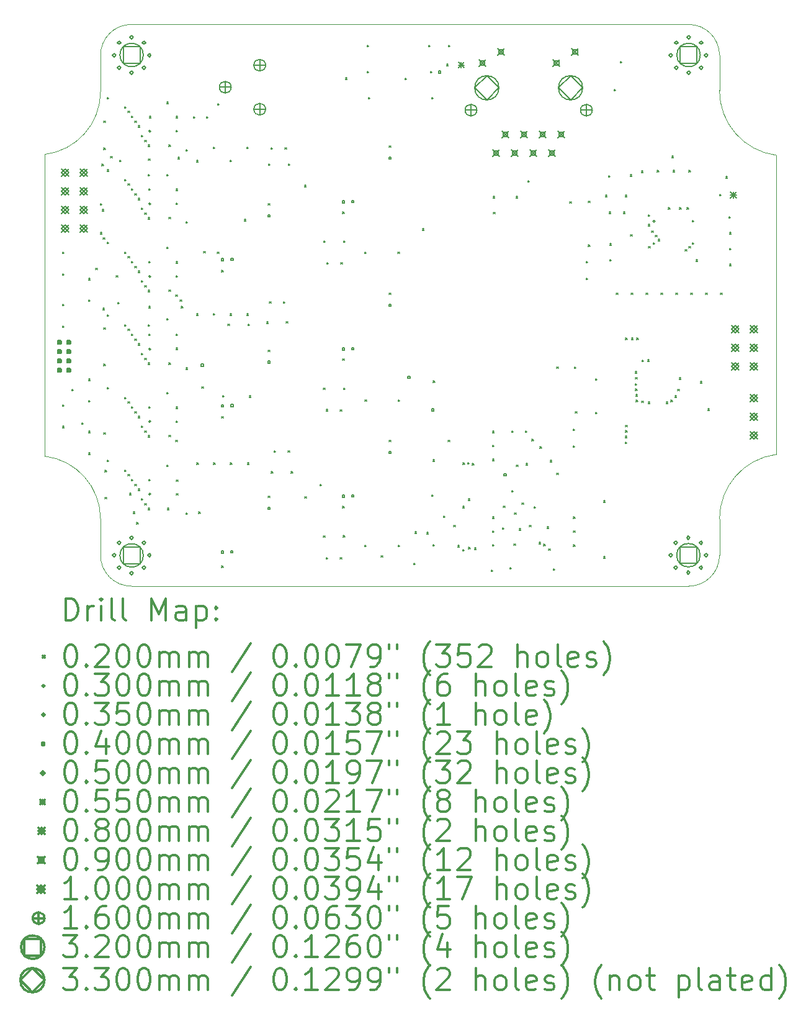
<source format=gbr>
%FSLAX45Y45*%
G04 Gerber Fmt 4.5, Leading zero omitted, Abs format (unit mm)*
G04 Created by KiCad (PCBNEW (5.1.12)-1) date 2022-03-28 13:47:30*
%MOMM*%
%LPD*%
G01*
G04 APERTURE LIST*
%TA.AperFunction,Profile*%
%ADD10C,0.050000*%
%TD*%
%ADD11C,0.200000*%
%ADD12C,0.300000*%
G04 APERTURE END LIST*
D10*
X9930704Y-7728385D02*
X9930704Y-11842315D01*
X9930704Y-11842315D02*
G75*
G02*
X10693400Y-12700000I-100904J-857685D01*
G01*
X9930704Y-7728385D02*
G75*
G03*
X10693400Y-6870700I-100904J857685D01*
G01*
X19912918Y-7739533D02*
X19912918Y-11818467D01*
X19912918Y-11818467D02*
G75*
G03*
X19138900Y-12700000I114983J-881533D01*
G01*
X19912918Y-7739533D02*
G75*
G02*
X19138900Y-6858000I114983J881533D01*
G01*
X10693400Y-12700000D02*
X10693400Y-13195300D01*
X10693400Y-6375400D02*
X10693400Y-6870700D01*
X10693400Y-13195300D02*
G75*
G03*
X11112500Y-13614400I419100J0D01*
G01*
X18719800Y-13614400D02*
X11112500Y-13614400D01*
X18719800Y-13614400D02*
G75*
G03*
X19138900Y-13195300I0J419100D01*
G01*
X19138900Y-12700000D02*
X19138900Y-13195300D01*
X10693400Y-6375400D02*
G75*
G02*
X11112500Y-5956300I419100J0D01*
G01*
X19138900Y-6375400D02*
X19138900Y-6858000D01*
X19138900Y-6375400D02*
G75*
G03*
X18719800Y-5956300I-419100J0D01*
G01*
X11112500Y-5956300D02*
X18719800Y-5956300D01*
D11*
X10175400Y-9060340D02*
X10195400Y-9080340D01*
X10195400Y-9060340D02*
X10175400Y-9080340D01*
X10175400Y-9357520D02*
X10195400Y-9377520D01*
X10195400Y-9357520D02*
X10175400Y-9377520D01*
X10175400Y-9771540D02*
X10195400Y-9791540D01*
X10195400Y-9771540D02*
X10175400Y-9791540D01*
X10175400Y-10066180D02*
X10195400Y-10086180D01*
X10195400Y-10066180D02*
X10175400Y-10086180D01*
X10175400Y-11143140D02*
X10195400Y-11163140D01*
X10195400Y-11143140D02*
X10175400Y-11163140D01*
X10175400Y-11435240D02*
X10195400Y-11455240D01*
X10195400Y-11435240D02*
X10175400Y-11455240D01*
X10302400Y-10932320D02*
X10322400Y-10952320D01*
X10322400Y-10932320D02*
X10302400Y-10952320D01*
X10439560Y-11389520D02*
X10459560Y-11409520D01*
X10459560Y-11389520D02*
X10439560Y-11409520D01*
X10531000Y-9418480D02*
X10551000Y-9438480D01*
X10551000Y-9418480D02*
X10531000Y-9438480D01*
X10531000Y-9713120D02*
X10551000Y-9733120D01*
X10551000Y-9713120D02*
X10531000Y-9733120D01*
X10531000Y-10790080D02*
X10551000Y-10810080D01*
X10551000Y-10790080D02*
X10531000Y-10810080D01*
X10531000Y-11084720D02*
X10551000Y-11104720D01*
X10551000Y-11084720D02*
X10531000Y-11104720D01*
X10531000Y-11501280D02*
X10551000Y-11521280D01*
X10551000Y-11501280D02*
X10531000Y-11521280D01*
X10531000Y-11798460D02*
X10551000Y-11818460D01*
X10551000Y-11798460D02*
X10531000Y-11818460D01*
X10627520Y-9281320D02*
X10647520Y-9301320D01*
X10647520Y-9281320D02*
X10627520Y-9301320D01*
X10693560Y-8397400D02*
X10713560Y-8417400D01*
X10713560Y-8397400D02*
X10693560Y-8417400D01*
X10693560Y-8793640D02*
X10713560Y-8813640D01*
X10713560Y-8793640D02*
X10693560Y-8813640D01*
X10711908Y-7862028D02*
X10731908Y-7882028D01*
X10731908Y-7862028D02*
X10711908Y-7882028D01*
X10718960Y-8478680D02*
X10738960Y-8498680D01*
X10738960Y-8478680D02*
X10718960Y-8498680D01*
X10724040Y-9824880D02*
X10744040Y-9844880D01*
X10744040Y-9824880D02*
X10724040Y-9844880D01*
X10729120Y-8864760D02*
X10749120Y-8884760D01*
X10749120Y-8864760D02*
X10729120Y-8884760D01*
X10737500Y-7274720D02*
X10757500Y-7294720D01*
X10757500Y-7274720D02*
X10737500Y-7294720D01*
X10737500Y-7640480D02*
X10757500Y-7660480D01*
X10757500Y-7640480D02*
X10737500Y-7660480D01*
X10737500Y-10094120D02*
X10757500Y-10114120D01*
X10757500Y-10094120D02*
X10737500Y-10114120D01*
X10737500Y-10586880D02*
X10757500Y-10606880D01*
X10757500Y-10586880D02*
X10737500Y-10606880D01*
X10737500Y-11521600D02*
X10757500Y-11541600D01*
X10757500Y-11521600D02*
X10737500Y-11541600D01*
X10754520Y-12034680D02*
X10774520Y-12054680D01*
X10774520Y-12034680D02*
X10754520Y-12054680D01*
X10754520Y-12405520D02*
X10774520Y-12425520D01*
X10774520Y-12405520D02*
X10754520Y-12425520D01*
X10785000Y-6949600D02*
X10805000Y-6969600D01*
X10805000Y-6949600D02*
X10785000Y-6969600D01*
X10785000Y-8925720D02*
X10805000Y-8945720D01*
X10805000Y-8925720D02*
X10785000Y-8945720D01*
X10785000Y-9916320D02*
X10805000Y-9936320D01*
X10805000Y-9916320D02*
X10785000Y-9936320D01*
X10785000Y-10906920D02*
X10805000Y-10926920D01*
X10805000Y-10906920D02*
X10785000Y-10926920D01*
X10785000Y-11897520D02*
X10805000Y-11917520D01*
X10805000Y-11897520D02*
X10785000Y-11917520D01*
X10786463Y-7936582D02*
X10806463Y-7956582D01*
X10806463Y-7936582D02*
X10786463Y-7956582D01*
X10832500Y-7756081D02*
X10852500Y-7776081D01*
X10852500Y-7756081D02*
X10832500Y-7776081D01*
X10906920Y-9382920D02*
X10926920Y-9402920D01*
X10926920Y-9382920D02*
X10906920Y-9402920D01*
X10927240Y-9743600D02*
X10947240Y-9763600D01*
X10947240Y-9743600D02*
X10927240Y-9763600D01*
X10952640Y-7808120D02*
X10972640Y-7828120D01*
X10972640Y-7808120D02*
X10952640Y-7828120D01*
X11023760Y-7076600D02*
X11043760Y-7096600D01*
X11043760Y-7076600D02*
X11023760Y-7096600D01*
X11023760Y-8067200D02*
X11043760Y-8087200D01*
X11043760Y-8067200D02*
X11023760Y-8087200D01*
X11023760Y-9057800D02*
X11043760Y-9077800D01*
X11043760Y-9057800D02*
X11023760Y-9077800D01*
X11023760Y-10048400D02*
X11043760Y-10068400D01*
X11043760Y-10048400D02*
X11023760Y-10068400D01*
X11023760Y-11039000D02*
X11043760Y-11059000D01*
X11043760Y-11039000D02*
X11023760Y-11059000D01*
X11023760Y-12029600D02*
X11043760Y-12049600D01*
X11043760Y-12029600D02*
X11023760Y-12049600D01*
X11069480Y-7137560D02*
X11089480Y-7157560D01*
X11089480Y-7137560D02*
X11069480Y-7157560D01*
X11069480Y-8128160D02*
X11089480Y-8148160D01*
X11089480Y-8128160D02*
X11069480Y-8148160D01*
X11069480Y-9118760D02*
X11089480Y-9138760D01*
X11089480Y-9118760D02*
X11069480Y-9138760D01*
X11069480Y-10109360D02*
X11089480Y-10129360D01*
X11089480Y-10109360D02*
X11069480Y-10129360D01*
X11069480Y-11099960D02*
X11089480Y-11119960D01*
X11089480Y-11099960D02*
X11069480Y-11119960D01*
X11069480Y-12090560D02*
X11089480Y-12110560D01*
X11089480Y-12090560D02*
X11069480Y-12110560D01*
X11089800Y-12349640D02*
X11109800Y-12369640D01*
X11109800Y-12349640D02*
X11089800Y-12369640D01*
X11115200Y-7203600D02*
X11135200Y-7223600D01*
X11135200Y-7203600D02*
X11115200Y-7223600D01*
X11115200Y-8194200D02*
X11135200Y-8214200D01*
X11135200Y-8194200D02*
X11115200Y-8214200D01*
X11115200Y-9184800D02*
X11135200Y-9204800D01*
X11135200Y-9184800D02*
X11115200Y-9204800D01*
X11115200Y-10175400D02*
X11135200Y-10195400D01*
X11135200Y-10175400D02*
X11115200Y-10195400D01*
X11115200Y-11166000D02*
X11135200Y-11186000D01*
X11135200Y-11166000D02*
X11115200Y-11186000D01*
X11115200Y-12156600D02*
X11135200Y-12176600D01*
X11135200Y-12156600D02*
X11115200Y-12176600D01*
X11140600Y-12601650D02*
X11160600Y-12621650D01*
X11160600Y-12601650D02*
X11140600Y-12621650D01*
X11160920Y-7274720D02*
X11180920Y-7294720D01*
X11180920Y-7274720D02*
X11160920Y-7294720D01*
X11160920Y-8265320D02*
X11180920Y-8285320D01*
X11180920Y-8265320D02*
X11160920Y-8285320D01*
X11160920Y-9255920D02*
X11180920Y-9275920D01*
X11180920Y-9255920D02*
X11160920Y-9275920D01*
X11160920Y-10246520D02*
X11180920Y-10266520D01*
X11180920Y-10246520D02*
X11160920Y-10266520D01*
X11160920Y-11237120D02*
X11180920Y-11257120D01*
X11180920Y-11237120D02*
X11160920Y-11257120D01*
X11160920Y-12227720D02*
X11180920Y-12247720D01*
X11180920Y-12227720D02*
X11160920Y-12247720D01*
X11186320Y-12745880D02*
X11206320Y-12765880D01*
X11206320Y-12745880D02*
X11186320Y-12765880D01*
X11206640Y-7335680D02*
X11226640Y-7355680D01*
X11226640Y-7335680D02*
X11206640Y-7355680D01*
X11206640Y-8326280D02*
X11226640Y-8346280D01*
X11226640Y-8326280D02*
X11206640Y-8346280D01*
X11206640Y-9316880D02*
X11226640Y-9336880D01*
X11226640Y-9316880D02*
X11206640Y-9336880D01*
X11206640Y-10307480D02*
X11226640Y-10327480D01*
X11226640Y-10307480D02*
X11206640Y-10327480D01*
X11206640Y-11298080D02*
X11226640Y-11318080D01*
X11226640Y-11298080D02*
X11206640Y-11318080D01*
X11206640Y-12288680D02*
X11226640Y-12308680D01*
X11226640Y-12288680D02*
X11206640Y-12308680D01*
X11252360Y-7467760D02*
X11272360Y-7487760D01*
X11272360Y-7467760D02*
X11252360Y-7487760D01*
X11252360Y-8458360D02*
X11272360Y-8478360D01*
X11272360Y-8458360D02*
X11252360Y-8478360D01*
X11252360Y-9448960D02*
X11272360Y-9468960D01*
X11272360Y-9448960D02*
X11252360Y-9468960D01*
X11252360Y-10439560D02*
X11272360Y-10459560D01*
X11272360Y-10439560D02*
X11252360Y-10459560D01*
X11252360Y-11430160D02*
X11272360Y-11450160D01*
X11272360Y-11430160D02*
X11252360Y-11450160D01*
X11252360Y-12420760D02*
X11272360Y-12440760D01*
X11272360Y-12420760D02*
X11252360Y-12440760D01*
X11298080Y-7533800D02*
X11318080Y-7553800D01*
X11318080Y-7533800D02*
X11298080Y-7553800D01*
X11298080Y-8524400D02*
X11318080Y-8544400D01*
X11318080Y-8524400D02*
X11298080Y-8544400D01*
X11298080Y-9515000D02*
X11318080Y-9535000D01*
X11318080Y-9515000D02*
X11298080Y-9535000D01*
X11298080Y-10505600D02*
X11318080Y-10525600D01*
X11318080Y-10505600D02*
X11298080Y-10525600D01*
X11298080Y-11496200D02*
X11318080Y-11516200D01*
X11318080Y-11496200D02*
X11298080Y-11516200D01*
X11298080Y-12486800D02*
X11318080Y-12506800D01*
X11318080Y-12486800D02*
X11298080Y-12506800D01*
X11343800Y-7599840D02*
X11363800Y-7619840D01*
X11363800Y-7599840D02*
X11343800Y-7619840D01*
X11343800Y-8001160D02*
X11363800Y-8021160D01*
X11363800Y-8001160D02*
X11343800Y-8021160D01*
X11343800Y-8590440D02*
X11363800Y-8610440D01*
X11363800Y-8590440D02*
X11343800Y-8610440D01*
X11343800Y-9581040D02*
X11363800Y-9601040D01*
X11363800Y-9581040D02*
X11343800Y-9601040D01*
X11343800Y-10048400D02*
X11363800Y-10068400D01*
X11363800Y-10048400D02*
X11343800Y-10068400D01*
X11343800Y-10571640D02*
X11363800Y-10591640D01*
X11363800Y-10571640D02*
X11343800Y-10591640D01*
X11343800Y-11562240D02*
X11363800Y-11582240D01*
X11363800Y-11562240D02*
X11343800Y-11582240D01*
X11343800Y-12552840D02*
X11363800Y-12572840D01*
X11363800Y-12552840D02*
X11343800Y-12572840D01*
X11348880Y-7787800D02*
X11368880Y-7807800D01*
X11368880Y-7787800D02*
X11348880Y-7807800D01*
X11353960Y-8196740D02*
X11373960Y-8216740D01*
X11373960Y-8196740D02*
X11353960Y-8216740D01*
X11353960Y-9187340D02*
X11373960Y-9207340D01*
X11373960Y-9187340D02*
X11353960Y-9207340D01*
X11353960Y-9799480D02*
X11373960Y-9819480D01*
X11373960Y-9799480D02*
X11353960Y-9819480D01*
X11353960Y-10177940D02*
X11373960Y-10197940D01*
X11373960Y-10177940D02*
X11353960Y-10197940D01*
X11353960Y-11166000D02*
X11373960Y-11186000D01*
X11373960Y-11166000D02*
X11353960Y-11186000D01*
X11353960Y-12156600D02*
X11373960Y-12176600D01*
X11373960Y-12156600D02*
X11353960Y-12176600D01*
X11359040Y-7208680D02*
X11379040Y-7228680D01*
X11379040Y-7208680D02*
X11359040Y-7228680D01*
X11595260Y-7013100D02*
X11615260Y-7033100D01*
X11615260Y-7013100D02*
X11595260Y-7033100D01*
X11595260Y-8001160D02*
X11615260Y-8021160D01*
X11615260Y-8001160D02*
X11595260Y-8021160D01*
X11595260Y-8991760D02*
X11615260Y-9011760D01*
X11615260Y-8991760D02*
X11595260Y-9011760D01*
X11595260Y-9967120D02*
X11615260Y-9987120D01*
X11615260Y-9967120D02*
X11595260Y-9987120D01*
X11595260Y-10970420D02*
X11615260Y-10990420D01*
X11615260Y-10970420D02*
X11595260Y-10990420D01*
X11595260Y-11963560D02*
X11615260Y-11983560D01*
X11615260Y-11963560D02*
X11595260Y-11983560D01*
X11607960Y-12552840D02*
X11627960Y-12572840D01*
X11627960Y-12552840D02*
X11607960Y-12572840D01*
X11628280Y-7599840D02*
X11648280Y-7619840D01*
X11648280Y-7599840D02*
X11628280Y-7619840D01*
X11628280Y-8585360D02*
X11648280Y-8605360D01*
X11648280Y-8585360D02*
X11628280Y-8605360D01*
X11628280Y-9575960D02*
X11648280Y-9595960D01*
X11648280Y-9575960D02*
X11628280Y-9595960D01*
X11628280Y-10571640D02*
X11648280Y-10591640D01*
X11648280Y-10571640D02*
X11628280Y-10591640D01*
X11628280Y-11557160D02*
X11648280Y-11577160D01*
X11648280Y-11557160D02*
X11628280Y-11577160D01*
X11719720Y-9642000D02*
X11739720Y-9662000D01*
X11739720Y-9642000D02*
X11719720Y-9662000D01*
X11719720Y-11623200D02*
X11739720Y-11643200D01*
X11739720Y-11623200D02*
X11719720Y-11643200D01*
X11722260Y-7399180D02*
X11742260Y-7419180D01*
X11742260Y-7399180D02*
X11722260Y-7419180D01*
X11722260Y-8392320D02*
X11742260Y-8412320D01*
X11742260Y-8392320D02*
X11722260Y-8412320D01*
X11722260Y-9189880D02*
X11742260Y-9209880D01*
X11742260Y-9189880D02*
X11722260Y-9209880D01*
X11722260Y-9382920D02*
X11742260Y-9402920D01*
X11742260Y-9382920D02*
X11722260Y-9402920D01*
X11722260Y-10365900D02*
X11742260Y-10385900D01*
X11742260Y-10365900D02*
X11722260Y-10385900D01*
X11722260Y-11171080D02*
X11742260Y-11191080D01*
X11742260Y-11171080D02*
X11722260Y-11191080D01*
X11722260Y-11361580D02*
X11742260Y-11381580D01*
X11742260Y-11361580D02*
X11722260Y-11381580D01*
X11724800Y-7208680D02*
X11744800Y-7228680D01*
X11744800Y-7208680D02*
X11724800Y-7228680D01*
X11724800Y-8199280D02*
X11744800Y-8219280D01*
X11744800Y-8199280D02*
X11724800Y-8219280D01*
X11724800Y-10175400D02*
X11744800Y-10195400D01*
X11744800Y-10175400D02*
X11724800Y-10195400D01*
X11727340Y-12164220D02*
X11747340Y-12184220D01*
X11747340Y-12164220D02*
X11727340Y-12184220D01*
X11727340Y-12352180D02*
X11747340Y-12372180D01*
X11747340Y-12352180D02*
X11727340Y-12372180D01*
X11750200Y-7767480D02*
X11770200Y-7787480D01*
X11770200Y-7767480D02*
X11750200Y-7787480D01*
X11780680Y-9713120D02*
X11800680Y-9733120D01*
X11800680Y-9713120D02*
X11780680Y-9733120D01*
X11795920Y-9799480D02*
X11815920Y-9819480D01*
X11815920Y-9799480D02*
X11795920Y-9819480D01*
X11861960Y-7660800D02*
X11881960Y-7680800D01*
X11881960Y-7660800D02*
X11861960Y-7680800D01*
X11861960Y-8646320D02*
X11881960Y-8666320D01*
X11881960Y-8646320D02*
X11861960Y-8666320D01*
X11861960Y-10637680D02*
X11881960Y-10657680D01*
X11881960Y-10637680D02*
X11861960Y-10657680D01*
X11861960Y-12613800D02*
X11881960Y-12633800D01*
X11881960Y-12613800D02*
X11861960Y-12633800D01*
X11961020Y-7213760D02*
X11981020Y-7233760D01*
X11981020Y-7213760D02*
X11961020Y-7233760D01*
X12001660Y-7810660D02*
X12021660Y-7830660D01*
X12021660Y-7810660D02*
X12001660Y-7830660D01*
X12004200Y-9901080D02*
X12024200Y-9921080D01*
X12024200Y-9901080D02*
X12004200Y-9921080D01*
X12006740Y-11933080D02*
X12026740Y-11953080D01*
X12026740Y-11933080D02*
X12006740Y-11953080D01*
X12034680Y-12603640D02*
X12054680Y-12623640D01*
X12054680Y-12603640D02*
X12034680Y-12623640D01*
X12075320Y-10896760D02*
X12095320Y-10916760D01*
X12095320Y-10896760D02*
X12075320Y-10916760D01*
X12100720Y-9052720D02*
X12120720Y-9072720D01*
X12120720Y-9052720D02*
X12100720Y-9072720D01*
X12141360Y-7213760D02*
X12161360Y-7233760D01*
X12161360Y-7213760D02*
X12141360Y-7233760D01*
X12232800Y-7626700D02*
X12252800Y-7646700D01*
X12252800Y-7626700D02*
X12232800Y-7646700D01*
X12232800Y-9896000D02*
X12252800Y-9916000D01*
X12252800Y-9896000D02*
X12232800Y-9916000D01*
X12237880Y-11933080D02*
X12257880Y-11953080D01*
X12257880Y-11933080D02*
X12237880Y-11953080D01*
X12288680Y-9057800D02*
X12308680Y-9077800D01*
X12308680Y-9057800D02*
X12288680Y-9077800D01*
X12293760Y-7035960D02*
X12313760Y-7055960D01*
X12313760Y-7035960D02*
X12293760Y-7055960D01*
X12347100Y-9308100D02*
X12367100Y-9328100D01*
X12367100Y-9308100D02*
X12347100Y-9328100D01*
X12347100Y-11302000D02*
X12367100Y-11322000D01*
X12367100Y-11302000D02*
X12347100Y-11322000D01*
X12347100Y-13337700D02*
X12367100Y-13357700D01*
X12367100Y-13337700D02*
X12347100Y-13357700D01*
X12359800Y-11013600D02*
X12379800Y-11033600D01*
X12379800Y-11013600D02*
X12359800Y-11033600D01*
X12430920Y-10043320D02*
X12450920Y-10063320D01*
X12450920Y-10043320D02*
X12430920Y-10063320D01*
X12461400Y-7808120D02*
X12481400Y-7828120D01*
X12481400Y-7808120D02*
X12461400Y-7828120D01*
X12461400Y-9901080D02*
X12481400Y-9921080D01*
X12481400Y-9901080D02*
X12461400Y-9921080D01*
X12466480Y-11933080D02*
X12486480Y-11953080D01*
X12486480Y-11933080D02*
X12466480Y-11953080D01*
X12654440Y-8615840D02*
X12674440Y-8635840D01*
X12674440Y-8615840D02*
X12654440Y-8635840D01*
X12690000Y-7626700D02*
X12710000Y-7646700D01*
X12710000Y-7626700D02*
X12690000Y-7646700D01*
X12690000Y-9901080D02*
X12710000Y-9921080D01*
X12710000Y-9901080D02*
X12690000Y-9921080D01*
X12700160Y-11933080D02*
X12720160Y-11953080D01*
X12720160Y-11933080D02*
X12700160Y-11953080D01*
X12705240Y-10043320D02*
X12725240Y-10063320D01*
X12725240Y-10043320D02*
X12705240Y-10063320D01*
X12725560Y-11018680D02*
X12745560Y-11038680D01*
X12745560Y-11018680D02*
X12725560Y-11038680D01*
X12959240Y-10010300D02*
X12979240Y-10030300D01*
X12979240Y-10010300D02*
X12959240Y-10030300D01*
X12982100Y-8401100D02*
X13002100Y-8421100D01*
X13002100Y-8401100D02*
X12982100Y-8421100D01*
X12982100Y-10395000D02*
X13002100Y-10415000D01*
X13002100Y-10395000D02*
X12982100Y-10415000D01*
X12982100Y-12388900D02*
X13002100Y-12408900D01*
X13002100Y-12388900D02*
X12982100Y-12408900D01*
X12987180Y-7856380D02*
X13007180Y-7876380D01*
X13007180Y-7856380D02*
X12987180Y-7876380D01*
X12997340Y-9738520D02*
X13017340Y-9758520D01*
X13017340Y-9738520D02*
X12997340Y-9758520D01*
X13020200Y-7637940D02*
X13040200Y-7657940D01*
X13040200Y-7637940D02*
X13020200Y-7657940D01*
X13025280Y-12052460D02*
X13045280Y-12072460D01*
X13045280Y-12052460D02*
X13025280Y-12072460D01*
X13063380Y-11767980D02*
X13083380Y-11787980D01*
X13083380Y-11767980D02*
X13063380Y-11787980D01*
X13187840Y-9738520D02*
X13207840Y-9758520D01*
X13207840Y-9738520D02*
X13187840Y-9758520D01*
X13210700Y-7637940D02*
X13230700Y-7657940D01*
X13230700Y-7637940D02*
X13210700Y-7657940D01*
X13228480Y-10007760D02*
X13248480Y-10027760D01*
X13248480Y-10007760D02*
X13228480Y-10027760D01*
X13253880Y-11767980D02*
X13273880Y-11787980D01*
X13273880Y-11767980D02*
X13253880Y-11787980D01*
X13256420Y-7858920D02*
X13276420Y-7878920D01*
X13276420Y-7858920D02*
X13256420Y-7878920D01*
X13294520Y-12052460D02*
X13314520Y-12072460D01*
X13314520Y-12052460D02*
X13294520Y-12072460D01*
X13477400Y-8148480D02*
X13497400Y-8168480D01*
X13497400Y-8148480D02*
X13477400Y-8168480D01*
X13482480Y-12395360D02*
X13502480Y-12415360D01*
X13502480Y-12395360D02*
X13482480Y-12415360D01*
X13690760Y-12227720D02*
X13710760Y-12247720D01*
X13710760Y-12227720D02*
X13690760Y-12247720D01*
X13733940Y-12926220D02*
X13753940Y-12946220D01*
X13753940Y-12926220D02*
X13733940Y-12946220D01*
X13736480Y-10912000D02*
X13756480Y-10932000D01*
X13756480Y-10912000D02*
X13736480Y-10932000D01*
X13739020Y-8905400D02*
X13759020Y-8925400D01*
X13759020Y-8905400D02*
X13739020Y-8925400D01*
X13774580Y-11206640D02*
X13794580Y-11226640D01*
X13794580Y-11206640D02*
X13774580Y-11226640D01*
X13774580Y-13223400D02*
X13794580Y-13243400D01*
X13794580Y-13223400D02*
X13774580Y-13243400D01*
X13782200Y-9205120D02*
X13802200Y-9225120D01*
X13802200Y-9205120D02*
X13782200Y-9225120D01*
X13965080Y-11209180D02*
X13985080Y-11229180D01*
X13985080Y-11209180D02*
X13965080Y-11229180D01*
X13965080Y-13223400D02*
X13985080Y-13243400D01*
X13985080Y-13223400D02*
X13965080Y-13243400D01*
X13972700Y-9202580D02*
X13992700Y-9222580D01*
X13992700Y-9202580D02*
X13972700Y-9222580D01*
X13998100Y-8514240D02*
X14018100Y-8534240D01*
X14018100Y-8514240D02*
X13998100Y-8534240D01*
X13998100Y-10515760D02*
X14018100Y-10535760D01*
X14018100Y-10515760D02*
X13998100Y-10535760D01*
X13998100Y-12524900D02*
X14018100Y-12544900D01*
X14018100Y-12524900D02*
X13998100Y-12544900D01*
X14005720Y-12923680D02*
X14025720Y-12943680D01*
X14025720Y-12923680D02*
X14005720Y-12943680D01*
X14010800Y-8907940D02*
X14030800Y-8927940D01*
X14030800Y-8907940D02*
X14010800Y-8927940D01*
X14010800Y-10912000D02*
X14030800Y-10932000D01*
X14030800Y-10912000D02*
X14010800Y-10932000D01*
X14036200Y-6683920D02*
X14056200Y-6703920D01*
X14056200Y-6683920D02*
X14036200Y-6703920D01*
X14297820Y-9060340D02*
X14317820Y-9080340D01*
X14317820Y-9060340D02*
X14297820Y-9080340D01*
X14297820Y-13055760D02*
X14317820Y-13075760D01*
X14317820Y-13055760D02*
X14297820Y-13075760D01*
X14302900Y-11074560D02*
X14322900Y-11094560D01*
X14322900Y-11074560D02*
X14302900Y-11094560D01*
X14332600Y-6594000D02*
X14352600Y-6614000D01*
X14352600Y-6594000D02*
X14332600Y-6614000D01*
X14333000Y-6238400D02*
X14353000Y-6258400D01*
X14353000Y-6238400D02*
X14333000Y-6258400D01*
X14347600Y-6949600D02*
X14367600Y-6969600D01*
X14367600Y-6949600D02*
X14347600Y-6969600D01*
X14523880Y-13198000D02*
X14543880Y-13218000D01*
X14543880Y-13198000D02*
X14523880Y-13218000D01*
X14633100Y-7613700D02*
X14653100Y-7633700D01*
X14653100Y-7613700D02*
X14633100Y-7633700D01*
X14633100Y-9620300D02*
X14653100Y-9640300D01*
X14653100Y-9620300D02*
X14633100Y-9640300D01*
X14633100Y-11626900D02*
X14653100Y-11646900D01*
X14653100Y-11626900D02*
X14633100Y-11646900D01*
X14752480Y-9060340D02*
X14772480Y-9080340D01*
X14772480Y-9060340D02*
X14752480Y-9080340D01*
X14755020Y-13055760D02*
X14775020Y-13075760D01*
X14775020Y-13055760D02*
X14755020Y-13075760D01*
X14757560Y-11074560D02*
X14777560Y-11094560D01*
X14777560Y-11074560D02*
X14757560Y-11094560D01*
X14849000Y-6689000D02*
X14869000Y-6709000D01*
X14869000Y-6689000D02*
X14849000Y-6709000D01*
X14965840Y-13299600D02*
X14985840Y-13319600D01*
X14985840Y-13299600D02*
X14965840Y-13319600D01*
X14982350Y-12873800D02*
X15002350Y-12893800D01*
X15002350Y-12873800D02*
X14982350Y-12893800D01*
X15087760Y-8742840D02*
X15107760Y-8762840D01*
X15107760Y-8742840D02*
X15087760Y-8762840D01*
X15143640Y-12883040D02*
X15163640Y-12903040D01*
X15163640Y-12883040D02*
X15143640Y-12903040D01*
X15171200Y-6238400D02*
X15191200Y-6258400D01*
X15191200Y-6238400D02*
X15171200Y-6258400D01*
X15196200Y-6594000D02*
X15216200Y-6614000D01*
X15216200Y-6594000D02*
X15196200Y-6614000D01*
X15211200Y-6949600D02*
X15231200Y-6969600D01*
X15231200Y-6949600D02*
X15211200Y-6969600D01*
X15214760Y-12369960D02*
X15234760Y-12389960D01*
X15234760Y-12369960D02*
X15214760Y-12389960D01*
X15230000Y-11889900D02*
X15250000Y-11909900D01*
X15250000Y-11889900D02*
X15230000Y-11909900D01*
X15230000Y-13045600D02*
X15250000Y-13065600D01*
X15250000Y-13045600D02*
X15230000Y-13065600D01*
X15235080Y-10815480D02*
X15255080Y-10835480D01*
X15255080Y-10815480D02*
X15235080Y-10835480D01*
X15374780Y-12656980D02*
X15394780Y-12676980D01*
X15394780Y-12656980D02*
X15374780Y-12676980D01*
X15416200Y-6499000D02*
X15436200Y-6519000D01*
X15436200Y-6499000D02*
X15416200Y-6519000D01*
X15438280Y-11623200D02*
X15458280Y-11643200D01*
X15458280Y-11623200D02*
X15438280Y-11643200D01*
X15441200Y-6238400D02*
X15461200Y-6258400D01*
X15461200Y-6238400D02*
X15441200Y-6258400D01*
X15514480Y-12786520D02*
X15534480Y-12806520D01*
X15534480Y-12786520D02*
X15514480Y-12806520D01*
X15570360Y-13060840D02*
X15590360Y-13080840D01*
X15590360Y-13060840D02*
X15570360Y-13080840D01*
X15633860Y-13114180D02*
X15653860Y-13134180D01*
X15653860Y-13114180D02*
X15633860Y-13134180D01*
X15634570Y-12526560D02*
X15654570Y-12546560D01*
X15654570Y-12526560D02*
X15634570Y-12546560D01*
X15638940Y-11933080D02*
X15658940Y-11953080D01*
X15658940Y-11933080D02*
X15638940Y-11953080D01*
X15703879Y-11930257D02*
X15723879Y-11950257D01*
X15723879Y-11930257D02*
X15703879Y-11950257D01*
X15712600Y-12425840D02*
X15732600Y-12445840D01*
X15732600Y-12425840D02*
X15712600Y-12445840D01*
X15717680Y-13086240D02*
X15737680Y-13106240D01*
X15737680Y-13086240D02*
X15717680Y-13106240D01*
X15768480Y-11943240D02*
X15788480Y-11963240D01*
X15788480Y-11943240D02*
X15768480Y-11963240D01*
X15798960Y-13093860D02*
X15818960Y-13113860D01*
X15818960Y-13093860D02*
X15798960Y-13113860D01*
X16027560Y-13396120D02*
X16047560Y-13416120D01*
X16047560Y-13396120D02*
X16027560Y-13416120D01*
X16042800Y-11502550D02*
X16062800Y-11522550D01*
X16062800Y-11502550D02*
X16042800Y-11522550D01*
X16042800Y-11693050D02*
X16062800Y-11713050D01*
X16062800Y-11693050D02*
X16042800Y-11713050D01*
X16042800Y-11883550D02*
X16062800Y-11903550D01*
X16062800Y-11883550D02*
X16042800Y-11903550D01*
X16042800Y-12670950D02*
X16062800Y-12690950D01*
X16062800Y-12670950D02*
X16042800Y-12690950D01*
X16042800Y-12861450D02*
X16062800Y-12881450D01*
X16062800Y-12861450D02*
X16042800Y-12881450D01*
X16042800Y-13045600D02*
X16062800Y-13065600D01*
X16062800Y-13045600D02*
X16042800Y-13065600D01*
X16049150Y-8302150D02*
X16069150Y-8322150D01*
X16069150Y-8302150D02*
X16049150Y-8322150D01*
X16055500Y-8518050D02*
X16075500Y-8538050D01*
X16075500Y-8518050D02*
X16055500Y-8538050D01*
X16177399Y-12817000D02*
X16197399Y-12837000D01*
X16197399Y-12817000D02*
X16177399Y-12837000D01*
X16190120Y-12522360D02*
X16210120Y-12542360D01*
X16210120Y-12522360D02*
X16190120Y-12542360D01*
X16281560Y-13360560D02*
X16301560Y-13380560D01*
X16301560Y-13360560D02*
X16281560Y-13380560D01*
X16303150Y-11496200D02*
X16323150Y-11516200D01*
X16323150Y-11496200D02*
X16303150Y-11516200D01*
X16303150Y-12309000D02*
X16323150Y-12329000D01*
X16323150Y-12309000D02*
X16303150Y-12329000D01*
X16334900Y-13039250D02*
X16354900Y-13059250D01*
X16354900Y-13039250D02*
X16334900Y-13059250D01*
X16342520Y-12613800D02*
X16362520Y-12633800D01*
X16362520Y-12613800D02*
X16342520Y-12633800D01*
X16366650Y-8302150D02*
X16386650Y-8322150D01*
X16386650Y-8302150D02*
X16366650Y-8322150D01*
X16367920Y-11963560D02*
X16387920Y-11983560D01*
X16387920Y-11963560D02*
X16367920Y-11983560D01*
X16408560Y-12832240D02*
X16428560Y-12852240D01*
X16428560Y-12832240D02*
X16408560Y-12852240D01*
X16444120Y-12481720D02*
X16464120Y-12501720D01*
X16464120Y-12481720D02*
X16444120Y-12501720D01*
X16493650Y-11496200D02*
X16513650Y-11516200D01*
X16513650Y-11496200D02*
X16493650Y-11516200D01*
X16497460Y-11943240D02*
X16517460Y-11963240D01*
X16517460Y-11943240D02*
X16497460Y-11963240D01*
X16525400Y-8086250D02*
X16545400Y-8106250D01*
X16545400Y-8086250D02*
X16525400Y-8106250D01*
X16545720Y-12783980D02*
X16565720Y-12803980D01*
X16565720Y-12783980D02*
X16545720Y-12803980D01*
X16581280Y-11610500D02*
X16601280Y-11630500D01*
X16601280Y-11610500D02*
X16581280Y-11630500D01*
X16611760Y-12531720D02*
X16631760Y-12551720D01*
X16631760Y-12531720D02*
X16611760Y-12551720D01*
X16675260Y-13017660D02*
X16695260Y-13037660D01*
X16695260Y-13017660D02*
X16675260Y-13037660D01*
X16690500Y-11712100D02*
X16710500Y-11732100D01*
X16710500Y-11712100D02*
X16690500Y-11732100D01*
X16741300Y-13043060D02*
X16761300Y-13063060D01*
X16761300Y-13043060D02*
X16741300Y-13063060D01*
X16789560Y-12806840D02*
X16809560Y-12826840D01*
X16809560Y-12806840D02*
X16789560Y-12826840D01*
X16807340Y-13106560D02*
X16827340Y-13126560D01*
X16827340Y-13106560D02*
X16807340Y-13126560D01*
X16830200Y-11900060D02*
X16850200Y-11920060D01*
X16850200Y-11900060D02*
X16830200Y-11920060D01*
X16870840Y-13375800D02*
X16890840Y-13395800D01*
X16890840Y-13375800D02*
X16870840Y-13395800D01*
X16919100Y-10626250D02*
X16939100Y-10646250D01*
X16939100Y-10626250D02*
X16919100Y-10646250D01*
X16919100Y-12074050D02*
X16939100Y-12094050D01*
X16939100Y-12074050D02*
X16919100Y-12094050D01*
X17096900Y-8372000D02*
X17116900Y-8392000D01*
X17116900Y-8372000D02*
X17096900Y-8392000D01*
X17141350Y-11470800D02*
X17161350Y-11490800D01*
X17161350Y-11470800D02*
X17141350Y-11490800D01*
X17141350Y-11699400D02*
X17161350Y-11719400D01*
X17161350Y-11699400D02*
X17141350Y-11719400D01*
X17147700Y-12670950D02*
X17167700Y-12690950D01*
X17167700Y-12670950D02*
X17147700Y-12690950D01*
X17147700Y-12861450D02*
X17167700Y-12881450D01*
X17167700Y-12861450D02*
X17147700Y-12881450D01*
X17147700Y-13051950D02*
X17167700Y-13071950D01*
X17167700Y-13051950D02*
X17147700Y-13071950D01*
X17160400Y-10626250D02*
X17180400Y-10646250D01*
X17180400Y-10626250D02*
X17160400Y-10646250D01*
X17173100Y-11235850D02*
X17193100Y-11255850D01*
X17193100Y-11235850D02*
X17173100Y-11255850D01*
X17319150Y-9184800D02*
X17339150Y-9204800D01*
X17339150Y-9184800D02*
X17319150Y-9204800D01*
X17319150Y-9413400D02*
X17339150Y-9433400D01*
X17339150Y-9413400D02*
X17319150Y-9433400D01*
X17350900Y-8365650D02*
X17370900Y-8385650D01*
X17370900Y-8365650D02*
X17350900Y-8385650D01*
X17350900Y-8962550D02*
X17370900Y-8982550D01*
X17370900Y-8962550D02*
X17350900Y-8982550D01*
X17446150Y-10785000D02*
X17466150Y-10805000D01*
X17466150Y-10785000D02*
X17446150Y-10805000D01*
X17446150Y-11242200D02*
X17466150Y-11262200D01*
X17466150Y-11242200D02*
X17446150Y-11262200D01*
X17560450Y-12448700D02*
X17580450Y-12468700D01*
X17580450Y-12448700D02*
X17560450Y-12468700D01*
X17560450Y-13210700D02*
X17580450Y-13230700D01*
X17580450Y-13210700D02*
X17560450Y-13230700D01*
X17585850Y-8283100D02*
X17605850Y-8303100D01*
X17605850Y-8283100D02*
X17585850Y-8303100D01*
X17623950Y-8016400D02*
X17643950Y-8036400D01*
X17643950Y-8016400D02*
X17623950Y-8036400D01*
X17636650Y-8511700D02*
X17656650Y-8531700D01*
X17656650Y-8511700D02*
X17636650Y-8531700D01*
X17643000Y-8943500D02*
X17663000Y-8963500D01*
X17663000Y-8943500D02*
X17643000Y-8963500D01*
X17643000Y-9159400D02*
X17663000Y-9179400D01*
X17663000Y-9159400D02*
X17643000Y-9179400D01*
X17703960Y-6840380D02*
X17723960Y-6860380D01*
X17723960Y-6840380D02*
X17703960Y-6860380D01*
X17731900Y-9616600D02*
X17751900Y-9636600D01*
X17751900Y-9616600D02*
X17731900Y-9636600D01*
X17785240Y-6459380D02*
X17805240Y-6479380D01*
X17805240Y-6459380D02*
X17785240Y-6479380D01*
X17827150Y-8511700D02*
X17847150Y-8531700D01*
X17847150Y-8511700D02*
X17827150Y-8531700D01*
X17852550Y-8283100D02*
X17872550Y-8303100D01*
X17872550Y-8283100D02*
X17852550Y-8303100D01*
X17856360Y-11569860D02*
X17876360Y-11589860D01*
X17876360Y-11569860D02*
X17856360Y-11589860D01*
X17856360Y-11651140D02*
X17876360Y-11671140D01*
X17876360Y-11651140D02*
X17856360Y-11671140D01*
X17858900Y-10231280D02*
X17878900Y-10251280D01*
X17878900Y-10231280D02*
X17858900Y-10251280D01*
X17858900Y-11422540D02*
X17878900Y-11442540D01*
X17878900Y-11422540D02*
X17858900Y-11442540D01*
X17858900Y-11493660D02*
X17878900Y-11513660D01*
X17878900Y-11493660D02*
X17858900Y-11513660D01*
X17922400Y-8006240D02*
X17942400Y-8026240D01*
X17942400Y-8006240D02*
X17922400Y-8026240D01*
X17927480Y-8824120D02*
X17947480Y-8844120D01*
X17947480Y-8824120D02*
X17927480Y-8844120D01*
X17935100Y-9616600D02*
X17955100Y-9636600D01*
X17955100Y-9616600D02*
X17935100Y-9636600D01*
X17937640Y-10231280D02*
X17957640Y-10251280D01*
X17957640Y-10231280D02*
X17937640Y-10251280D01*
X17992250Y-10689750D02*
X18012250Y-10709750D01*
X18012250Y-10689750D02*
X17992250Y-10709750D01*
X17992250Y-10854850D02*
X18012250Y-10874850D01*
X18012250Y-10854850D02*
X17992250Y-10874850D01*
X17993520Y-10769760D02*
X18013520Y-10789760D01*
X18013520Y-10769760D02*
X17993520Y-10789760D01*
X17993520Y-10924700D02*
X18013520Y-10944700D01*
X18013520Y-10924700D02*
X17993520Y-10944700D01*
X17998600Y-11000900D02*
X18018600Y-11020900D01*
X18018600Y-11000900D02*
X17998600Y-11020900D01*
X18003680Y-11077100D02*
X18023680Y-11097100D01*
X18023680Y-11077100D02*
X18003680Y-11097100D01*
X18011300Y-10231280D02*
X18031300Y-10251280D01*
X18031300Y-10231280D02*
X18011300Y-10251280D01*
X18074800Y-7952900D02*
X18094800Y-7972900D01*
X18094800Y-7952900D02*
X18074800Y-7972900D01*
X18079880Y-11092340D02*
X18099880Y-11112340D01*
X18099880Y-11092340D02*
X18079880Y-11112340D01*
X18084960Y-10531000D02*
X18104960Y-10551000D01*
X18104960Y-10531000D02*
X18084960Y-10551000D01*
X18138300Y-9616600D02*
X18158300Y-9636600D01*
X18158300Y-9616600D02*
X18138300Y-9636600D01*
X18159500Y-10528460D02*
X18179500Y-10548460D01*
X18179500Y-10528460D02*
X18159500Y-10548460D01*
X18166240Y-11102500D02*
X18186240Y-11122500D01*
X18186240Y-11102500D02*
X18166240Y-11122500D01*
X18168780Y-8549800D02*
X18188780Y-8569800D01*
X18188780Y-8549800D02*
X18168780Y-8569800D01*
X18170050Y-8683150D02*
X18190050Y-8703150D01*
X18190050Y-8683150D02*
X18170050Y-8703150D01*
X18171320Y-8981600D02*
X18191320Y-9001600D01*
X18191320Y-8981600D02*
X18171320Y-9001600D01*
X18214500Y-8772050D02*
X18234500Y-8792050D01*
X18234500Y-8772050D02*
X18214500Y-8792050D01*
X18237360Y-8930800D02*
X18257360Y-8950800D01*
X18257360Y-8930800D02*
X18237360Y-8950800D01*
X18265300Y-8829200D02*
X18285300Y-8849200D01*
X18285300Y-8829200D02*
X18265300Y-8849200D01*
X18290700Y-7946550D02*
X18310700Y-7966550D01*
X18310700Y-7946550D02*
X18290700Y-7966550D01*
X18303400Y-8885080D02*
X18323400Y-8905080D01*
X18323400Y-8885080D02*
X18303400Y-8905080D01*
X18341500Y-9616600D02*
X18361500Y-9636600D01*
X18361500Y-9616600D02*
X18341500Y-9636600D01*
X18411350Y-11102500D02*
X18431350Y-11122500D01*
X18431350Y-11102500D02*
X18411350Y-11122500D01*
X18443100Y-8454550D02*
X18463100Y-8474550D01*
X18463100Y-8454550D02*
X18443100Y-8474550D01*
X18476120Y-11079640D02*
X18496120Y-11099640D01*
X18496120Y-11079640D02*
X18476120Y-11099640D01*
X18487550Y-7749700D02*
X18507550Y-7769700D01*
X18507550Y-7749700D02*
X18487550Y-7769700D01*
X18506600Y-7946550D02*
X18526600Y-7966550D01*
X18526600Y-7946550D02*
X18506600Y-7966550D01*
X18529460Y-11018680D02*
X18549460Y-11038680D01*
X18549460Y-11018680D02*
X18529460Y-11038680D01*
X18544700Y-9616600D02*
X18564700Y-9636600D01*
X18564700Y-9616600D02*
X18544700Y-9636600D01*
X18570100Y-10932320D02*
X18590100Y-10952320D01*
X18590100Y-10932320D02*
X18570100Y-10952320D01*
X18589150Y-10772300D02*
X18609150Y-10792300D01*
X18609150Y-10772300D02*
X18589150Y-10792300D01*
X18595500Y-8454550D02*
X18615500Y-8474550D01*
X18615500Y-8454550D02*
X18595500Y-8474550D01*
X18671700Y-9026050D02*
X18691700Y-9046050D01*
X18691700Y-9026050D02*
X18671700Y-9046050D01*
X18697100Y-8454550D02*
X18717100Y-8474550D01*
X18717100Y-8454550D02*
X18697100Y-8474550D01*
X18722500Y-7946550D02*
X18742500Y-7966550D01*
X18742500Y-7946550D02*
X18722500Y-7966550D01*
X18722500Y-8981600D02*
X18742500Y-9001600D01*
X18742500Y-8981600D02*
X18722500Y-9001600D01*
X18747900Y-9616600D02*
X18767900Y-9636600D01*
X18767900Y-9616600D02*
X18747900Y-9636600D01*
X18766950Y-8626000D02*
X18786950Y-8646000D01*
X18786950Y-8626000D02*
X18766950Y-8646000D01*
X18766950Y-8930800D02*
X18786950Y-8950800D01*
X18786950Y-8930800D02*
X18766950Y-8950800D01*
X18817750Y-9165750D02*
X18837750Y-9185750D01*
X18837750Y-9165750D02*
X18817750Y-9185750D01*
X18877440Y-10825640D02*
X18897440Y-10845640D01*
X18897440Y-10825640D02*
X18877440Y-10845640D01*
X18951100Y-9616600D02*
X18971100Y-9636600D01*
X18971100Y-9616600D02*
X18951100Y-9636600D01*
X18982850Y-11197750D02*
X19002850Y-11217750D01*
X19002850Y-11197750D02*
X18982850Y-11217750D01*
X19141600Y-8270400D02*
X19161600Y-8290400D01*
X19161600Y-8270400D02*
X19141600Y-8290400D01*
X19154300Y-9616600D02*
X19174300Y-9636600D01*
X19174300Y-9616600D02*
X19154300Y-9636600D01*
X19224150Y-8029100D02*
X19244150Y-8049100D01*
X19244150Y-8029100D02*
X19224150Y-8049100D01*
X19268600Y-8575200D02*
X19288600Y-8595200D01*
X19288600Y-8575200D02*
X19268600Y-8595200D01*
X19274950Y-8791100D02*
X19294950Y-8811100D01*
X19294950Y-8791100D02*
X19274950Y-8811100D01*
X19274950Y-9007000D02*
X19294950Y-9027000D01*
X19294950Y-9007000D02*
X19274950Y-9027000D01*
X19274950Y-9222900D02*
X19294950Y-9242900D01*
X19294950Y-9222900D02*
X19274950Y-9242900D01*
X11378960Y-7411720D02*
G75*
G03*
X11378960Y-7411720I-15000J0D01*
G01*
X11378960Y-8402320D02*
G75*
G03*
X11378960Y-8402320I-15000J0D01*
G01*
X11378960Y-9392920D02*
G75*
G03*
X11378960Y-9392920I-15000J0D01*
G01*
X11378960Y-10383520D02*
G75*
G03*
X11378960Y-10383520I-15000J0D01*
G01*
X11378960Y-11369040D02*
G75*
G03*
X11378960Y-11369040I-15000J0D01*
G01*
X11378960Y-12359640D02*
G75*
G03*
X11378960Y-12359640I-15000J0D01*
G01*
X18243550Y-8618500D02*
X18243550Y-8653500D01*
X18226050Y-8636000D02*
X18261050Y-8636000D01*
X12094382Y-10616102D02*
X12094382Y-10587818D01*
X12066098Y-10587818D01*
X12066098Y-10616102D01*
X12094382Y-10616102D01*
X12371242Y-9175922D02*
X12371242Y-9147638D01*
X12342958Y-9147638D01*
X12342958Y-9175922D01*
X12371242Y-9175922D01*
X12371242Y-11169822D02*
X12371242Y-11141538D01*
X12342958Y-11141538D01*
X12342958Y-11169822D01*
X12371242Y-11169822D01*
X12371242Y-13163722D02*
X12371242Y-13135438D01*
X12342958Y-13135438D01*
X12342958Y-13163722D01*
X12371242Y-13163722D01*
X12495702Y-13161182D02*
X12495702Y-13132898D01*
X12467418Y-13132898D01*
X12467418Y-13161182D01*
X12495702Y-13161182D01*
X12500782Y-9173382D02*
X12500782Y-9145098D01*
X12472498Y-9145098D01*
X12472498Y-9173382D01*
X12500782Y-9173382D01*
X12500782Y-11164742D02*
X12500782Y-11136458D01*
X12472498Y-11136458D01*
X12472498Y-11164742D01*
X12500782Y-11164742D01*
X13003702Y-10572922D02*
X13003702Y-10544638D01*
X12975418Y-10544638D01*
X12975418Y-10572922D01*
X13003702Y-10572922D01*
X13006242Y-8581562D02*
X13006242Y-8553278D01*
X12977958Y-8553278D01*
X12977958Y-8581562D01*
X13006242Y-8581562D01*
X13006242Y-12569362D02*
X13006242Y-12541078D01*
X12977958Y-12541078D01*
X12977958Y-12569362D01*
X13006242Y-12569362D01*
X14022242Y-8388522D02*
X14022242Y-8360238D01*
X13993958Y-8360238D01*
X13993958Y-8388522D01*
X14022242Y-8388522D01*
X14022242Y-10395122D02*
X14022242Y-10366838D01*
X13993958Y-10366838D01*
X13993958Y-10395122D01*
X14022242Y-10395122D01*
X14022242Y-12401722D02*
X14022242Y-12373438D01*
X13993958Y-12373438D01*
X13993958Y-12401722D01*
X14022242Y-12401722D01*
X14146702Y-8385982D02*
X14146702Y-8357698D01*
X14118418Y-8357698D01*
X14118418Y-8385982D01*
X14146702Y-8385982D01*
X14146702Y-10392582D02*
X14146702Y-10364298D01*
X14118418Y-10364298D01*
X14118418Y-10392582D01*
X14146702Y-10392582D01*
X14146702Y-12399182D02*
X14146702Y-12370898D01*
X14118418Y-12370898D01*
X14118418Y-12399182D01*
X14146702Y-12399182D01*
X14654702Y-9800762D02*
X14654702Y-9772478D01*
X14626418Y-9772478D01*
X14626418Y-9800762D01*
X14654702Y-9800762D01*
X14657242Y-7794162D02*
X14657242Y-7765878D01*
X14628958Y-7765878D01*
X14628958Y-7794162D01*
X14657242Y-7794162D01*
X14657242Y-11807362D02*
X14657242Y-11779078D01*
X14628958Y-11779078D01*
X14628958Y-11807362D01*
X14657242Y-11807362D01*
X14913782Y-10778662D02*
X14913782Y-10750378D01*
X14885498Y-10750378D01*
X14885498Y-10778662D01*
X14913782Y-10778662D01*
X15238902Y-11225702D02*
X15238902Y-11197418D01*
X15210618Y-11197418D01*
X15210618Y-11225702D01*
X15238902Y-11225702D01*
X15336692Y-6618142D02*
X15336692Y-6589858D01*
X15308408Y-6589858D01*
X15308408Y-6618142D01*
X15336692Y-6618142D01*
X16226962Y-12107082D02*
X16226962Y-12078798D01*
X16198678Y-12078798D01*
X16198678Y-12107082D01*
X16226962Y-12107082D01*
X10877580Y-6397860D02*
X10902580Y-6372860D01*
X10877580Y-6347860D01*
X10852580Y-6372860D01*
X10877580Y-6397860D01*
X10877580Y-13220300D02*
X10902580Y-13195300D01*
X10877580Y-13170300D01*
X10852580Y-13195300D01*
X10877580Y-13220300D01*
X10947874Y-6228154D02*
X10972874Y-6203154D01*
X10947874Y-6178154D01*
X10922874Y-6203154D01*
X10947874Y-6228154D01*
X10947874Y-6567566D02*
X10972874Y-6542566D01*
X10947874Y-6517566D01*
X10922874Y-6542566D01*
X10947874Y-6567566D01*
X10947874Y-13050594D02*
X10972874Y-13025594D01*
X10947874Y-13000594D01*
X10922874Y-13025594D01*
X10947874Y-13050594D01*
X10947874Y-13390006D02*
X10972874Y-13365006D01*
X10947874Y-13340006D01*
X10922874Y-13365006D01*
X10947874Y-13390006D01*
X11117580Y-6157860D02*
X11142580Y-6132860D01*
X11117580Y-6107860D01*
X11092580Y-6132860D01*
X11117580Y-6157860D01*
X11117580Y-6637860D02*
X11142580Y-6612860D01*
X11117580Y-6587860D01*
X11092580Y-6612860D01*
X11117580Y-6637860D01*
X11117580Y-12980300D02*
X11142580Y-12955300D01*
X11117580Y-12930300D01*
X11092580Y-12955300D01*
X11117580Y-12980300D01*
X11117580Y-13460300D02*
X11142580Y-13435300D01*
X11117580Y-13410300D01*
X11092580Y-13435300D01*
X11117580Y-13460300D01*
X11287286Y-6228154D02*
X11312286Y-6203154D01*
X11287286Y-6178154D01*
X11262286Y-6203154D01*
X11287286Y-6228154D01*
X11287286Y-6567566D02*
X11312286Y-6542566D01*
X11287286Y-6517566D01*
X11262286Y-6542566D01*
X11287286Y-6567566D01*
X11287286Y-13050594D02*
X11312286Y-13025594D01*
X11287286Y-13000594D01*
X11262286Y-13025594D01*
X11287286Y-13050594D01*
X11287286Y-13390006D02*
X11312286Y-13365006D01*
X11287286Y-13340006D01*
X11262286Y-13365006D01*
X11287286Y-13390006D01*
X11357580Y-6397860D02*
X11382580Y-6372860D01*
X11357580Y-6347860D01*
X11332580Y-6372860D01*
X11357580Y-6397860D01*
X11357580Y-13220300D02*
X11382580Y-13195300D01*
X11357580Y-13170300D01*
X11332580Y-13195300D01*
X11357580Y-13220300D01*
X18474720Y-13217760D02*
X18499720Y-13192760D01*
X18474720Y-13167760D01*
X18449720Y-13192760D01*
X18474720Y-13217760D01*
X18477260Y-6397860D02*
X18502260Y-6372860D01*
X18477260Y-6347860D01*
X18452260Y-6372860D01*
X18477260Y-6397860D01*
X18545014Y-13048054D02*
X18570014Y-13023054D01*
X18545014Y-12998054D01*
X18520014Y-13023054D01*
X18545014Y-13048054D01*
X18545014Y-13387466D02*
X18570014Y-13362466D01*
X18545014Y-13337466D01*
X18520014Y-13362466D01*
X18545014Y-13387466D01*
X18547554Y-6228154D02*
X18572554Y-6203154D01*
X18547554Y-6178154D01*
X18522554Y-6203154D01*
X18547554Y-6228154D01*
X18547554Y-6567566D02*
X18572554Y-6542566D01*
X18547554Y-6517566D01*
X18522554Y-6542566D01*
X18547554Y-6567566D01*
X18714720Y-12977760D02*
X18739720Y-12952760D01*
X18714720Y-12927760D01*
X18689720Y-12952760D01*
X18714720Y-12977760D01*
X18714720Y-13457760D02*
X18739720Y-13432760D01*
X18714720Y-13407760D01*
X18689720Y-13432760D01*
X18714720Y-13457760D01*
X18717260Y-6157860D02*
X18742260Y-6132860D01*
X18717260Y-6107860D01*
X18692260Y-6132860D01*
X18717260Y-6157860D01*
X18717260Y-6637860D02*
X18742260Y-6612860D01*
X18717260Y-6587860D01*
X18692260Y-6612860D01*
X18717260Y-6637860D01*
X18884426Y-13048054D02*
X18909426Y-13023054D01*
X18884426Y-12998054D01*
X18859426Y-13023054D01*
X18884426Y-13048054D01*
X18884426Y-13387466D02*
X18909426Y-13362466D01*
X18884426Y-13337466D01*
X18859426Y-13362466D01*
X18884426Y-13387466D01*
X18886966Y-6228154D02*
X18911966Y-6203154D01*
X18886966Y-6178154D01*
X18861966Y-6203154D01*
X18886966Y-6228154D01*
X18886966Y-6567566D02*
X18911966Y-6542566D01*
X18886966Y-6517566D01*
X18861966Y-6542566D01*
X18886966Y-6567566D01*
X18954720Y-13217760D02*
X18979720Y-13192760D01*
X18954720Y-13167760D01*
X18929720Y-13192760D01*
X18954720Y-13217760D01*
X18957260Y-6397860D02*
X18982260Y-6372860D01*
X18957260Y-6347860D01*
X18932260Y-6372860D01*
X18957260Y-6397860D01*
X10107100Y-10259500D02*
X10162100Y-10314500D01*
X10162100Y-10259500D02*
X10107100Y-10314500D01*
X10162100Y-10287000D02*
G75*
G03*
X10162100Y-10287000I-27500J0D01*
G01*
X10107100Y-10386500D02*
X10162100Y-10441500D01*
X10162100Y-10386500D02*
X10107100Y-10441500D01*
X10162100Y-10414000D02*
G75*
G03*
X10162100Y-10414000I-27500J0D01*
G01*
X10107100Y-10513500D02*
X10162100Y-10568500D01*
X10162100Y-10513500D02*
X10107100Y-10568500D01*
X10162100Y-10541000D02*
G75*
G03*
X10162100Y-10541000I-27500J0D01*
G01*
X10107100Y-10640500D02*
X10162100Y-10695500D01*
X10162100Y-10640500D02*
X10107100Y-10695500D01*
X10162100Y-10668000D02*
G75*
G03*
X10162100Y-10668000I-27500J0D01*
G01*
X10234100Y-10259500D02*
X10289100Y-10314500D01*
X10289100Y-10259500D02*
X10234100Y-10314500D01*
X10289100Y-10287000D02*
G75*
G03*
X10289100Y-10287000I-27500J0D01*
G01*
X10234100Y-10386500D02*
X10289100Y-10441500D01*
X10289100Y-10386500D02*
X10234100Y-10441500D01*
X10289100Y-10414000D02*
G75*
G03*
X10289100Y-10414000I-27500J0D01*
G01*
X10234100Y-10513500D02*
X10289100Y-10568500D01*
X10289100Y-10513500D02*
X10234100Y-10568500D01*
X10289100Y-10541000D02*
G75*
G03*
X10289100Y-10541000I-27500J0D01*
G01*
X10234100Y-10640500D02*
X10289100Y-10695500D01*
X10289100Y-10640500D02*
X10234100Y-10695500D01*
X10289100Y-10668000D02*
G75*
G03*
X10289100Y-10668000I-27500J0D01*
G01*
X15574650Y-6468750D02*
X15654650Y-6548750D01*
X15654650Y-6468750D02*
X15574650Y-6548750D01*
X15614650Y-6468750D02*
X15614650Y-6548750D01*
X15574650Y-6508750D02*
X15654650Y-6508750D01*
X19289400Y-8240400D02*
X19369400Y-8320400D01*
X19369400Y-8240400D02*
X19289400Y-8320400D01*
X19329400Y-8240400D02*
X19329400Y-8320400D01*
X19289400Y-8280400D02*
X19369400Y-8280400D01*
X15857853Y-6436937D02*
X15947853Y-6526937D01*
X15947853Y-6436937D02*
X15857853Y-6526937D01*
X15934673Y-6513757D02*
X15934673Y-6450117D01*
X15871033Y-6450117D01*
X15871033Y-6513757D01*
X15934673Y-6513757D01*
X16045979Y-7663796D02*
X16135979Y-7753796D01*
X16135979Y-7663796D02*
X16045979Y-7753796D01*
X16122799Y-7740616D02*
X16122799Y-7676976D01*
X16059159Y-7676976D01*
X16059159Y-7740616D01*
X16122799Y-7740616D01*
X16112038Y-6284987D02*
X16202038Y-6374987D01*
X16202038Y-6284987D02*
X16112038Y-6374987D01*
X16188858Y-6361807D02*
X16188858Y-6298167D01*
X16125218Y-6298167D01*
X16125218Y-6361807D01*
X16188858Y-6361807D01*
X16172979Y-7409796D02*
X16262979Y-7499796D01*
X16262979Y-7409796D02*
X16172979Y-7499796D01*
X16249799Y-7486616D02*
X16249799Y-7422976D01*
X16186159Y-7422976D01*
X16186159Y-7486616D01*
X16249799Y-7486616D01*
X16299979Y-7663796D02*
X16389979Y-7753796D01*
X16389979Y-7663796D02*
X16299979Y-7753796D01*
X16376799Y-7740616D02*
X16376799Y-7676976D01*
X16313159Y-7676976D01*
X16313159Y-7740616D01*
X16376799Y-7740616D01*
X16426979Y-7409796D02*
X16516979Y-7499796D01*
X16516979Y-7409796D02*
X16426979Y-7499796D01*
X16503799Y-7486616D02*
X16503799Y-7422976D01*
X16440159Y-7422976D01*
X16440159Y-7486616D01*
X16503799Y-7486616D01*
X16553979Y-7663796D02*
X16643979Y-7753796D01*
X16643979Y-7663796D02*
X16553979Y-7753796D01*
X16630799Y-7740616D02*
X16630799Y-7676976D01*
X16567159Y-7676976D01*
X16567159Y-7740616D01*
X16630799Y-7740616D01*
X16680979Y-7409796D02*
X16770979Y-7499796D01*
X16770979Y-7409796D02*
X16680979Y-7499796D01*
X16757799Y-7486616D02*
X16757799Y-7422976D01*
X16694159Y-7422976D01*
X16694159Y-7486616D01*
X16757799Y-7486616D01*
X16807979Y-7663796D02*
X16897979Y-7753796D01*
X16897979Y-7663796D02*
X16807979Y-7753796D01*
X16884799Y-7740616D02*
X16884799Y-7676976D01*
X16821159Y-7676976D01*
X16821159Y-7740616D01*
X16884799Y-7740616D01*
X16869038Y-6436987D02*
X16959038Y-6526987D01*
X16959038Y-6436987D02*
X16869038Y-6526987D01*
X16945858Y-6513807D02*
X16945858Y-6450167D01*
X16882218Y-6450167D01*
X16882218Y-6513807D01*
X16945858Y-6513807D01*
X16934979Y-7409796D02*
X17024979Y-7499796D01*
X17024979Y-7409796D02*
X16934979Y-7499796D01*
X17011799Y-7486616D02*
X17011799Y-7422976D01*
X16948159Y-7422976D01*
X16948159Y-7486616D01*
X17011799Y-7486616D01*
X17122853Y-6284937D02*
X17212853Y-6374937D01*
X17212853Y-6284937D02*
X17122853Y-6374937D01*
X17199673Y-6361757D02*
X17199673Y-6298117D01*
X17136033Y-6298117D01*
X17136033Y-6361757D01*
X17199673Y-6361757D01*
X10160800Y-7925600D02*
X10260800Y-8025600D01*
X10260800Y-7925600D02*
X10160800Y-8025600D01*
X10210800Y-8025600D02*
X10260800Y-7975600D01*
X10210800Y-7925600D01*
X10160800Y-7975600D01*
X10210800Y-8025600D01*
X10160800Y-8179600D02*
X10260800Y-8279600D01*
X10260800Y-8179600D02*
X10160800Y-8279600D01*
X10210800Y-8279600D02*
X10260800Y-8229600D01*
X10210800Y-8179600D01*
X10160800Y-8229600D01*
X10210800Y-8279600D01*
X10160800Y-8433600D02*
X10260800Y-8533600D01*
X10260800Y-8433600D02*
X10160800Y-8533600D01*
X10210800Y-8533600D02*
X10260800Y-8483600D01*
X10210800Y-8433600D01*
X10160800Y-8483600D01*
X10210800Y-8533600D01*
X10160800Y-8687600D02*
X10260800Y-8787600D01*
X10260800Y-8687600D02*
X10160800Y-8787600D01*
X10210800Y-8787600D02*
X10260800Y-8737600D01*
X10210800Y-8687600D01*
X10160800Y-8737600D01*
X10210800Y-8787600D01*
X10414800Y-7925600D02*
X10514800Y-8025600D01*
X10514800Y-7925600D02*
X10414800Y-8025600D01*
X10464800Y-8025600D02*
X10514800Y-7975600D01*
X10464800Y-7925600D01*
X10414800Y-7975600D01*
X10464800Y-8025600D01*
X10414800Y-8179600D02*
X10514800Y-8279600D01*
X10514800Y-8179600D02*
X10414800Y-8279600D01*
X10464800Y-8279600D02*
X10514800Y-8229600D01*
X10464800Y-8179600D01*
X10414800Y-8229600D01*
X10464800Y-8279600D01*
X10414800Y-8433600D02*
X10514800Y-8533600D01*
X10514800Y-8433600D02*
X10414800Y-8533600D01*
X10464800Y-8533600D02*
X10514800Y-8483600D01*
X10464800Y-8433600D01*
X10414800Y-8483600D01*
X10464800Y-8533600D01*
X10414800Y-8687600D02*
X10514800Y-8787600D01*
X10514800Y-8687600D02*
X10414800Y-8787600D01*
X10464800Y-8787600D02*
X10514800Y-8737600D01*
X10464800Y-8687600D01*
X10414800Y-8737600D01*
X10464800Y-8787600D01*
X19304800Y-10059200D02*
X19404800Y-10159200D01*
X19404800Y-10059200D02*
X19304800Y-10159200D01*
X19354800Y-10159200D02*
X19404800Y-10109200D01*
X19354800Y-10059200D01*
X19304800Y-10109200D01*
X19354800Y-10159200D01*
X19304800Y-10313200D02*
X19404800Y-10413200D01*
X19404800Y-10313200D02*
X19304800Y-10413200D01*
X19354800Y-10413200D02*
X19404800Y-10363200D01*
X19354800Y-10313200D01*
X19304800Y-10363200D01*
X19354800Y-10413200D01*
X19304800Y-10567200D02*
X19404800Y-10667200D01*
X19404800Y-10567200D02*
X19304800Y-10667200D01*
X19354800Y-10667200D02*
X19404800Y-10617200D01*
X19354800Y-10567200D01*
X19304800Y-10617200D01*
X19354800Y-10667200D01*
X19558800Y-10059200D02*
X19658800Y-10159200D01*
X19658800Y-10059200D02*
X19558800Y-10159200D01*
X19608800Y-10159200D02*
X19658800Y-10109200D01*
X19608800Y-10059200D01*
X19558800Y-10109200D01*
X19608800Y-10159200D01*
X19558800Y-10313200D02*
X19658800Y-10413200D01*
X19658800Y-10313200D02*
X19558800Y-10413200D01*
X19608800Y-10413200D02*
X19658800Y-10363200D01*
X19608800Y-10313200D01*
X19558800Y-10363200D01*
X19608800Y-10413200D01*
X19558800Y-10567200D02*
X19658800Y-10667200D01*
X19658800Y-10567200D02*
X19558800Y-10667200D01*
X19608800Y-10667200D02*
X19658800Y-10617200D01*
X19608800Y-10567200D01*
X19558800Y-10617200D01*
X19608800Y-10667200D01*
X19558800Y-10999000D02*
X19658800Y-11099000D01*
X19658800Y-10999000D02*
X19558800Y-11099000D01*
X19608800Y-11099000D02*
X19658800Y-11049000D01*
X19608800Y-10999000D01*
X19558800Y-11049000D01*
X19608800Y-11099000D01*
X19558800Y-11253000D02*
X19658800Y-11353000D01*
X19658800Y-11253000D02*
X19558800Y-11353000D01*
X19608800Y-11353000D02*
X19658800Y-11303000D01*
X19608800Y-11253000D01*
X19558800Y-11303000D01*
X19608800Y-11353000D01*
X19558800Y-11507000D02*
X19658800Y-11607000D01*
X19658800Y-11507000D02*
X19558800Y-11607000D01*
X19608800Y-11607000D02*
X19658800Y-11557000D01*
X19608800Y-11507000D01*
X19558800Y-11557000D01*
X19608800Y-11607000D01*
X12395100Y-6732000D02*
X12395100Y-6892000D01*
X12315100Y-6812000D02*
X12475100Y-6812000D01*
X12475100Y-6812000D02*
G75*
G03*
X12475100Y-6812000I-80000J0D01*
G01*
X12865100Y-6432000D02*
X12865100Y-6592000D01*
X12785100Y-6512000D02*
X12945100Y-6512000D01*
X12945100Y-6512000D02*
G75*
G03*
X12945100Y-6512000I-80000J0D01*
G01*
X12865100Y-7032000D02*
X12865100Y-7192000D01*
X12785100Y-7112000D02*
X12945100Y-7112000D01*
X12945100Y-7112000D02*
G75*
G03*
X12945100Y-7112000I-80000J0D01*
G01*
X15747979Y-7044796D02*
X15747979Y-7204796D01*
X15667979Y-7124796D02*
X15827979Y-7124796D01*
X15827979Y-7124796D02*
G75*
G03*
X15827979Y-7124796I-80000J0D01*
G01*
X17322979Y-7044796D02*
X17322979Y-7204796D01*
X17242979Y-7124796D02*
X17402979Y-7124796D01*
X17402979Y-7124796D02*
G75*
G03*
X17402979Y-7124796I-80000J0D01*
G01*
X11230718Y-6485998D02*
X11230718Y-6259722D01*
X11004442Y-6259722D01*
X11004442Y-6485998D01*
X11230718Y-6485998D01*
X11277580Y-6372860D02*
G75*
G03*
X11277580Y-6372860I-160000J0D01*
G01*
X11230718Y-13308438D02*
X11230718Y-13082162D01*
X11004442Y-13082162D01*
X11004442Y-13308438D01*
X11230718Y-13308438D01*
X11277580Y-13195300D02*
G75*
G03*
X11277580Y-13195300I-160000J0D01*
G01*
X18827858Y-13305898D02*
X18827858Y-13079622D01*
X18601582Y-13079622D01*
X18601582Y-13305898D01*
X18827858Y-13305898D01*
X18874720Y-13192760D02*
G75*
G03*
X18874720Y-13192760I-160000J0D01*
G01*
X18830398Y-6485998D02*
X18830398Y-6259722D01*
X18604122Y-6259722D01*
X18604122Y-6485998D01*
X18830398Y-6485998D01*
X18877260Y-6372860D02*
G75*
G03*
X18877260Y-6372860I-160000J0D01*
G01*
X15963979Y-6984796D02*
X16128979Y-6819796D01*
X15963979Y-6654796D01*
X15798979Y-6819796D01*
X15963979Y-6984796D01*
X16128979Y-6819796D02*
G75*
G03*
X16128979Y-6819796I-165000J0D01*
G01*
X17106979Y-6984796D02*
X17271979Y-6819796D01*
X17106979Y-6654796D01*
X16941979Y-6819796D01*
X17106979Y-6984796D01*
X17271979Y-6819796D02*
G75*
G03*
X17271979Y-6819796I-165000J0D01*
G01*
D12*
X10214633Y-14082614D02*
X10214633Y-13782614D01*
X10286061Y-13782614D01*
X10328918Y-13796900D01*
X10357490Y-13825471D01*
X10371775Y-13854043D01*
X10386061Y-13911186D01*
X10386061Y-13954043D01*
X10371775Y-14011186D01*
X10357490Y-14039757D01*
X10328918Y-14068329D01*
X10286061Y-14082614D01*
X10214633Y-14082614D01*
X10514633Y-14082614D02*
X10514633Y-13882614D01*
X10514633Y-13939757D02*
X10528918Y-13911186D01*
X10543204Y-13896900D01*
X10571775Y-13882614D01*
X10600347Y-13882614D01*
X10700347Y-14082614D02*
X10700347Y-13882614D01*
X10700347Y-13782614D02*
X10686061Y-13796900D01*
X10700347Y-13811186D01*
X10714633Y-13796900D01*
X10700347Y-13782614D01*
X10700347Y-13811186D01*
X10886061Y-14082614D02*
X10857490Y-14068329D01*
X10843204Y-14039757D01*
X10843204Y-13782614D01*
X11043204Y-14082614D02*
X11014633Y-14068329D01*
X11000347Y-14039757D01*
X11000347Y-13782614D01*
X11386061Y-14082614D02*
X11386061Y-13782614D01*
X11486061Y-13996900D01*
X11586061Y-13782614D01*
X11586061Y-14082614D01*
X11857490Y-14082614D02*
X11857490Y-13925471D01*
X11843204Y-13896900D01*
X11814632Y-13882614D01*
X11757490Y-13882614D01*
X11728918Y-13896900D01*
X11857490Y-14068329D02*
X11828918Y-14082614D01*
X11757490Y-14082614D01*
X11728918Y-14068329D01*
X11714632Y-14039757D01*
X11714632Y-14011186D01*
X11728918Y-13982614D01*
X11757490Y-13968329D01*
X11828918Y-13968329D01*
X11857490Y-13954043D01*
X12000347Y-13882614D02*
X12000347Y-14182614D01*
X12000347Y-13896900D02*
X12028918Y-13882614D01*
X12086061Y-13882614D01*
X12114632Y-13896900D01*
X12128918Y-13911186D01*
X12143204Y-13939757D01*
X12143204Y-14025471D01*
X12128918Y-14054043D01*
X12114632Y-14068329D01*
X12086061Y-14082614D01*
X12028918Y-14082614D01*
X12000347Y-14068329D01*
X12271775Y-14054043D02*
X12286061Y-14068329D01*
X12271775Y-14082614D01*
X12257490Y-14068329D01*
X12271775Y-14054043D01*
X12271775Y-14082614D01*
X12271775Y-13896900D02*
X12286061Y-13911186D01*
X12271775Y-13925471D01*
X12257490Y-13911186D01*
X12271775Y-13896900D01*
X12271775Y-13925471D01*
X9908204Y-14566900D02*
X9928204Y-14586900D01*
X9928204Y-14566900D02*
X9908204Y-14586900D01*
X10271775Y-14412614D02*
X10300347Y-14412614D01*
X10328918Y-14426900D01*
X10343204Y-14441186D01*
X10357490Y-14469757D01*
X10371775Y-14526900D01*
X10371775Y-14598329D01*
X10357490Y-14655471D01*
X10343204Y-14684043D01*
X10328918Y-14698329D01*
X10300347Y-14712614D01*
X10271775Y-14712614D01*
X10243204Y-14698329D01*
X10228918Y-14684043D01*
X10214633Y-14655471D01*
X10200347Y-14598329D01*
X10200347Y-14526900D01*
X10214633Y-14469757D01*
X10228918Y-14441186D01*
X10243204Y-14426900D01*
X10271775Y-14412614D01*
X10500347Y-14684043D02*
X10514633Y-14698329D01*
X10500347Y-14712614D01*
X10486061Y-14698329D01*
X10500347Y-14684043D01*
X10500347Y-14712614D01*
X10628918Y-14441186D02*
X10643204Y-14426900D01*
X10671775Y-14412614D01*
X10743204Y-14412614D01*
X10771775Y-14426900D01*
X10786061Y-14441186D01*
X10800347Y-14469757D01*
X10800347Y-14498329D01*
X10786061Y-14541186D01*
X10614633Y-14712614D01*
X10800347Y-14712614D01*
X10986061Y-14412614D02*
X11014633Y-14412614D01*
X11043204Y-14426900D01*
X11057490Y-14441186D01*
X11071775Y-14469757D01*
X11086061Y-14526900D01*
X11086061Y-14598329D01*
X11071775Y-14655471D01*
X11057490Y-14684043D01*
X11043204Y-14698329D01*
X11014633Y-14712614D01*
X10986061Y-14712614D01*
X10957490Y-14698329D01*
X10943204Y-14684043D01*
X10928918Y-14655471D01*
X10914633Y-14598329D01*
X10914633Y-14526900D01*
X10928918Y-14469757D01*
X10943204Y-14441186D01*
X10957490Y-14426900D01*
X10986061Y-14412614D01*
X11271775Y-14412614D02*
X11300347Y-14412614D01*
X11328918Y-14426900D01*
X11343204Y-14441186D01*
X11357490Y-14469757D01*
X11371775Y-14526900D01*
X11371775Y-14598329D01*
X11357490Y-14655471D01*
X11343204Y-14684043D01*
X11328918Y-14698329D01*
X11300347Y-14712614D01*
X11271775Y-14712614D01*
X11243204Y-14698329D01*
X11228918Y-14684043D01*
X11214632Y-14655471D01*
X11200347Y-14598329D01*
X11200347Y-14526900D01*
X11214632Y-14469757D01*
X11228918Y-14441186D01*
X11243204Y-14426900D01*
X11271775Y-14412614D01*
X11500347Y-14712614D02*
X11500347Y-14512614D01*
X11500347Y-14541186D02*
X11514632Y-14526900D01*
X11543204Y-14512614D01*
X11586061Y-14512614D01*
X11614632Y-14526900D01*
X11628918Y-14555471D01*
X11628918Y-14712614D01*
X11628918Y-14555471D02*
X11643204Y-14526900D01*
X11671775Y-14512614D01*
X11714632Y-14512614D01*
X11743204Y-14526900D01*
X11757490Y-14555471D01*
X11757490Y-14712614D01*
X11900347Y-14712614D02*
X11900347Y-14512614D01*
X11900347Y-14541186D02*
X11914632Y-14526900D01*
X11943204Y-14512614D01*
X11986061Y-14512614D01*
X12014632Y-14526900D01*
X12028918Y-14555471D01*
X12028918Y-14712614D01*
X12028918Y-14555471D02*
X12043204Y-14526900D01*
X12071775Y-14512614D01*
X12114632Y-14512614D01*
X12143204Y-14526900D01*
X12157490Y-14555471D01*
X12157490Y-14712614D01*
X12743204Y-14398329D02*
X12486061Y-14784043D01*
X13128918Y-14412614D02*
X13157490Y-14412614D01*
X13186061Y-14426900D01*
X13200347Y-14441186D01*
X13214632Y-14469757D01*
X13228918Y-14526900D01*
X13228918Y-14598329D01*
X13214632Y-14655471D01*
X13200347Y-14684043D01*
X13186061Y-14698329D01*
X13157490Y-14712614D01*
X13128918Y-14712614D01*
X13100347Y-14698329D01*
X13086061Y-14684043D01*
X13071775Y-14655471D01*
X13057490Y-14598329D01*
X13057490Y-14526900D01*
X13071775Y-14469757D01*
X13086061Y-14441186D01*
X13100347Y-14426900D01*
X13128918Y-14412614D01*
X13357490Y-14684043D02*
X13371775Y-14698329D01*
X13357490Y-14712614D01*
X13343204Y-14698329D01*
X13357490Y-14684043D01*
X13357490Y-14712614D01*
X13557490Y-14412614D02*
X13586061Y-14412614D01*
X13614632Y-14426900D01*
X13628918Y-14441186D01*
X13643204Y-14469757D01*
X13657490Y-14526900D01*
X13657490Y-14598329D01*
X13643204Y-14655471D01*
X13628918Y-14684043D01*
X13614632Y-14698329D01*
X13586061Y-14712614D01*
X13557490Y-14712614D01*
X13528918Y-14698329D01*
X13514632Y-14684043D01*
X13500347Y-14655471D01*
X13486061Y-14598329D01*
X13486061Y-14526900D01*
X13500347Y-14469757D01*
X13514632Y-14441186D01*
X13528918Y-14426900D01*
X13557490Y-14412614D01*
X13843204Y-14412614D02*
X13871775Y-14412614D01*
X13900347Y-14426900D01*
X13914632Y-14441186D01*
X13928918Y-14469757D01*
X13943204Y-14526900D01*
X13943204Y-14598329D01*
X13928918Y-14655471D01*
X13914632Y-14684043D01*
X13900347Y-14698329D01*
X13871775Y-14712614D01*
X13843204Y-14712614D01*
X13814632Y-14698329D01*
X13800347Y-14684043D01*
X13786061Y-14655471D01*
X13771775Y-14598329D01*
X13771775Y-14526900D01*
X13786061Y-14469757D01*
X13800347Y-14441186D01*
X13814632Y-14426900D01*
X13843204Y-14412614D01*
X14043204Y-14412614D02*
X14243204Y-14412614D01*
X14114632Y-14712614D01*
X14371775Y-14712614D02*
X14428918Y-14712614D01*
X14457490Y-14698329D01*
X14471775Y-14684043D01*
X14500347Y-14641186D01*
X14514632Y-14584043D01*
X14514632Y-14469757D01*
X14500347Y-14441186D01*
X14486061Y-14426900D01*
X14457490Y-14412614D01*
X14400347Y-14412614D01*
X14371775Y-14426900D01*
X14357490Y-14441186D01*
X14343204Y-14469757D01*
X14343204Y-14541186D01*
X14357490Y-14569757D01*
X14371775Y-14584043D01*
X14400347Y-14598329D01*
X14457490Y-14598329D01*
X14486061Y-14584043D01*
X14500347Y-14569757D01*
X14514632Y-14541186D01*
X14628918Y-14412614D02*
X14628918Y-14469757D01*
X14743204Y-14412614D02*
X14743204Y-14469757D01*
X15186061Y-14826900D02*
X15171775Y-14812614D01*
X15143204Y-14769757D01*
X15128918Y-14741186D01*
X15114632Y-14698329D01*
X15100347Y-14626900D01*
X15100347Y-14569757D01*
X15114632Y-14498329D01*
X15128918Y-14455471D01*
X15143204Y-14426900D01*
X15171775Y-14384043D01*
X15186061Y-14369757D01*
X15271775Y-14412614D02*
X15457490Y-14412614D01*
X15357490Y-14526900D01*
X15400347Y-14526900D01*
X15428918Y-14541186D01*
X15443204Y-14555471D01*
X15457490Y-14584043D01*
X15457490Y-14655471D01*
X15443204Y-14684043D01*
X15428918Y-14698329D01*
X15400347Y-14712614D01*
X15314632Y-14712614D01*
X15286061Y-14698329D01*
X15271775Y-14684043D01*
X15728918Y-14412614D02*
X15586061Y-14412614D01*
X15571775Y-14555471D01*
X15586061Y-14541186D01*
X15614632Y-14526900D01*
X15686061Y-14526900D01*
X15714632Y-14541186D01*
X15728918Y-14555471D01*
X15743204Y-14584043D01*
X15743204Y-14655471D01*
X15728918Y-14684043D01*
X15714632Y-14698329D01*
X15686061Y-14712614D01*
X15614632Y-14712614D01*
X15586061Y-14698329D01*
X15571775Y-14684043D01*
X15857490Y-14441186D02*
X15871775Y-14426900D01*
X15900347Y-14412614D01*
X15971775Y-14412614D01*
X16000347Y-14426900D01*
X16014632Y-14441186D01*
X16028918Y-14469757D01*
X16028918Y-14498329D01*
X16014632Y-14541186D01*
X15843204Y-14712614D01*
X16028918Y-14712614D01*
X16386061Y-14712614D02*
X16386061Y-14412614D01*
X16514632Y-14712614D02*
X16514632Y-14555471D01*
X16500347Y-14526900D01*
X16471775Y-14512614D01*
X16428918Y-14512614D01*
X16400347Y-14526900D01*
X16386061Y-14541186D01*
X16700347Y-14712614D02*
X16671775Y-14698329D01*
X16657490Y-14684043D01*
X16643204Y-14655471D01*
X16643204Y-14569757D01*
X16657490Y-14541186D01*
X16671775Y-14526900D01*
X16700347Y-14512614D01*
X16743204Y-14512614D01*
X16771775Y-14526900D01*
X16786061Y-14541186D01*
X16800347Y-14569757D01*
X16800347Y-14655471D01*
X16786061Y-14684043D01*
X16771775Y-14698329D01*
X16743204Y-14712614D01*
X16700347Y-14712614D01*
X16971775Y-14712614D02*
X16943204Y-14698329D01*
X16928918Y-14669757D01*
X16928918Y-14412614D01*
X17200347Y-14698329D02*
X17171775Y-14712614D01*
X17114633Y-14712614D01*
X17086061Y-14698329D01*
X17071775Y-14669757D01*
X17071775Y-14555471D01*
X17086061Y-14526900D01*
X17114633Y-14512614D01*
X17171775Y-14512614D01*
X17200347Y-14526900D01*
X17214633Y-14555471D01*
X17214633Y-14584043D01*
X17071775Y-14612614D01*
X17328918Y-14698329D02*
X17357490Y-14712614D01*
X17414633Y-14712614D01*
X17443204Y-14698329D01*
X17457490Y-14669757D01*
X17457490Y-14655471D01*
X17443204Y-14626900D01*
X17414633Y-14612614D01*
X17371775Y-14612614D01*
X17343204Y-14598329D01*
X17328918Y-14569757D01*
X17328918Y-14555471D01*
X17343204Y-14526900D01*
X17371775Y-14512614D01*
X17414633Y-14512614D01*
X17443204Y-14526900D01*
X17557490Y-14826900D02*
X17571775Y-14812614D01*
X17600347Y-14769757D01*
X17614633Y-14741186D01*
X17628918Y-14698329D01*
X17643204Y-14626900D01*
X17643204Y-14569757D01*
X17628918Y-14498329D01*
X17614633Y-14455471D01*
X17600347Y-14426900D01*
X17571775Y-14384043D01*
X17557490Y-14369757D01*
X9928204Y-14972900D02*
G75*
G03*
X9928204Y-14972900I-15000J0D01*
G01*
X10271775Y-14808614D02*
X10300347Y-14808614D01*
X10328918Y-14822900D01*
X10343204Y-14837186D01*
X10357490Y-14865757D01*
X10371775Y-14922900D01*
X10371775Y-14994329D01*
X10357490Y-15051471D01*
X10343204Y-15080043D01*
X10328918Y-15094329D01*
X10300347Y-15108614D01*
X10271775Y-15108614D01*
X10243204Y-15094329D01*
X10228918Y-15080043D01*
X10214633Y-15051471D01*
X10200347Y-14994329D01*
X10200347Y-14922900D01*
X10214633Y-14865757D01*
X10228918Y-14837186D01*
X10243204Y-14822900D01*
X10271775Y-14808614D01*
X10500347Y-15080043D02*
X10514633Y-15094329D01*
X10500347Y-15108614D01*
X10486061Y-15094329D01*
X10500347Y-15080043D01*
X10500347Y-15108614D01*
X10614633Y-14808614D02*
X10800347Y-14808614D01*
X10700347Y-14922900D01*
X10743204Y-14922900D01*
X10771775Y-14937186D01*
X10786061Y-14951471D01*
X10800347Y-14980043D01*
X10800347Y-15051471D01*
X10786061Y-15080043D01*
X10771775Y-15094329D01*
X10743204Y-15108614D01*
X10657490Y-15108614D01*
X10628918Y-15094329D01*
X10614633Y-15080043D01*
X10986061Y-14808614D02*
X11014633Y-14808614D01*
X11043204Y-14822900D01*
X11057490Y-14837186D01*
X11071775Y-14865757D01*
X11086061Y-14922900D01*
X11086061Y-14994329D01*
X11071775Y-15051471D01*
X11057490Y-15080043D01*
X11043204Y-15094329D01*
X11014633Y-15108614D01*
X10986061Y-15108614D01*
X10957490Y-15094329D01*
X10943204Y-15080043D01*
X10928918Y-15051471D01*
X10914633Y-14994329D01*
X10914633Y-14922900D01*
X10928918Y-14865757D01*
X10943204Y-14837186D01*
X10957490Y-14822900D01*
X10986061Y-14808614D01*
X11271775Y-14808614D02*
X11300347Y-14808614D01*
X11328918Y-14822900D01*
X11343204Y-14837186D01*
X11357490Y-14865757D01*
X11371775Y-14922900D01*
X11371775Y-14994329D01*
X11357490Y-15051471D01*
X11343204Y-15080043D01*
X11328918Y-15094329D01*
X11300347Y-15108614D01*
X11271775Y-15108614D01*
X11243204Y-15094329D01*
X11228918Y-15080043D01*
X11214632Y-15051471D01*
X11200347Y-14994329D01*
X11200347Y-14922900D01*
X11214632Y-14865757D01*
X11228918Y-14837186D01*
X11243204Y-14822900D01*
X11271775Y-14808614D01*
X11500347Y-15108614D02*
X11500347Y-14908614D01*
X11500347Y-14937186D02*
X11514632Y-14922900D01*
X11543204Y-14908614D01*
X11586061Y-14908614D01*
X11614632Y-14922900D01*
X11628918Y-14951471D01*
X11628918Y-15108614D01*
X11628918Y-14951471D02*
X11643204Y-14922900D01*
X11671775Y-14908614D01*
X11714632Y-14908614D01*
X11743204Y-14922900D01*
X11757490Y-14951471D01*
X11757490Y-15108614D01*
X11900347Y-15108614D02*
X11900347Y-14908614D01*
X11900347Y-14937186D02*
X11914632Y-14922900D01*
X11943204Y-14908614D01*
X11986061Y-14908614D01*
X12014632Y-14922900D01*
X12028918Y-14951471D01*
X12028918Y-15108614D01*
X12028918Y-14951471D02*
X12043204Y-14922900D01*
X12071775Y-14908614D01*
X12114632Y-14908614D01*
X12143204Y-14922900D01*
X12157490Y-14951471D01*
X12157490Y-15108614D01*
X12743204Y-14794329D02*
X12486061Y-15180043D01*
X13128918Y-14808614D02*
X13157490Y-14808614D01*
X13186061Y-14822900D01*
X13200347Y-14837186D01*
X13214632Y-14865757D01*
X13228918Y-14922900D01*
X13228918Y-14994329D01*
X13214632Y-15051471D01*
X13200347Y-15080043D01*
X13186061Y-15094329D01*
X13157490Y-15108614D01*
X13128918Y-15108614D01*
X13100347Y-15094329D01*
X13086061Y-15080043D01*
X13071775Y-15051471D01*
X13057490Y-14994329D01*
X13057490Y-14922900D01*
X13071775Y-14865757D01*
X13086061Y-14837186D01*
X13100347Y-14822900D01*
X13128918Y-14808614D01*
X13357490Y-15080043D02*
X13371775Y-15094329D01*
X13357490Y-15108614D01*
X13343204Y-15094329D01*
X13357490Y-15080043D01*
X13357490Y-15108614D01*
X13557490Y-14808614D02*
X13586061Y-14808614D01*
X13614632Y-14822900D01*
X13628918Y-14837186D01*
X13643204Y-14865757D01*
X13657490Y-14922900D01*
X13657490Y-14994329D01*
X13643204Y-15051471D01*
X13628918Y-15080043D01*
X13614632Y-15094329D01*
X13586061Y-15108614D01*
X13557490Y-15108614D01*
X13528918Y-15094329D01*
X13514632Y-15080043D01*
X13500347Y-15051471D01*
X13486061Y-14994329D01*
X13486061Y-14922900D01*
X13500347Y-14865757D01*
X13514632Y-14837186D01*
X13528918Y-14822900D01*
X13557490Y-14808614D01*
X13943204Y-15108614D02*
X13771775Y-15108614D01*
X13857490Y-15108614D02*
X13857490Y-14808614D01*
X13828918Y-14851471D01*
X13800347Y-14880043D01*
X13771775Y-14894329D01*
X14228918Y-15108614D02*
X14057490Y-15108614D01*
X14143204Y-15108614D02*
X14143204Y-14808614D01*
X14114632Y-14851471D01*
X14086061Y-14880043D01*
X14057490Y-14894329D01*
X14400347Y-14937186D02*
X14371775Y-14922900D01*
X14357490Y-14908614D01*
X14343204Y-14880043D01*
X14343204Y-14865757D01*
X14357490Y-14837186D01*
X14371775Y-14822900D01*
X14400347Y-14808614D01*
X14457490Y-14808614D01*
X14486061Y-14822900D01*
X14500347Y-14837186D01*
X14514632Y-14865757D01*
X14514632Y-14880043D01*
X14500347Y-14908614D01*
X14486061Y-14922900D01*
X14457490Y-14937186D01*
X14400347Y-14937186D01*
X14371775Y-14951471D01*
X14357490Y-14965757D01*
X14343204Y-14994329D01*
X14343204Y-15051471D01*
X14357490Y-15080043D01*
X14371775Y-15094329D01*
X14400347Y-15108614D01*
X14457490Y-15108614D01*
X14486061Y-15094329D01*
X14500347Y-15080043D01*
X14514632Y-15051471D01*
X14514632Y-14994329D01*
X14500347Y-14965757D01*
X14486061Y-14951471D01*
X14457490Y-14937186D01*
X14628918Y-14808614D02*
X14628918Y-14865757D01*
X14743204Y-14808614D02*
X14743204Y-14865757D01*
X15186061Y-15222900D02*
X15171775Y-15208614D01*
X15143204Y-15165757D01*
X15128918Y-15137186D01*
X15114632Y-15094329D01*
X15100347Y-15022900D01*
X15100347Y-14965757D01*
X15114632Y-14894329D01*
X15128918Y-14851471D01*
X15143204Y-14822900D01*
X15171775Y-14780043D01*
X15186061Y-14765757D01*
X15428918Y-14808614D02*
X15371775Y-14808614D01*
X15343204Y-14822900D01*
X15328918Y-14837186D01*
X15300347Y-14880043D01*
X15286061Y-14937186D01*
X15286061Y-15051471D01*
X15300347Y-15080043D01*
X15314632Y-15094329D01*
X15343204Y-15108614D01*
X15400347Y-15108614D01*
X15428918Y-15094329D01*
X15443204Y-15080043D01*
X15457490Y-15051471D01*
X15457490Y-14980043D01*
X15443204Y-14951471D01*
X15428918Y-14937186D01*
X15400347Y-14922900D01*
X15343204Y-14922900D01*
X15314632Y-14937186D01*
X15300347Y-14951471D01*
X15286061Y-14980043D01*
X15814632Y-15108614D02*
X15814632Y-14808614D01*
X15943204Y-15108614D02*
X15943204Y-14951471D01*
X15928918Y-14922900D01*
X15900347Y-14908614D01*
X15857490Y-14908614D01*
X15828918Y-14922900D01*
X15814632Y-14937186D01*
X16128918Y-15108614D02*
X16100347Y-15094329D01*
X16086061Y-15080043D01*
X16071775Y-15051471D01*
X16071775Y-14965757D01*
X16086061Y-14937186D01*
X16100347Y-14922900D01*
X16128918Y-14908614D01*
X16171775Y-14908614D01*
X16200347Y-14922900D01*
X16214632Y-14937186D01*
X16228918Y-14965757D01*
X16228918Y-15051471D01*
X16214632Y-15080043D01*
X16200347Y-15094329D01*
X16171775Y-15108614D01*
X16128918Y-15108614D01*
X16400347Y-15108614D02*
X16371775Y-15094329D01*
X16357490Y-15065757D01*
X16357490Y-14808614D01*
X16628918Y-15094329D02*
X16600347Y-15108614D01*
X16543204Y-15108614D01*
X16514632Y-15094329D01*
X16500347Y-15065757D01*
X16500347Y-14951471D01*
X16514632Y-14922900D01*
X16543204Y-14908614D01*
X16600347Y-14908614D01*
X16628918Y-14922900D01*
X16643204Y-14951471D01*
X16643204Y-14980043D01*
X16500347Y-15008614D01*
X16757490Y-15094329D02*
X16786061Y-15108614D01*
X16843204Y-15108614D01*
X16871775Y-15094329D01*
X16886061Y-15065757D01*
X16886061Y-15051471D01*
X16871775Y-15022900D01*
X16843204Y-15008614D01*
X16800347Y-15008614D01*
X16771775Y-14994329D01*
X16757490Y-14965757D01*
X16757490Y-14951471D01*
X16771775Y-14922900D01*
X16800347Y-14908614D01*
X16843204Y-14908614D01*
X16871775Y-14922900D01*
X16986061Y-15222900D02*
X17000347Y-15208614D01*
X17028918Y-15165757D01*
X17043204Y-15137186D01*
X17057490Y-15094329D01*
X17071775Y-15022900D01*
X17071775Y-14965757D01*
X17057490Y-14894329D01*
X17043204Y-14851471D01*
X17028918Y-14822900D01*
X17000347Y-14780043D01*
X16986061Y-14765757D01*
X9910704Y-15351400D02*
X9910704Y-15386400D01*
X9893204Y-15368900D02*
X9928204Y-15368900D01*
X10271775Y-15204614D02*
X10300347Y-15204614D01*
X10328918Y-15218900D01*
X10343204Y-15233186D01*
X10357490Y-15261757D01*
X10371775Y-15318900D01*
X10371775Y-15390329D01*
X10357490Y-15447471D01*
X10343204Y-15476043D01*
X10328918Y-15490329D01*
X10300347Y-15504614D01*
X10271775Y-15504614D01*
X10243204Y-15490329D01*
X10228918Y-15476043D01*
X10214633Y-15447471D01*
X10200347Y-15390329D01*
X10200347Y-15318900D01*
X10214633Y-15261757D01*
X10228918Y-15233186D01*
X10243204Y-15218900D01*
X10271775Y-15204614D01*
X10500347Y-15476043D02*
X10514633Y-15490329D01*
X10500347Y-15504614D01*
X10486061Y-15490329D01*
X10500347Y-15476043D01*
X10500347Y-15504614D01*
X10614633Y-15204614D02*
X10800347Y-15204614D01*
X10700347Y-15318900D01*
X10743204Y-15318900D01*
X10771775Y-15333186D01*
X10786061Y-15347471D01*
X10800347Y-15376043D01*
X10800347Y-15447471D01*
X10786061Y-15476043D01*
X10771775Y-15490329D01*
X10743204Y-15504614D01*
X10657490Y-15504614D01*
X10628918Y-15490329D01*
X10614633Y-15476043D01*
X11071775Y-15204614D02*
X10928918Y-15204614D01*
X10914633Y-15347471D01*
X10928918Y-15333186D01*
X10957490Y-15318900D01*
X11028918Y-15318900D01*
X11057490Y-15333186D01*
X11071775Y-15347471D01*
X11086061Y-15376043D01*
X11086061Y-15447471D01*
X11071775Y-15476043D01*
X11057490Y-15490329D01*
X11028918Y-15504614D01*
X10957490Y-15504614D01*
X10928918Y-15490329D01*
X10914633Y-15476043D01*
X11271775Y-15204614D02*
X11300347Y-15204614D01*
X11328918Y-15218900D01*
X11343204Y-15233186D01*
X11357490Y-15261757D01*
X11371775Y-15318900D01*
X11371775Y-15390329D01*
X11357490Y-15447471D01*
X11343204Y-15476043D01*
X11328918Y-15490329D01*
X11300347Y-15504614D01*
X11271775Y-15504614D01*
X11243204Y-15490329D01*
X11228918Y-15476043D01*
X11214632Y-15447471D01*
X11200347Y-15390329D01*
X11200347Y-15318900D01*
X11214632Y-15261757D01*
X11228918Y-15233186D01*
X11243204Y-15218900D01*
X11271775Y-15204614D01*
X11500347Y-15504614D02*
X11500347Y-15304614D01*
X11500347Y-15333186D02*
X11514632Y-15318900D01*
X11543204Y-15304614D01*
X11586061Y-15304614D01*
X11614632Y-15318900D01*
X11628918Y-15347471D01*
X11628918Y-15504614D01*
X11628918Y-15347471D02*
X11643204Y-15318900D01*
X11671775Y-15304614D01*
X11714632Y-15304614D01*
X11743204Y-15318900D01*
X11757490Y-15347471D01*
X11757490Y-15504614D01*
X11900347Y-15504614D02*
X11900347Y-15304614D01*
X11900347Y-15333186D02*
X11914632Y-15318900D01*
X11943204Y-15304614D01*
X11986061Y-15304614D01*
X12014632Y-15318900D01*
X12028918Y-15347471D01*
X12028918Y-15504614D01*
X12028918Y-15347471D02*
X12043204Y-15318900D01*
X12071775Y-15304614D01*
X12114632Y-15304614D01*
X12143204Y-15318900D01*
X12157490Y-15347471D01*
X12157490Y-15504614D01*
X12743204Y-15190329D02*
X12486061Y-15576043D01*
X13128918Y-15204614D02*
X13157490Y-15204614D01*
X13186061Y-15218900D01*
X13200347Y-15233186D01*
X13214632Y-15261757D01*
X13228918Y-15318900D01*
X13228918Y-15390329D01*
X13214632Y-15447471D01*
X13200347Y-15476043D01*
X13186061Y-15490329D01*
X13157490Y-15504614D01*
X13128918Y-15504614D01*
X13100347Y-15490329D01*
X13086061Y-15476043D01*
X13071775Y-15447471D01*
X13057490Y-15390329D01*
X13057490Y-15318900D01*
X13071775Y-15261757D01*
X13086061Y-15233186D01*
X13100347Y-15218900D01*
X13128918Y-15204614D01*
X13357490Y-15476043D02*
X13371775Y-15490329D01*
X13357490Y-15504614D01*
X13343204Y-15490329D01*
X13357490Y-15476043D01*
X13357490Y-15504614D01*
X13557490Y-15204614D02*
X13586061Y-15204614D01*
X13614632Y-15218900D01*
X13628918Y-15233186D01*
X13643204Y-15261757D01*
X13657490Y-15318900D01*
X13657490Y-15390329D01*
X13643204Y-15447471D01*
X13628918Y-15476043D01*
X13614632Y-15490329D01*
X13586061Y-15504614D01*
X13557490Y-15504614D01*
X13528918Y-15490329D01*
X13514632Y-15476043D01*
X13500347Y-15447471D01*
X13486061Y-15390329D01*
X13486061Y-15318900D01*
X13500347Y-15261757D01*
X13514632Y-15233186D01*
X13528918Y-15218900D01*
X13557490Y-15204614D01*
X13943204Y-15504614D02*
X13771775Y-15504614D01*
X13857490Y-15504614D02*
X13857490Y-15204614D01*
X13828918Y-15247471D01*
X13800347Y-15276043D01*
X13771775Y-15290329D01*
X14043204Y-15204614D02*
X14228918Y-15204614D01*
X14128918Y-15318900D01*
X14171775Y-15318900D01*
X14200347Y-15333186D01*
X14214632Y-15347471D01*
X14228918Y-15376043D01*
X14228918Y-15447471D01*
X14214632Y-15476043D01*
X14200347Y-15490329D01*
X14171775Y-15504614D01*
X14086061Y-15504614D01*
X14057490Y-15490329D01*
X14043204Y-15476043D01*
X14400347Y-15333186D02*
X14371775Y-15318900D01*
X14357490Y-15304614D01*
X14343204Y-15276043D01*
X14343204Y-15261757D01*
X14357490Y-15233186D01*
X14371775Y-15218900D01*
X14400347Y-15204614D01*
X14457490Y-15204614D01*
X14486061Y-15218900D01*
X14500347Y-15233186D01*
X14514632Y-15261757D01*
X14514632Y-15276043D01*
X14500347Y-15304614D01*
X14486061Y-15318900D01*
X14457490Y-15333186D01*
X14400347Y-15333186D01*
X14371775Y-15347471D01*
X14357490Y-15361757D01*
X14343204Y-15390329D01*
X14343204Y-15447471D01*
X14357490Y-15476043D01*
X14371775Y-15490329D01*
X14400347Y-15504614D01*
X14457490Y-15504614D01*
X14486061Y-15490329D01*
X14500347Y-15476043D01*
X14514632Y-15447471D01*
X14514632Y-15390329D01*
X14500347Y-15361757D01*
X14486061Y-15347471D01*
X14457490Y-15333186D01*
X14628918Y-15204614D02*
X14628918Y-15261757D01*
X14743204Y-15204614D02*
X14743204Y-15261757D01*
X15186061Y-15618900D02*
X15171775Y-15604614D01*
X15143204Y-15561757D01*
X15128918Y-15533186D01*
X15114632Y-15490329D01*
X15100347Y-15418900D01*
X15100347Y-15361757D01*
X15114632Y-15290329D01*
X15128918Y-15247471D01*
X15143204Y-15218900D01*
X15171775Y-15176043D01*
X15186061Y-15161757D01*
X15457490Y-15504614D02*
X15286061Y-15504614D01*
X15371775Y-15504614D02*
X15371775Y-15204614D01*
X15343204Y-15247471D01*
X15314632Y-15276043D01*
X15286061Y-15290329D01*
X15814632Y-15504614D02*
X15814632Y-15204614D01*
X15943204Y-15504614D02*
X15943204Y-15347471D01*
X15928918Y-15318900D01*
X15900347Y-15304614D01*
X15857490Y-15304614D01*
X15828918Y-15318900D01*
X15814632Y-15333186D01*
X16128918Y-15504614D02*
X16100347Y-15490329D01*
X16086061Y-15476043D01*
X16071775Y-15447471D01*
X16071775Y-15361757D01*
X16086061Y-15333186D01*
X16100347Y-15318900D01*
X16128918Y-15304614D01*
X16171775Y-15304614D01*
X16200347Y-15318900D01*
X16214632Y-15333186D01*
X16228918Y-15361757D01*
X16228918Y-15447471D01*
X16214632Y-15476043D01*
X16200347Y-15490329D01*
X16171775Y-15504614D01*
X16128918Y-15504614D01*
X16400347Y-15504614D02*
X16371775Y-15490329D01*
X16357490Y-15461757D01*
X16357490Y-15204614D01*
X16628918Y-15490329D02*
X16600347Y-15504614D01*
X16543204Y-15504614D01*
X16514632Y-15490329D01*
X16500347Y-15461757D01*
X16500347Y-15347471D01*
X16514632Y-15318900D01*
X16543204Y-15304614D01*
X16600347Y-15304614D01*
X16628918Y-15318900D01*
X16643204Y-15347471D01*
X16643204Y-15376043D01*
X16500347Y-15404614D01*
X16743204Y-15618900D02*
X16757490Y-15604614D01*
X16786061Y-15561757D01*
X16800347Y-15533186D01*
X16814633Y-15490329D01*
X16828918Y-15418900D01*
X16828918Y-15361757D01*
X16814633Y-15290329D01*
X16800347Y-15247471D01*
X16786061Y-15218900D01*
X16757490Y-15176043D01*
X16743204Y-15161757D01*
X9922346Y-15779042D02*
X9922346Y-15750758D01*
X9894062Y-15750758D01*
X9894062Y-15779042D01*
X9922346Y-15779042D01*
X10271775Y-15600614D02*
X10300347Y-15600614D01*
X10328918Y-15614900D01*
X10343204Y-15629186D01*
X10357490Y-15657757D01*
X10371775Y-15714900D01*
X10371775Y-15786329D01*
X10357490Y-15843471D01*
X10343204Y-15872043D01*
X10328918Y-15886329D01*
X10300347Y-15900614D01*
X10271775Y-15900614D01*
X10243204Y-15886329D01*
X10228918Y-15872043D01*
X10214633Y-15843471D01*
X10200347Y-15786329D01*
X10200347Y-15714900D01*
X10214633Y-15657757D01*
X10228918Y-15629186D01*
X10243204Y-15614900D01*
X10271775Y-15600614D01*
X10500347Y-15872043D02*
X10514633Y-15886329D01*
X10500347Y-15900614D01*
X10486061Y-15886329D01*
X10500347Y-15872043D01*
X10500347Y-15900614D01*
X10771775Y-15700614D02*
X10771775Y-15900614D01*
X10700347Y-15586329D02*
X10628918Y-15800614D01*
X10814633Y-15800614D01*
X10986061Y-15600614D02*
X11014633Y-15600614D01*
X11043204Y-15614900D01*
X11057490Y-15629186D01*
X11071775Y-15657757D01*
X11086061Y-15714900D01*
X11086061Y-15786329D01*
X11071775Y-15843471D01*
X11057490Y-15872043D01*
X11043204Y-15886329D01*
X11014633Y-15900614D01*
X10986061Y-15900614D01*
X10957490Y-15886329D01*
X10943204Y-15872043D01*
X10928918Y-15843471D01*
X10914633Y-15786329D01*
X10914633Y-15714900D01*
X10928918Y-15657757D01*
X10943204Y-15629186D01*
X10957490Y-15614900D01*
X10986061Y-15600614D01*
X11271775Y-15600614D02*
X11300347Y-15600614D01*
X11328918Y-15614900D01*
X11343204Y-15629186D01*
X11357490Y-15657757D01*
X11371775Y-15714900D01*
X11371775Y-15786329D01*
X11357490Y-15843471D01*
X11343204Y-15872043D01*
X11328918Y-15886329D01*
X11300347Y-15900614D01*
X11271775Y-15900614D01*
X11243204Y-15886329D01*
X11228918Y-15872043D01*
X11214632Y-15843471D01*
X11200347Y-15786329D01*
X11200347Y-15714900D01*
X11214632Y-15657757D01*
X11228918Y-15629186D01*
X11243204Y-15614900D01*
X11271775Y-15600614D01*
X11500347Y-15900614D02*
X11500347Y-15700614D01*
X11500347Y-15729186D02*
X11514632Y-15714900D01*
X11543204Y-15700614D01*
X11586061Y-15700614D01*
X11614632Y-15714900D01*
X11628918Y-15743471D01*
X11628918Y-15900614D01*
X11628918Y-15743471D02*
X11643204Y-15714900D01*
X11671775Y-15700614D01*
X11714632Y-15700614D01*
X11743204Y-15714900D01*
X11757490Y-15743471D01*
X11757490Y-15900614D01*
X11900347Y-15900614D02*
X11900347Y-15700614D01*
X11900347Y-15729186D02*
X11914632Y-15714900D01*
X11943204Y-15700614D01*
X11986061Y-15700614D01*
X12014632Y-15714900D01*
X12028918Y-15743471D01*
X12028918Y-15900614D01*
X12028918Y-15743471D02*
X12043204Y-15714900D01*
X12071775Y-15700614D01*
X12114632Y-15700614D01*
X12143204Y-15714900D01*
X12157490Y-15743471D01*
X12157490Y-15900614D01*
X12743204Y-15586329D02*
X12486061Y-15972043D01*
X13128918Y-15600614D02*
X13157490Y-15600614D01*
X13186061Y-15614900D01*
X13200347Y-15629186D01*
X13214632Y-15657757D01*
X13228918Y-15714900D01*
X13228918Y-15786329D01*
X13214632Y-15843471D01*
X13200347Y-15872043D01*
X13186061Y-15886329D01*
X13157490Y-15900614D01*
X13128918Y-15900614D01*
X13100347Y-15886329D01*
X13086061Y-15872043D01*
X13071775Y-15843471D01*
X13057490Y-15786329D01*
X13057490Y-15714900D01*
X13071775Y-15657757D01*
X13086061Y-15629186D01*
X13100347Y-15614900D01*
X13128918Y-15600614D01*
X13357490Y-15872043D02*
X13371775Y-15886329D01*
X13357490Y-15900614D01*
X13343204Y-15886329D01*
X13357490Y-15872043D01*
X13357490Y-15900614D01*
X13557490Y-15600614D02*
X13586061Y-15600614D01*
X13614632Y-15614900D01*
X13628918Y-15629186D01*
X13643204Y-15657757D01*
X13657490Y-15714900D01*
X13657490Y-15786329D01*
X13643204Y-15843471D01*
X13628918Y-15872043D01*
X13614632Y-15886329D01*
X13586061Y-15900614D01*
X13557490Y-15900614D01*
X13528918Y-15886329D01*
X13514632Y-15872043D01*
X13500347Y-15843471D01*
X13486061Y-15786329D01*
X13486061Y-15714900D01*
X13500347Y-15657757D01*
X13514632Y-15629186D01*
X13528918Y-15614900D01*
X13557490Y-15600614D01*
X13943204Y-15900614D02*
X13771775Y-15900614D01*
X13857490Y-15900614D02*
X13857490Y-15600614D01*
X13828918Y-15643471D01*
X13800347Y-15672043D01*
X13771775Y-15686329D01*
X14214632Y-15600614D02*
X14071775Y-15600614D01*
X14057490Y-15743471D01*
X14071775Y-15729186D01*
X14100347Y-15714900D01*
X14171775Y-15714900D01*
X14200347Y-15729186D01*
X14214632Y-15743471D01*
X14228918Y-15772043D01*
X14228918Y-15843471D01*
X14214632Y-15872043D01*
X14200347Y-15886329D01*
X14171775Y-15900614D01*
X14100347Y-15900614D01*
X14071775Y-15886329D01*
X14057490Y-15872043D01*
X14328918Y-15600614D02*
X14528918Y-15600614D01*
X14400347Y-15900614D01*
X14628918Y-15600614D02*
X14628918Y-15657757D01*
X14743204Y-15600614D02*
X14743204Y-15657757D01*
X15186061Y-16014900D02*
X15171775Y-16000614D01*
X15143204Y-15957757D01*
X15128918Y-15929186D01*
X15114632Y-15886329D01*
X15100347Y-15814900D01*
X15100347Y-15757757D01*
X15114632Y-15686329D01*
X15128918Y-15643471D01*
X15143204Y-15614900D01*
X15171775Y-15572043D01*
X15186061Y-15557757D01*
X15286061Y-15629186D02*
X15300347Y-15614900D01*
X15328918Y-15600614D01*
X15400347Y-15600614D01*
X15428918Y-15614900D01*
X15443204Y-15629186D01*
X15457490Y-15657757D01*
X15457490Y-15686329D01*
X15443204Y-15729186D01*
X15271775Y-15900614D01*
X15457490Y-15900614D01*
X15557490Y-15600614D02*
X15743204Y-15600614D01*
X15643204Y-15714900D01*
X15686061Y-15714900D01*
X15714632Y-15729186D01*
X15728918Y-15743471D01*
X15743204Y-15772043D01*
X15743204Y-15843471D01*
X15728918Y-15872043D01*
X15714632Y-15886329D01*
X15686061Y-15900614D01*
X15600347Y-15900614D01*
X15571775Y-15886329D01*
X15557490Y-15872043D01*
X16100347Y-15900614D02*
X16100347Y-15600614D01*
X16228918Y-15900614D02*
X16228918Y-15743471D01*
X16214632Y-15714900D01*
X16186061Y-15700614D01*
X16143204Y-15700614D01*
X16114632Y-15714900D01*
X16100347Y-15729186D01*
X16414632Y-15900614D02*
X16386061Y-15886329D01*
X16371775Y-15872043D01*
X16357490Y-15843471D01*
X16357490Y-15757757D01*
X16371775Y-15729186D01*
X16386061Y-15714900D01*
X16414632Y-15700614D01*
X16457490Y-15700614D01*
X16486061Y-15714900D01*
X16500347Y-15729186D01*
X16514632Y-15757757D01*
X16514632Y-15843471D01*
X16500347Y-15872043D01*
X16486061Y-15886329D01*
X16457490Y-15900614D01*
X16414632Y-15900614D01*
X16686061Y-15900614D02*
X16657490Y-15886329D01*
X16643204Y-15857757D01*
X16643204Y-15600614D01*
X16914633Y-15886329D02*
X16886061Y-15900614D01*
X16828918Y-15900614D01*
X16800347Y-15886329D01*
X16786061Y-15857757D01*
X16786061Y-15743471D01*
X16800347Y-15714900D01*
X16828918Y-15700614D01*
X16886061Y-15700614D01*
X16914633Y-15714900D01*
X16928918Y-15743471D01*
X16928918Y-15772043D01*
X16786061Y-15800614D01*
X17043204Y-15886329D02*
X17071775Y-15900614D01*
X17128918Y-15900614D01*
X17157490Y-15886329D01*
X17171775Y-15857757D01*
X17171775Y-15843471D01*
X17157490Y-15814900D01*
X17128918Y-15800614D01*
X17086061Y-15800614D01*
X17057490Y-15786329D01*
X17043204Y-15757757D01*
X17043204Y-15743471D01*
X17057490Y-15714900D01*
X17086061Y-15700614D01*
X17128918Y-15700614D01*
X17157490Y-15714900D01*
X17271775Y-16014900D02*
X17286061Y-16000614D01*
X17314633Y-15957757D01*
X17328918Y-15929186D01*
X17343204Y-15886329D01*
X17357490Y-15814900D01*
X17357490Y-15757757D01*
X17343204Y-15686329D01*
X17328918Y-15643471D01*
X17314633Y-15614900D01*
X17286061Y-15572043D01*
X17271775Y-15557757D01*
X9903204Y-16185900D02*
X9928204Y-16160900D01*
X9903204Y-16135900D01*
X9878204Y-16160900D01*
X9903204Y-16185900D01*
X10271775Y-15996614D02*
X10300347Y-15996614D01*
X10328918Y-16010900D01*
X10343204Y-16025186D01*
X10357490Y-16053757D01*
X10371775Y-16110900D01*
X10371775Y-16182329D01*
X10357490Y-16239471D01*
X10343204Y-16268043D01*
X10328918Y-16282329D01*
X10300347Y-16296614D01*
X10271775Y-16296614D01*
X10243204Y-16282329D01*
X10228918Y-16268043D01*
X10214633Y-16239471D01*
X10200347Y-16182329D01*
X10200347Y-16110900D01*
X10214633Y-16053757D01*
X10228918Y-16025186D01*
X10243204Y-16010900D01*
X10271775Y-15996614D01*
X10500347Y-16268043D02*
X10514633Y-16282329D01*
X10500347Y-16296614D01*
X10486061Y-16282329D01*
X10500347Y-16268043D01*
X10500347Y-16296614D01*
X10786061Y-15996614D02*
X10643204Y-15996614D01*
X10628918Y-16139471D01*
X10643204Y-16125186D01*
X10671775Y-16110900D01*
X10743204Y-16110900D01*
X10771775Y-16125186D01*
X10786061Y-16139471D01*
X10800347Y-16168043D01*
X10800347Y-16239471D01*
X10786061Y-16268043D01*
X10771775Y-16282329D01*
X10743204Y-16296614D01*
X10671775Y-16296614D01*
X10643204Y-16282329D01*
X10628918Y-16268043D01*
X10986061Y-15996614D02*
X11014633Y-15996614D01*
X11043204Y-16010900D01*
X11057490Y-16025186D01*
X11071775Y-16053757D01*
X11086061Y-16110900D01*
X11086061Y-16182329D01*
X11071775Y-16239471D01*
X11057490Y-16268043D01*
X11043204Y-16282329D01*
X11014633Y-16296614D01*
X10986061Y-16296614D01*
X10957490Y-16282329D01*
X10943204Y-16268043D01*
X10928918Y-16239471D01*
X10914633Y-16182329D01*
X10914633Y-16110900D01*
X10928918Y-16053757D01*
X10943204Y-16025186D01*
X10957490Y-16010900D01*
X10986061Y-15996614D01*
X11271775Y-15996614D02*
X11300347Y-15996614D01*
X11328918Y-16010900D01*
X11343204Y-16025186D01*
X11357490Y-16053757D01*
X11371775Y-16110900D01*
X11371775Y-16182329D01*
X11357490Y-16239471D01*
X11343204Y-16268043D01*
X11328918Y-16282329D01*
X11300347Y-16296614D01*
X11271775Y-16296614D01*
X11243204Y-16282329D01*
X11228918Y-16268043D01*
X11214632Y-16239471D01*
X11200347Y-16182329D01*
X11200347Y-16110900D01*
X11214632Y-16053757D01*
X11228918Y-16025186D01*
X11243204Y-16010900D01*
X11271775Y-15996614D01*
X11500347Y-16296614D02*
X11500347Y-16096614D01*
X11500347Y-16125186D02*
X11514632Y-16110900D01*
X11543204Y-16096614D01*
X11586061Y-16096614D01*
X11614632Y-16110900D01*
X11628918Y-16139471D01*
X11628918Y-16296614D01*
X11628918Y-16139471D02*
X11643204Y-16110900D01*
X11671775Y-16096614D01*
X11714632Y-16096614D01*
X11743204Y-16110900D01*
X11757490Y-16139471D01*
X11757490Y-16296614D01*
X11900347Y-16296614D02*
X11900347Y-16096614D01*
X11900347Y-16125186D02*
X11914632Y-16110900D01*
X11943204Y-16096614D01*
X11986061Y-16096614D01*
X12014632Y-16110900D01*
X12028918Y-16139471D01*
X12028918Y-16296614D01*
X12028918Y-16139471D02*
X12043204Y-16110900D01*
X12071775Y-16096614D01*
X12114632Y-16096614D01*
X12143204Y-16110900D01*
X12157490Y-16139471D01*
X12157490Y-16296614D01*
X12743204Y-15982329D02*
X12486061Y-16368043D01*
X13128918Y-15996614D02*
X13157490Y-15996614D01*
X13186061Y-16010900D01*
X13200347Y-16025186D01*
X13214632Y-16053757D01*
X13228918Y-16110900D01*
X13228918Y-16182329D01*
X13214632Y-16239471D01*
X13200347Y-16268043D01*
X13186061Y-16282329D01*
X13157490Y-16296614D01*
X13128918Y-16296614D01*
X13100347Y-16282329D01*
X13086061Y-16268043D01*
X13071775Y-16239471D01*
X13057490Y-16182329D01*
X13057490Y-16110900D01*
X13071775Y-16053757D01*
X13086061Y-16025186D01*
X13100347Y-16010900D01*
X13128918Y-15996614D01*
X13357490Y-16268043D02*
X13371775Y-16282329D01*
X13357490Y-16296614D01*
X13343204Y-16282329D01*
X13357490Y-16268043D01*
X13357490Y-16296614D01*
X13557490Y-15996614D02*
X13586061Y-15996614D01*
X13614632Y-16010900D01*
X13628918Y-16025186D01*
X13643204Y-16053757D01*
X13657490Y-16110900D01*
X13657490Y-16182329D01*
X13643204Y-16239471D01*
X13628918Y-16268043D01*
X13614632Y-16282329D01*
X13586061Y-16296614D01*
X13557490Y-16296614D01*
X13528918Y-16282329D01*
X13514632Y-16268043D01*
X13500347Y-16239471D01*
X13486061Y-16182329D01*
X13486061Y-16110900D01*
X13500347Y-16053757D01*
X13514632Y-16025186D01*
X13528918Y-16010900D01*
X13557490Y-15996614D01*
X13943204Y-16296614D02*
X13771775Y-16296614D01*
X13857490Y-16296614D02*
X13857490Y-15996614D01*
X13828918Y-16039471D01*
X13800347Y-16068043D01*
X13771775Y-16082329D01*
X14086061Y-16296614D02*
X14143204Y-16296614D01*
X14171775Y-16282329D01*
X14186061Y-16268043D01*
X14214632Y-16225186D01*
X14228918Y-16168043D01*
X14228918Y-16053757D01*
X14214632Y-16025186D01*
X14200347Y-16010900D01*
X14171775Y-15996614D01*
X14114632Y-15996614D01*
X14086061Y-16010900D01*
X14071775Y-16025186D01*
X14057490Y-16053757D01*
X14057490Y-16125186D01*
X14071775Y-16153757D01*
X14086061Y-16168043D01*
X14114632Y-16182329D01*
X14171775Y-16182329D01*
X14200347Y-16168043D01*
X14214632Y-16153757D01*
X14228918Y-16125186D01*
X14328918Y-15996614D02*
X14528918Y-15996614D01*
X14400347Y-16296614D01*
X14628918Y-15996614D02*
X14628918Y-16053757D01*
X14743204Y-15996614D02*
X14743204Y-16053757D01*
X15186061Y-16410900D02*
X15171775Y-16396614D01*
X15143204Y-16353757D01*
X15128918Y-16325186D01*
X15114632Y-16282329D01*
X15100347Y-16210900D01*
X15100347Y-16153757D01*
X15114632Y-16082329D01*
X15128918Y-16039471D01*
X15143204Y-16010900D01*
X15171775Y-15968043D01*
X15186061Y-15953757D01*
X15271775Y-15996614D02*
X15457490Y-15996614D01*
X15357490Y-16110900D01*
X15400347Y-16110900D01*
X15428918Y-16125186D01*
X15443204Y-16139471D01*
X15457490Y-16168043D01*
X15457490Y-16239471D01*
X15443204Y-16268043D01*
X15428918Y-16282329D01*
X15400347Y-16296614D01*
X15314632Y-16296614D01*
X15286061Y-16282329D01*
X15271775Y-16268043D01*
X15571775Y-16025186D02*
X15586061Y-16010900D01*
X15614632Y-15996614D01*
X15686061Y-15996614D01*
X15714632Y-16010900D01*
X15728918Y-16025186D01*
X15743204Y-16053757D01*
X15743204Y-16082329D01*
X15728918Y-16125186D01*
X15557490Y-16296614D01*
X15743204Y-16296614D01*
X16100347Y-16296614D02*
X16100347Y-15996614D01*
X16228918Y-16296614D02*
X16228918Y-16139471D01*
X16214632Y-16110900D01*
X16186061Y-16096614D01*
X16143204Y-16096614D01*
X16114632Y-16110900D01*
X16100347Y-16125186D01*
X16414632Y-16296614D02*
X16386061Y-16282329D01*
X16371775Y-16268043D01*
X16357490Y-16239471D01*
X16357490Y-16153757D01*
X16371775Y-16125186D01*
X16386061Y-16110900D01*
X16414632Y-16096614D01*
X16457490Y-16096614D01*
X16486061Y-16110900D01*
X16500347Y-16125186D01*
X16514632Y-16153757D01*
X16514632Y-16239471D01*
X16500347Y-16268043D01*
X16486061Y-16282329D01*
X16457490Y-16296614D01*
X16414632Y-16296614D01*
X16686061Y-16296614D02*
X16657490Y-16282329D01*
X16643204Y-16253757D01*
X16643204Y-15996614D01*
X16914633Y-16282329D02*
X16886061Y-16296614D01*
X16828918Y-16296614D01*
X16800347Y-16282329D01*
X16786061Y-16253757D01*
X16786061Y-16139471D01*
X16800347Y-16110900D01*
X16828918Y-16096614D01*
X16886061Y-16096614D01*
X16914633Y-16110900D01*
X16928918Y-16139471D01*
X16928918Y-16168043D01*
X16786061Y-16196614D01*
X17043204Y-16282329D02*
X17071775Y-16296614D01*
X17128918Y-16296614D01*
X17157490Y-16282329D01*
X17171775Y-16253757D01*
X17171775Y-16239471D01*
X17157490Y-16210900D01*
X17128918Y-16196614D01*
X17086061Y-16196614D01*
X17057490Y-16182329D01*
X17043204Y-16153757D01*
X17043204Y-16139471D01*
X17057490Y-16110900D01*
X17086061Y-16096614D01*
X17128918Y-16096614D01*
X17157490Y-16110900D01*
X17271775Y-16410900D02*
X17286061Y-16396614D01*
X17314633Y-16353757D01*
X17328918Y-16325186D01*
X17343204Y-16282329D01*
X17357490Y-16210900D01*
X17357490Y-16153757D01*
X17343204Y-16082329D01*
X17328918Y-16039471D01*
X17314633Y-16010900D01*
X17286061Y-15968043D01*
X17271775Y-15953757D01*
X9873204Y-16529400D02*
X9928204Y-16584400D01*
X9928204Y-16529400D02*
X9873204Y-16584400D01*
X9928204Y-16556900D02*
G75*
G03*
X9928204Y-16556900I-27500J0D01*
G01*
X10271775Y-16392614D02*
X10300347Y-16392614D01*
X10328918Y-16406900D01*
X10343204Y-16421186D01*
X10357490Y-16449757D01*
X10371775Y-16506900D01*
X10371775Y-16578329D01*
X10357490Y-16635471D01*
X10343204Y-16664043D01*
X10328918Y-16678329D01*
X10300347Y-16692614D01*
X10271775Y-16692614D01*
X10243204Y-16678329D01*
X10228918Y-16664043D01*
X10214633Y-16635471D01*
X10200347Y-16578329D01*
X10200347Y-16506900D01*
X10214633Y-16449757D01*
X10228918Y-16421186D01*
X10243204Y-16406900D01*
X10271775Y-16392614D01*
X10500347Y-16664043D02*
X10514633Y-16678329D01*
X10500347Y-16692614D01*
X10486061Y-16678329D01*
X10500347Y-16664043D01*
X10500347Y-16692614D01*
X10786061Y-16392614D02*
X10643204Y-16392614D01*
X10628918Y-16535471D01*
X10643204Y-16521186D01*
X10671775Y-16506900D01*
X10743204Y-16506900D01*
X10771775Y-16521186D01*
X10786061Y-16535471D01*
X10800347Y-16564043D01*
X10800347Y-16635471D01*
X10786061Y-16664043D01*
X10771775Y-16678329D01*
X10743204Y-16692614D01*
X10671775Y-16692614D01*
X10643204Y-16678329D01*
X10628918Y-16664043D01*
X11071775Y-16392614D02*
X10928918Y-16392614D01*
X10914633Y-16535471D01*
X10928918Y-16521186D01*
X10957490Y-16506900D01*
X11028918Y-16506900D01*
X11057490Y-16521186D01*
X11071775Y-16535471D01*
X11086061Y-16564043D01*
X11086061Y-16635471D01*
X11071775Y-16664043D01*
X11057490Y-16678329D01*
X11028918Y-16692614D01*
X10957490Y-16692614D01*
X10928918Y-16678329D01*
X10914633Y-16664043D01*
X11271775Y-16392614D02*
X11300347Y-16392614D01*
X11328918Y-16406900D01*
X11343204Y-16421186D01*
X11357490Y-16449757D01*
X11371775Y-16506900D01*
X11371775Y-16578329D01*
X11357490Y-16635471D01*
X11343204Y-16664043D01*
X11328918Y-16678329D01*
X11300347Y-16692614D01*
X11271775Y-16692614D01*
X11243204Y-16678329D01*
X11228918Y-16664043D01*
X11214632Y-16635471D01*
X11200347Y-16578329D01*
X11200347Y-16506900D01*
X11214632Y-16449757D01*
X11228918Y-16421186D01*
X11243204Y-16406900D01*
X11271775Y-16392614D01*
X11500347Y-16692614D02*
X11500347Y-16492614D01*
X11500347Y-16521186D02*
X11514632Y-16506900D01*
X11543204Y-16492614D01*
X11586061Y-16492614D01*
X11614632Y-16506900D01*
X11628918Y-16535471D01*
X11628918Y-16692614D01*
X11628918Y-16535471D02*
X11643204Y-16506900D01*
X11671775Y-16492614D01*
X11714632Y-16492614D01*
X11743204Y-16506900D01*
X11757490Y-16535471D01*
X11757490Y-16692614D01*
X11900347Y-16692614D02*
X11900347Y-16492614D01*
X11900347Y-16521186D02*
X11914632Y-16506900D01*
X11943204Y-16492614D01*
X11986061Y-16492614D01*
X12014632Y-16506900D01*
X12028918Y-16535471D01*
X12028918Y-16692614D01*
X12028918Y-16535471D02*
X12043204Y-16506900D01*
X12071775Y-16492614D01*
X12114632Y-16492614D01*
X12143204Y-16506900D01*
X12157490Y-16535471D01*
X12157490Y-16692614D01*
X12743204Y-16378329D02*
X12486061Y-16764043D01*
X13128918Y-16392614D02*
X13157490Y-16392614D01*
X13186061Y-16406900D01*
X13200347Y-16421186D01*
X13214632Y-16449757D01*
X13228918Y-16506900D01*
X13228918Y-16578329D01*
X13214632Y-16635471D01*
X13200347Y-16664043D01*
X13186061Y-16678329D01*
X13157490Y-16692614D01*
X13128918Y-16692614D01*
X13100347Y-16678329D01*
X13086061Y-16664043D01*
X13071775Y-16635471D01*
X13057490Y-16578329D01*
X13057490Y-16506900D01*
X13071775Y-16449757D01*
X13086061Y-16421186D01*
X13100347Y-16406900D01*
X13128918Y-16392614D01*
X13357490Y-16664043D02*
X13371775Y-16678329D01*
X13357490Y-16692614D01*
X13343204Y-16678329D01*
X13357490Y-16664043D01*
X13357490Y-16692614D01*
X13557490Y-16392614D02*
X13586061Y-16392614D01*
X13614632Y-16406900D01*
X13628918Y-16421186D01*
X13643204Y-16449757D01*
X13657490Y-16506900D01*
X13657490Y-16578329D01*
X13643204Y-16635471D01*
X13628918Y-16664043D01*
X13614632Y-16678329D01*
X13586061Y-16692614D01*
X13557490Y-16692614D01*
X13528918Y-16678329D01*
X13514632Y-16664043D01*
X13500347Y-16635471D01*
X13486061Y-16578329D01*
X13486061Y-16506900D01*
X13500347Y-16449757D01*
X13514632Y-16421186D01*
X13528918Y-16406900D01*
X13557490Y-16392614D01*
X13771775Y-16421186D02*
X13786061Y-16406900D01*
X13814632Y-16392614D01*
X13886061Y-16392614D01*
X13914632Y-16406900D01*
X13928918Y-16421186D01*
X13943204Y-16449757D01*
X13943204Y-16478329D01*
X13928918Y-16521186D01*
X13757490Y-16692614D01*
X13943204Y-16692614D01*
X14228918Y-16692614D02*
X14057490Y-16692614D01*
X14143204Y-16692614D02*
X14143204Y-16392614D01*
X14114632Y-16435471D01*
X14086061Y-16464043D01*
X14057490Y-16478329D01*
X14328918Y-16392614D02*
X14528918Y-16392614D01*
X14400347Y-16692614D01*
X14628918Y-16392614D02*
X14628918Y-16449757D01*
X14743204Y-16392614D02*
X14743204Y-16449757D01*
X15186061Y-16806900D02*
X15171775Y-16792614D01*
X15143204Y-16749757D01*
X15128918Y-16721186D01*
X15114632Y-16678329D01*
X15100347Y-16606900D01*
X15100347Y-16549757D01*
X15114632Y-16478329D01*
X15128918Y-16435471D01*
X15143204Y-16406900D01*
X15171775Y-16364043D01*
X15186061Y-16349757D01*
X15343204Y-16521186D02*
X15314632Y-16506900D01*
X15300347Y-16492614D01*
X15286061Y-16464043D01*
X15286061Y-16449757D01*
X15300347Y-16421186D01*
X15314632Y-16406900D01*
X15343204Y-16392614D01*
X15400347Y-16392614D01*
X15428918Y-16406900D01*
X15443204Y-16421186D01*
X15457490Y-16449757D01*
X15457490Y-16464043D01*
X15443204Y-16492614D01*
X15428918Y-16506900D01*
X15400347Y-16521186D01*
X15343204Y-16521186D01*
X15314632Y-16535471D01*
X15300347Y-16549757D01*
X15286061Y-16578329D01*
X15286061Y-16635471D01*
X15300347Y-16664043D01*
X15314632Y-16678329D01*
X15343204Y-16692614D01*
X15400347Y-16692614D01*
X15428918Y-16678329D01*
X15443204Y-16664043D01*
X15457490Y-16635471D01*
X15457490Y-16578329D01*
X15443204Y-16549757D01*
X15428918Y-16535471D01*
X15400347Y-16521186D01*
X15814632Y-16692614D02*
X15814632Y-16392614D01*
X15943204Y-16692614D02*
X15943204Y-16535471D01*
X15928918Y-16506900D01*
X15900347Y-16492614D01*
X15857490Y-16492614D01*
X15828918Y-16506900D01*
X15814632Y-16521186D01*
X16128918Y-16692614D02*
X16100347Y-16678329D01*
X16086061Y-16664043D01*
X16071775Y-16635471D01*
X16071775Y-16549757D01*
X16086061Y-16521186D01*
X16100347Y-16506900D01*
X16128918Y-16492614D01*
X16171775Y-16492614D01*
X16200347Y-16506900D01*
X16214632Y-16521186D01*
X16228918Y-16549757D01*
X16228918Y-16635471D01*
X16214632Y-16664043D01*
X16200347Y-16678329D01*
X16171775Y-16692614D01*
X16128918Y-16692614D01*
X16400347Y-16692614D02*
X16371775Y-16678329D01*
X16357490Y-16649757D01*
X16357490Y-16392614D01*
X16628918Y-16678329D02*
X16600347Y-16692614D01*
X16543204Y-16692614D01*
X16514632Y-16678329D01*
X16500347Y-16649757D01*
X16500347Y-16535471D01*
X16514632Y-16506900D01*
X16543204Y-16492614D01*
X16600347Y-16492614D01*
X16628918Y-16506900D01*
X16643204Y-16535471D01*
X16643204Y-16564043D01*
X16500347Y-16592614D01*
X16757490Y-16678329D02*
X16786061Y-16692614D01*
X16843204Y-16692614D01*
X16871775Y-16678329D01*
X16886061Y-16649757D01*
X16886061Y-16635471D01*
X16871775Y-16606900D01*
X16843204Y-16592614D01*
X16800347Y-16592614D01*
X16771775Y-16578329D01*
X16757490Y-16549757D01*
X16757490Y-16535471D01*
X16771775Y-16506900D01*
X16800347Y-16492614D01*
X16843204Y-16492614D01*
X16871775Y-16506900D01*
X16986061Y-16806900D02*
X17000347Y-16792614D01*
X17028918Y-16749757D01*
X17043204Y-16721186D01*
X17057490Y-16678329D01*
X17071775Y-16606900D01*
X17071775Y-16549757D01*
X17057490Y-16478329D01*
X17043204Y-16435471D01*
X17028918Y-16406900D01*
X17000347Y-16364043D01*
X16986061Y-16349757D01*
X9848204Y-16912900D02*
X9928204Y-16992900D01*
X9928204Y-16912900D02*
X9848204Y-16992900D01*
X9888204Y-16912900D02*
X9888204Y-16992900D01*
X9848204Y-16952900D02*
X9928204Y-16952900D01*
X10271775Y-16788614D02*
X10300347Y-16788614D01*
X10328918Y-16802900D01*
X10343204Y-16817186D01*
X10357490Y-16845757D01*
X10371775Y-16902900D01*
X10371775Y-16974329D01*
X10357490Y-17031472D01*
X10343204Y-17060043D01*
X10328918Y-17074329D01*
X10300347Y-17088614D01*
X10271775Y-17088614D01*
X10243204Y-17074329D01*
X10228918Y-17060043D01*
X10214633Y-17031472D01*
X10200347Y-16974329D01*
X10200347Y-16902900D01*
X10214633Y-16845757D01*
X10228918Y-16817186D01*
X10243204Y-16802900D01*
X10271775Y-16788614D01*
X10500347Y-17060043D02*
X10514633Y-17074329D01*
X10500347Y-17088614D01*
X10486061Y-17074329D01*
X10500347Y-17060043D01*
X10500347Y-17088614D01*
X10686061Y-16917186D02*
X10657490Y-16902900D01*
X10643204Y-16888614D01*
X10628918Y-16860043D01*
X10628918Y-16845757D01*
X10643204Y-16817186D01*
X10657490Y-16802900D01*
X10686061Y-16788614D01*
X10743204Y-16788614D01*
X10771775Y-16802900D01*
X10786061Y-16817186D01*
X10800347Y-16845757D01*
X10800347Y-16860043D01*
X10786061Y-16888614D01*
X10771775Y-16902900D01*
X10743204Y-16917186D01*
X10686061Y-16917186D01*
X10657490Y-16931472D01*
X10643204Y-16945757D01*
X10628918Y-16974329D01*
X10628918Y-17031472D01*
X10643204Y-17060043D01*
X10657490Y-17074329D01*
X10686061Y-17088614D01*
X10743204Y-17088614D01*
X10771775Y-17074329D01*
X10786061Y-17060043D01*
X10800347Y-17031472D01*
X10800347Y-16974329D01*
X10786061Y-16945757D01*
X10771775Y-16931472D01*
X10743204Y-16917186D01*
X10986061Y-16788614D02*
X11014633Y-16788614D01*
X11043204Y-16802900D01*
X11057490Y-16817186D01*
X11071775Y-16845757D01*
X11086061Y-16902900D01*
X11086061Y-16974329D01*
X11071775Y-17031472D01*
X11057490Y-17060043D01*
X11043204Y-17074329D01*
X11014633Y-17088614D01*
X10986061Y-17088614D01*
X10957490Y-17074329D01*
X10943204Y-17060043D01*
X10928918Y-17031472D01*
X10914633Y-16974329D01*
X10914633Y-16902900D01*
X10928918Y-16845757D01*
X10943204Y-16817186D01*
X10957490Y-16802900D01*
X10986061Y-16788614D01*
X11271775Y-16788614D02*
X11300347Y-16788614D01*
X11328918Y-16802900D01*
X11343204Y-16817186D01*
X11357490Y-16845757D01*
X11371775Y-16902900D01*
X11371775Y-16974329D01*
X11357490Y-17031472D01*
X11343204Y-17060043D01*
X11328918Y-17074329D01*
X11300347Y-17088614D01*
X11271775Y-17088614D01*
X11243204Y-17074329D01*
X11228918Y-17060043D01*
X11214632Y-17031472D01*
X11200347Y-16974329D01*
X11200347Y-16902900D01*
X11214632Y-16845757D01*
X11228918Y-16817186D01*
X11243204Y-16802900D01*
X11271775Y-16788614D01*
X11500347Y-17088614D02*
X11500347Y-16888614D01*
X11500347Y-16917186D02*
X11514632Y-16902900D01*
X11543204Y-16888614D01*
X11586061Y-16888614D01*
X11614632Y-16902900D01*
X11628918Y-16931472D01*
X11628918Y-17088614D01*
X11628918Y-16931472D02*
X11643204Y-16902900D01*
X11671775Y-16888614D01*
X11714632Y-16888614D01*
X11743204Y-16902900D01*
X11757490Y-16931472D01*
X11757490Y-17088614D01*
X11900347Y-17088614D02*
X11900347Y-16888614D01*
X11900347Y-16917186D02*
X11914632Y-16902900D01*
X11943204Y-16888614D01*
X11986061Y-16888614D01*
X12014632Y-16902900D01*
X12028918Y-16931472D01*
X12028918Y-17088614D01*
X12028918Y-16931472D02*
X12043204Y-16902900D01*
X12071775Y-16888614D01*
X12114632Y-16888614D01*
X12143204Y-16902900D01*
X12157490Y-16931472D01*
X12157490Y-17088614D01*
X12743204Y-16774329D02*
X12486061Y-17160043D01*
X13128918Y-16788614D02*
X13157490Y-16788614D01*
X13186061Y-16802900D01*
X13200347Y-16817186D01*
X13214632Y-16845757D01*
X13228918Y-16902900D01*
X13228918Y-16974329D01*
X13214632Y-17031472D01*
X13200347Y-17060043D01*
X13186061Y-17074329D01*
X13157490Y-17088614D01*
X13128918Y-17088614D01*
X13100347Y-17074329D01*
X13086061Y-17060043D01*
X13071775Y-17031472D01*
X13057490Y-16974329D01*
X13057490Y-16902900D01*
X13071775Y-16845757D01*
X13086061Y-16817186D01*
X13100347Y-16802900D01*
X13128918Y-16788614D01*
X13357490Y-17060043D02*
X13371775Y-17074329D01*
X13357490Y-17088614D01*
X13343204Y-17074329D01*
X13357490Y-17060043D01*
X13357490Y-17088614D01*
X13557490Y-16788614D02*
X13586061Y-16788614D01*
X13614632Y-16802900D01*
X13628918Y-16817186D01*
X13643204Y-16845757D01*
X13657490Y-16902900D01*
X13657490Y-16974329D01*
X13643204Y-17031472D01*
X13628918Y-17060043D01*
X13614632Y-17074329D01*
X13586061Y-17088614D01*
X13557490Y-17088614D01*
X13528918Y-17074329D01*
X13514632Y-17060043D01*
X13500347Y-17031472D01*
X13486061Y-16974329D01*
X13486061Y-16902900D01*
X13500347Y-16845757D01*
X13514632Y-16817186D01*
X13528918Y-16802900D01*
X13557490Y-16788614D01*
X13757490Y-16788614D02*
X13943204Y-16788614D01*
X13843204Y-16902900D01*
X13886061Y-16902900D01*
X13914632Y-16917186D01*
X13928918Y-16931472D01*
X13943204Y-16960043D01*
X13943204Y-17031472D01*
X13928918Y-17060043D01*
X13914632Y-17074329D01*
X13886061Y-17088614D01*
X13800347Y-17088614D01*
X13771775Y-17074329D01*
X13757490Y-17060043D01*
X14228918Y-17088614D02*
X14057490Y-17088614D01*
X14143204Y-17088614D02*
X14143204Y-16788614D01*
X14114632Y-16831472D01*
X14086061Y-16860043D01*
X14057490Y-16874329D01*
X14500347Y-16788614D02*
X14357490Y-16788614D01*
X14343204Y-16931472D01*
X14357490Y-16917186D01*
X14386061Y-16902900D01*
X14457490Y-16902900D01*
X14486061Y-16917186D01*
X14500347Y-16931472D01*
X14514632Y-16960043D01*
X14514632Y-17031472D01*
X14500347Y-17060043D01*
X14486061Y-17074329D01*
X14457490Y-17088614D01*
X14386061Y-17088614D01*
X14357490Y-17074329D01*
X14343204Y-17060043D01*
X14628918Y-16788614D02*
X14628918Y-16845757D01*
X14743204Y-16788614D02*
X14743204Y-16845757D01*
X15186061Y-17202900D02*
X15171775Y-17188614D01*
X15143204Y-17145757D01*
X15128918Y-17117186D01*
X15114632Y-17074329D01*
X15100347Y-17002900D01*
X15100347Y-16945757D01*
X15114632Y-16874329D01*
X15128918Y-16831472D01*
X15143204Y-16802900D01*
X15171775Y-16760043D01*
X15186061Y-16745757D01*
X15286061Y-16817186D02*
X15300347Y-16802900D01*
X15328918Y-16788614D01*
X15400347Y-16788614D01*
X15428918Y-16802900D01*
X15443204Y-16817186D01*
X15457490Y-16845757D01*
X15457490Y-16874329D01*
X15443204Y-16917186D01*
X15271775Y-17088614D01*
X15457490Y-17088614D01*
X15814632Y-17088614D02*
X15814632Y-16788614D01*
X15943204Y-17088614D02*
X15943204Y-16931472D01*
X15928918Y-16902900D01*
X15900347Y-16888614D01*
X15857490Y-16888614D01*
X15828918Y-16902900D01*
X15814632Y-16917186D01*
X16128918Y-17088614D02*
X16100347Y-17074329D01*
X16086061Y-17060043D01*
X16071775Y-17031472D01*
X16071775Y-16945757D01*
X16086061Y-16917186D01*
X16100347Y-16902900D01*
X16128918Y-16888614D01*
X16171775Y-16888614D01*
X16200347Y-16902900D01*
X16214632Y-16917186D01*
X16228918Y-16945757D01*
X16228918Y-17031472D01*
X16214632Y-17060043D01*
X16200347Y-17074329D01*
X16171775Y-17088614D01*
X16128918Y-17088614D01*
X16400347Y-17088614D02*
X16371775Y-17074329D01*
X16357490Y-17045757D01*
X16357490Y-16788614D01*
X16628918Y-17074329D02*
X16600347Y-17088614D01*
X16543204Y-17088614D01*
X16514632Y-17074329D01*
X16500347Y-17045757D01*
X16500347Y-16931472D01*
X16514632Y-16902900D01*
X16543204Y-16888614D01*
X16600347Y-16888614D01*
X16628918Y-16902900D01*
X16643204Y-16931472D01*
X16643204Y-16960043D01*
X16500347Y-16988614D01*
X16757490Y-17074329D02*
X16786061Y-17088614D01*
X16843204Y-17088614D01*
X16871775Y-17074329D01*
X16886061Y-17045757D01*
X16886061Y-17031472D01*
X16871775Y-17002900D01*
X16843204Y-16988614D01*
X16800347Y-16988614D01*
X16771775Y-16974329D01*
X16757490Y-16945757D01*
X16757490Y-16931472D01*
X16771775Y-16902900D01*
X16800347Y-16888614D01*
X16843204Y-16888614D01*
X16871775Y-16902900D01*
X16986061Y-17202900D02*
X17000347Y-17188614D01*
X17028918Y-17145757D01*
X17043204Y-17117186D01*
X17057490Y-17074329D01*
X17071775Y-17002900D01*
X17071775Y-16945757D01*
X17057490Y-16874329D01*
X17043204Y-16831472D01*
X17028918Y-16802900D01*
X17000347Y-16760043D01*
X16986061Y-16745757D01*
X9838204Y-17303900D02*
X9928204Y-17393900D01*
X9928204Y-17303900D02*
X9838204Y-17393900D01*
X9915024Y-17380720D02*
X9915024Y-17317080D01*
X9851384Y-17317080D01*
X9851384Y-17380720D01*
X9915024Y-17380720D01*
X10271775Y-17184614D02*
X10300347Y-17184614D01*
X10328918Y-17198900D01*
X10343204Y-17213186D01*
X10357490Y-17241757D01*
X10371775Y-17298900D01*
X10371775Y-17370329D01*
X10357490Y-17427472D01*
X10343204Y-17456043D01*
X10328918Y-17470329D01*
X10300347Y-17484614D01*
X10271775Y-17484614D01*
X10243204Y-17470329D01*
X10228918Y-17456043D01*
X10214633Y-17427472D01*
X10200347Y-17370329D01*
X10200347Y-17298900D01*
X10214633Y-17241757D01*
X10228918Y-17213186D01*
X10243204Y-17198900D01*
X10271775Y-17184614D01*
X10500347Y-17456043D02*
X10514633Y-17470329D01*
X10500347Y-17484614D01*
X10486061Y-17470329D01*
X10500347Y-17456043D01*
X10500347Y-17484614D01*
X10657490Y-17484614D02*
X10714633Y-17484614D01*
X10743204Y-17470329D01*
X10757490Y-17456043D01*
X10786061Y-17413186D01*
X10800347Y-17356043D01*
X10800347Y-17241757D01*
X10786061Y-17213186D01*
X10771775Y-17198900D01*
X10743204Y-17184614D01*
X10686061Y-17184614D01*
X10657490Y-17198900D01*
X10643204Y-17213186D01*
X10628918Y-17241757D01*
X10628918Y-17313186D01*
X10643204Y-17341757D01*
X10657490Y-17356043D01*
X10686061Y-17370329D01*
X10743204Y-17370329D01*
X10771775Y-17356043D01*
X10786061Y-17341757D01*
X10800347Y-17313186D01*
X10986061Y-17184614D02*
X11014633Y-17184614D01*
X11043204Y-17198900D01*
X11057490Y-17213186D01*
X11071775Y-17241757D01*
X11086061Y-17298900D01*
X11086061Y-17370329D01*
X11071775Y-17427472D01*
X11057490Y-17456043D01*
X11043204Y-17470329D01*
X11014633Y-17484614D01*
X10986061Y-17484614D01*
X10957490Y-17470329D01*
X10943204Y-17456043D01*
X10928918Y-17427472D01*
X10914633Y-17370329D01*
X10914633Y-17298900D01*
X10928918Y-17241757D01*
X10943204Y-17213186D01*
X10957490Y-17198900D01*
X10986061Y-17184614D01*
X11271775Y-17184614D02*
X11300347Y-17184614D01*
X11328918Y-17198900D01*
X11343204Y-17213186D01*
X11357490Y-17241757D01*
X11371775Y-17298900D01*
X11371775Y-17370329D01*
X11357490Y-17427472D01*
X11343204Y-17456043D01*
X11328918Y-17470329D01*
X11300347Y-17484614D01*
X11271775Y-17484614D01*
X11243204Y-17470329D01*
X11228918Y-17456043D01*
X11214632Y-17427472D01*
X11200347Y-17370329D01*
X11200347Y-17298900D01*
X11214632Y-17241757D01*
X11228918Y-17213186D01*
X11243204Y-17198900D01*
X11271775Y-17184614D01*
X11500347Y-17484614D02*
X11500347Y-17284614D01*
X11500347Y-17313186D02*
X11514632Y-17298900D01*
X11543204Y-17284614D01*
X11586061Y-17284614D01*
X11614632Y-17298900D01*
X11628918Y-17327472D01*
X11628918Y-17484614D01*
X11628918Y-17327472D02*
X11643204Y-17298900D01*
X11671775Y-17284614D01*
X11714632Y-17284614D01*
X11743204Y-17298900D01*
X11757490Y-17327472D01*
X11757490Y-17484614D01*
X11900347Y-17484614D02*
X11900347Y-17284614D01*
X11900347Y-17313186D02*
X11914632Y-17298900D01*
X11943204Y-17284614D01*
X11986061Y-17284614D01*
X12014632Y-17298900D01*
X12028918Y-17327472D01*
X12028918Y-17484614D01*
X12028918Y-17327472D02*
X12043204Y-17298900D01*
X12071775Y-17284614D01*
X12114632Y-17284614D01*
X12143204Y-17298900D01*
X12157490Y-17327472D01*
X12157490Y-17484614D01*
X12743204Y-17170329D02*
X12486061Y-17556043D01*
X13128918Y-17184614D02*
X13157490Y-17184614D01*
X13186061Y-17198900D01*
X13200347Y-17213186D01*
X13214632Y-17241757D01*
X13228918Y-17298900D01*
X13228918Y-17370329D01*
X13214632Y-17427472D01*
X13200347Y-17456043D01*
X13186061Y-17470329D01*
X13157490Y-17484614D01*
X13128918Y-17484614D01*
X13100347Y-17470329D01*
X13086061Y-17456043D01*
X13071775Y-17427472D01*
X13057490Y-17370329D01*
X13057490Y-17298900D01*
X13071775Y-17241757D01*
X13086061Y-17213186D01*
X13100347Y-17198900D01*
X13128918Y-17184614D01*
X13357490Y-17456043D02*
X13371775Y-17470329D01*
X13357490Y-17484614D01*
X13343204Y-17470329D01*
X13357490Y-17456043D01*
X13357490Y-17484614D01*
X13557490Y-17184614D02*
X13586061Y-17184614D01*
X13614632Y-17198900D01*
X13628918Y-17213186D01*
X13643204Y-17241757D01*
X13657490Y-17298900D01*
X13657490Y-17370329D01*
X13643204Y-17427472D01*
X13628918Y-17456043D01*
X13614632Y-17470329D01*
X13586061Y-17484614D01*
X13557490Y-17484614D01*
X13528918Y-17470329D01*
X13514632Y-17456043D01*
X13500347Y-17427472D01*
X13486061Y-17370329D01*
X13486061Y-17298900D01*
X13500347Y-17241757D01*
X13514632Y-17213186D01*
X13528918Y-17198900D01*
X13557490Y-17184614D01*
X13757490Y-17184614D02*
X13943204Y-17184614D01*
X13843204Y-17298900D01*
X13886061Y-17298900D01*
X13914632Y-17313186D01*
X13928918Y-17327472D01*
X13943204Y-17356043D01*
X13943204Y-17427472D01*
X13928918Y-17456043D01*
X13914632Y-17470329D01*
X13886061Y-17484614D01*
X13800347Y-17484614D01*
X13771775Y-17470329D01*
X13757490Y-17456043D01*
X14214632Y-17184614D02*
X14071775Y-17184614D01*
X14057490Y-17327472D01*
X14071775Y-17313186D01*
X14100347Y-17298900D01*
X14171775Y-17298900D01*
X14200347Y-17313186D01*
X14214632Y-17327472D01*
X14228918Y-17356043D01*
X14228918Y-17427472D01*
X14214632Y-17456043D01*
X14200347Y-17470329D01*
X14171775Y-17484614D01*
X14100347Y-17484614D01*
X14071775Y-17470329D01*
X14057490Y-17456043D01*
X14486061Y-17284614D02*
X14486061Y-17484614D01*
X14414632Y-17170329D02*
X14343204Y-17384614D01*
X14528918Y-17384614D01*
X14628918Y-17184614D02*
X14628918Y-17241757D01*
X14743204Y-17184614D02*
X14743204Y-17241757D01*
X15186061Y-17598900D02*
X15171775Y-17584614D01*
X15143204Y-17541757D01*
X15128918Y-17513186D01*
X15114632Y-17470329D01*
X15100347Y-17398900D01*
X15100347Y-17341757D01*
X15114632Y-17270329D01*
X15128918Y-17227472D01*
X15143204Y-17198900D01*
X15171775Y-17156043D01*
X15186061Y-17141757D01*
X15457490Y-17484614D02*
X15286061Y-17484614D01*
X15371775Y-17484614D02*
X15371775Y-17184614D01*
X15343204Y-17227472D01*
X15314632Y-17256043D01*
X15286061Y-17270329D01*
X15571775Y-17213186D02*
X15586061Y-17198900D01*
X15614632Y-17184614D01*
X15686061Y-17184614D01*
X15714632Y-17198900D01*
X15728918Y-17213186D01*
X15743204Y-17241757D01*
X15743204Y-17270329D01*
X15728918Y-17313186D01*
X15557490Y-17484614D01*
X15743204Y-17484614D01*
X16100347Y-17484614D02*
X16100347Y-17184614D01*
X16228918Y-17484614D02*
X16228918Y-17327472D01*
X16214632Y-17298900D01*
X16186061Y-17284614D01*
X16143204Y-17284614D01*
X16114632Y-17298900D01*
X16100347Y-17313186D01*
X16414632Y-17484614D02*
X16386061Y-17470329D01*
X16371775Y-17456043D01*
X16357490Y-17427472D01*
X16357490Y-17341757D01*
X16371775Y-17313186D01*
X16386061Y-17298900D01*
X16414632Y-17284614D01*
X16457490Y-17284614D01*
X16486061Y-17298900D01*
X16500347Y-17313186D01*
X16514632Y-17341757D01*
X16514632Y-17427472D01*
X16500347Y-17456043D01*
X16486061Y-17470329D01*
X16457490Y-17484614D01*
X16414632Y-17484614D01*
X16686061Y-17484614D02*
X16657490Y-17470329D01*
X16643204Y-17441757D01*
X16643204Y-17184614D01*
X16914633Y-17470329D02*
X16886061Y-17484614D01*
X16828918Y-17484614D01*
X16800347Y-17470329D01*
X16786061Y-17441757D01*
X16786061Y-17327472D01*
X16800347Y-17298900D01*
X16828918Y-17284614D01*
X16886061Y-17284614D01*
X16914633Y-17298900D01*
X16928918Y-17327472D01*
X16928918Y-17356043D01*
X16786061Y-17384614D01*
X17043204Y-17470329D02*
X17071775Y-17484614D01*
X17128918Y-17484614D01*
X17157490Y-17470329D01*
X17171775Y-17441757D01*
X17171775Y-17427472D01*
X17157490Y-17398900D01*
X17128918Y-17384614D01*
X17086061Y-17384614D01*
X17057490Y-17370329D01*
X17043204Y-17341757D01*
X17043204Y-17327472D01*
X17057490Y-17298900D01*
X17086061Y-17284614D01*
X17128918Y-17284614D01*
X17157490Y-17298900D01*
X17271775Y-17598900D02*
X17286061Y-17584614D01*
X17314633Y-17541757D01*
X17328918Y-17513186D01*
X17343204Y-17470329D01*
X17357490Y-17398900D01*
X17357490Y-17341757D01*
X17343204Y-17270329D01*
X17328918Y-17227472D01*
X17314633Y-17198900D01*
X17286061Y-17156043D01*
X17271775Y-17141757D01*
X9828204Y-17694900D02*
X9928204Y-17794900D01*
X9928204Y-17694900D02*
X9828204Y-17794900D01*
X9878204Y-17794900D02*
X9928204Y-17744900D01*
X9878204Y-17694900D01*
X9828204Y-17744900D01*
X9878204Y-17794900D01*
X10371775Y-17880614D02*
X10200347Y-17880614D01*
X10286061Y-17880614D02*
X10286061Y-17580614D01*
X10257490Y-17623472D01*
X10228918Y-17652043D01*
X10200347Y-17666329D01*
X10500347Y-17852043D02*
X10514633Y-17866329D01*
X10500347Y-17880614D01*
X10486061Y-17866329D01*
X10500347Y-17852043D01*
X10500347Y-17880614D01*
X10700347Y-17580614D02*
X10728918Y-17580614D01*
X10757490Y-17594900D01*
X10771775Y-17609186D01*
X10786061Y-17637757D01*
X10800347Y-17694900D01*
X10800347Y-17766329D01*
X10786061Y-17823472D01*
X10771775Y-17852043D01*
X10757490Y-17866329D01*
X10728918Y-17880614D01*
X10700347Y-17880614D01*
X10671775Y-17866329D01*
X10657490Y-17852043D01*
X10643204Y-17823472D01*
X10628918Y-17766329D01*
X10628918Y-17694900D01*
X10643204Y-17637757D01*
X10657490Y-17609186D01*
X10671775Y-17594900D01*
X10700347Y-17580614D01*
X10986061Y-17580614D02*
X11014633Y-17580614D01*
X11043204Y-17594900D01*
X11057490Y-17609186D01*
X11071775Y-17637757D01*
X11086061Y-17694900D01*
X11086061Y-17766329D01*
X11071775Y-17823472D01*
X11057490Y-17852043D01*
X11043204Y-17866329D01*
X11014633Y-17880614D01*
X10986061Y-17880614D01*
X10957490Y-17866329D01*
X10943204Y-17852043D01*
X10928918Y-17823472D01*
X10914633Y-17766329D01*
X10914633Y-17694900D01*
X10928918Y-17637757D01*
X10943204Y-17609186D01*
X10957490Y-17594900D01*
X10986061Y-17580614D01*
X11271775Y-17580614D02*
X11300347Y-17580614D01*
X11328918Y-17594900D01*
X11343204Y-17609186D01*
X11357490Y-17637757D01*
X11371775Y-17694900D01*
X11371775Y-17766329D01*
X11357490Y-17823472D01*
X11343204Y-17852043D01*
X11328918Y-17866329D01*
X11300347Y-17880614D01*
X11271775Y-17880614D01*
X11243204Y-17866329D01*
X11228918Y-17852043D01*
X11214632Y-17823472D01*
X11200347Y-17766329D01*
X11200347Y-17694900D01*
X11214632Y-17637757D01*
X11228918Y-17609186D01*
X11243204Y-17594900D01*
X11271775Y-17580614D01*
X11500347Y-17880614D02*
X11500347Y-17680614D01*
X11500347Y-17709186D02*
X11514632Y-17694900D01*
X11543204Y-17680614D01*
X11586061Y-17680614D01*
X11614632Y-17694900D01*
X11628918Y-17723472D01*
X11628918Y-17880614D01*
X11628918Y-17723472D02*
X11643204Y-17694900D01*
X11671775Y-17680614D01*
X11714632Y-17680614D01*
X11743204Y-17694900D01*
X11757490Y-17723472D01*
X11757490Y-17880614D01*
X11900347Y-17880614D02*
X11900347Y-17680614D01*
X11900347Y-17709186D02*
X11914632Y-17694900D01*
X11943204Y-17680614D01*
X11986061Y-17680614D01*
X12014632Y-17694900D01*
X12028918Y-17723472D01*
X12028918Y-17880614D01*
X12028918Y-17723472D02*
X12043204Y-17694900D01*
X12071775Y-17680614D01*
X12114632Y-17680614D01*
X12143204Y-17694900D01*
X12157490Y-17723472D01*
X12157490Y-17880614D01*
X12743204Y-17566329D02*
X12486061Y-17952043D01*
X13128918Y-17580614D02*
X13157490Y-17580614D01*
X13186061Y-17594900D01*
X13200347Y-17609186D01*
X13214632Y-17637757D01*
X13228918Y-17694900D01*
X13228918Y-17766329D01*
X13214632Y-17823472D01*
X13200347Y-17852043D01*
X13186061Y-17866329D01*
X13157490Y-17880614D01*
X13128918Y-17880614D01*
X13100347Y-17866329D01*
X13086061Y-17852043D01*
X13071775Y-17823472D01*
X13057490Y-17766329D01*
X13057490Y-17694900D01*
X13071775Y-17637757D01*
X13086061Y-17609186D01*
X13100347Y-17594900D01*
X13128918Y-17580614D01*
X13357490Y-17852043D02*
X13371775Y-17866329D01*
X13357490Y-17880614D01*
X13343204Y-17866329D01*
X13357490Y-17852043D01*
X13357490Y-17880614D01*
X13557490Y-17580614D02*
X13586061Y-17580614D01*
X13614632Y-17594900D01*
X13628918Y-17609186D01*
X13643204Y-17637757D01*
X13657490Y-17694900D01*
X13657490Y-17766329D01*
X13643204Y-17823472D01*
X13628918Y-17852043D01*
X13614632Y-17866329D01*
X13586061Y-17880614D01*
X13557490Y-17880614D01*
X13528918Y-17866329D01*
X13514632Y-17852043D01*
X13500347Y-17823472D01*
X13486061Y-17766329D01*
X13486061Y-17694900D01*
X13500347Y-17637757D01*
X13514632Y-17609186D01*
X13528918Y-17594900D01*
X13557490Y-17580614D01*
X13757490Y-17580614D02*
X13943204Y-17580614D01*
X13843204Y-17694900D01*
X13886061Y-17694900D01*
X13914632Y-17709186D01*
X13928918Y-17723472D01*
X13943204Y-17752043D01*
X13943204Y-17823472D01*
X13928918Y-17852043D01*
X13914632Y-17866329D01*
X13886061Y-17880614D01*
X13800347Y-17880614D01*
X13771775Y-17866329D01*
X13757490Y-17852043D01*
X14086061Y-17880614D02*
X14143204Y-17880614D01*
X14171775Y-17866329D01*
X14186061Y-17852043D01*
X14214632Y-17809186D01*
X14228918Y-17752043D01*
X14228918Y-17637757D01*
X14214632Y-17609186D01*
X14200347Y-17594900D01*
X14171775Y-17580614D01*
X14114632Y-17580614D01*
X14086061Y-17594900D01*
X14071775Y-17609186D01*
X14057490Y-17637757D01*
X14057490Y-17709186D01*
X14071775Y-17737757D01*
X14086061Y-17752043D01*
X14114632Y-17766329D01*
X14171775Y-17766329D01*
X14200347Y-17752043D01*
X14214632Y-17737757D01*
X14228918Y-17709186D01*
X14486061Y-17680614D02*
X14486061Y-17880614D01*
X14414632Y-17566329D02*
X14343204Y-17780614D01*
X14528918Y-17780614D01*
X14628918Y-17580614D02*
X14628918Y-17637757D01*
X14743204Y-17580614D02*
X14743204Y-17637757D01*
X15186061Y-17994900D02*
X15171775Y-17980614D01*
X15143204Y-17937757D01*
X15128918Y-17909186D01*
X15114632Y-17866329D01*
X15100347Y-17794900D01*
X15100347Y-17737757D01*
X15114632Y-17666329D01*
X15128918Y-17623472D01*
X15143204Y-17594900D01*
X15171775Y-17552043D01*
X15186061Y-17537757D01*
X15457490Y-17880614D02*
X15286061Y-17880614D01*
X15371775Y-17880614D02*
X15371775Y-17580614D01*
X15343204Y-17623472D01*
X15314632Y-17652043D01*
X15286061Y-17666329D01*
X15557490Y-17580614D02*
X15757490Y-17580614D01*
X15628918Y-17880614D01*
X16100347Y-17880614D02*
X16100347Y-17580614D01*
X16228918Y-17880614D02*
X16228918Y-17723472D01*
X16214632Y-17694900D01*
X16186061Y-17680614D01*
X16143204Y-17680614D01*
X16114632Y-17694900D01*
X16100347Y-17709186D01*
X16414632Y-17880614D02*
X16386061Y-17866329D01*
X16371775Y-17852043D01*
X16357490Y-17823472D01*
X16357490Y-17737757D01*
X16371775Y-17709186D01*
X16386061Y-17694900D01*
X16414632Y-17680614D01*
X16457490Y-17680614D01*
X16486061Y-17694900D01*
X16500347Y-17709186D01*
X16514632Y-17737757D01*
X16514632Y-17823472D01*
X16500347Y-17852043D01*
X16486061Y-17866329D01*
X16457490Y-17880614D01*
X16414632Y-17880614D01*
X16686061Y-17880614D02*
X16657490Y-17866329D01*
X16643204Y-17837757D01*
X16643204Y-17580614D01*
X16914633Y-17866329D02*
X16886061Y-17880614D01*
X16828918Y-17880614D01*
X16800347Y-17866329D01*
X16786061Y-17837757D01*
X16786061Y-17723472D01*
X16800347Y-17694900D01*
X16828918Y-17680614D01*
X16886061Y-17680614D01*
X16914633Y-17694900D01*
X16928918Y-17723472D01*
X16928918Y-17752043D01*
X16786061Y-17780614D01*
X17043204Y-17866329D02*
X17071775Y-17880614D01*
X17128918Y-17880614D01*
X17157490Y-17866329D01*
X17171775Y-17837757D01*
X17171775Y-17823472D01*
X17157490Y-17794900D01*
X17128918Y-17780614D01*
X17086061Y-17780614D01*
X17057490Y-17766329D01*
X17043204Y-17737757D01*
X17043204Y-17723472D01*
X17057490Y-17694900D01*
X17086061Y-17680614D01*
X17128918Y-17680614D01*
X17157490Y-17694900D01*
X17271775Y-17994900D02*
X17286061Y-17980614D01*
X17314633Y-17937757D01*
X17328918Y-17909186D01*
X17343204Y-17866329D01*
X17357490Y-17794900D01*
X17357490Y-17737757D01*
X17343204Y-17666329D01*
X17328918Y-17623472D01*
X17314633Y-17594900D01*
X17286061Y-17552043D01*
X17271775Y-17537757D01*
X9848204Y-18060900D02*
X9848204Y-18220900D01*
X9768204Y-18140900D02*
X9928204Y-18140900D01*
X9928204Y-18140900D02*
G75*
G03*
X9928204Y-18140900I-80000J0D01*
G01*
X10371775Y-18276614D02*
X10200347Y-18276614D01*
X10286061Y-18276614D02*
X10286061Y-17976614D01*
X10257490Y-18019472D01*
X10228918Y-18048043D01*
X10200347Y-18062329D01*
X10500347Y-18248043D02*
X10514633Y-18262329D01*
X10500347Y-18276614D01*
X10486061Y-18262329D01*
X10500347Y-18248043D01*
X10500347Y-18276614D01*
X10771775Y-17976614D02*
X10714633Y-17976614D01*
X10686061Y-17990900D01*
X10671775Y-18005186D01*
X10643204Y-18048043D01*
X10628918Y-18105186D01*
X10628918Y-18219472D01*
X10643204Y-18248043D01*
X10657490Y-18262329D01*
X10686061Y-18276614D01*
X10743204Y-18276614D01*
X10771775Y-18262329D01*
X10786061Y-18248043D01*
X10800347Y-18219472D01*
X10800347Y-18148043D01*
X10786061Y-18119472D01*
X10771775Y-18105186D01*
X10743204Y-18090900D01*
X10686061Y-18090900D01*
X10657490Y-18105186D01*
X10643204Y-18119472D01*
X10628918Y-18148043D01*
X10986061Y-17976614D02*
X11014633Y-17976614D01*
X11043204Y-17990900D01*
X11057490Y-18005186D01*
X11071775Y-18033757D01*
X11086061Y-18090900D01*
X11086061Y-18162329D01*
X11071775Y-18219472D01*
X11057490Y-18248043D01*
X11043204Y-18262329D01*
X11014633Y-18276614D01*
X10986061Y-18276614D01*
X10957490Y-18262329D01*
X10943204Y-18248043D01*
X10928918Y-18219472D01*
X10914633Y-18162329D01*
X10914633Y-18090900D01*
X10928918Y-18033757D01*
X10943204Y-18005186D01*
X10957490Y-17990900D01*
X10986061Y-17976614D01*
X11271775Y-17976614D02*
X11300347Y-17976614D01*
X11328918Y-17990900D01*
X11343204Y-18005186D01*
X11357490Y-18033757D01*
X11371775Y-18090900D01*
X11371775Y-18162329D01*
X11357490Y-18219472D01*
X11343204Y-18248043D01*
X11328918Y-18262329D01*
X11300347Y-18276614D01*
X11271775Y-18276614D01*
X11243204Y-18262329D01*
X11228918Y-18248043D01*
X11214632Y-18219472D01*
X11200347Y-18162329D01*
X11200347Y-18090900D01*
X11214632Y-18033757D01*
X11228918Y-18005186D01*
X11243204Y-17990900D01*
X11271775Y-17976614D01*
X11500347Y-18276614D02*
X11500347Y-18076614D01*
X11500347Y-18105186D02*
X11514632Y-18090900D01*
X11543204Y-18076614D01*
X11586061Y-18076614D01*
X11614632Y-18090900D01*
X11628918Y-18119472D01*
X11628918Y-18276614D01*
X11628918Y-18119472D02*
X11643204Y-18090900D01*
X11671775Y-18076614D01*
X11714632Y-18076614D01*
X11743204Y-18090900D01*
X11757490Y-18119472D01*
X11757490Y-18276614D01*
X11900347Y-18276614D02*
X11900347Y-18076614D01*
X11900347Y-18105186D02*
X11914632Y-18090900D01*
X11943204Y-18076614D01*
X11986061Y-18076614D01*
X12014632Y-18090900D01*
X12028918Y-18119472D01*
X12028918Y-18276614D01*
X12028918Y-18119472D02*
X12043204Y-18090900D01*
X12071775Y-18076614D01*
X12114632Y-18076614D01*
X12143204Y-18090900D01*
X12157490Y-18119472D01*
X12157490Y-18276614D01*
X12743204Y-17962329D02*
X12486061Y-18348043D01*
X13128918Y-17976614D02*
X13157490Y-17976614D01*
X13186061Y-17990900D01*
X13200347Y-18005186D01*
X13214632Y-18033757D01*
X13228918Y-18090900D01*
X13228918Y-18162329D01*
X13214632Y-18219472D01*
X13200347Y-18248043D01*
X13186061Y-18262329D01*
X13157490Y-18276614D01*
X13128918Y-18276614D01*
X13100347Y-18262329D01*
X13086061Y-18248043D01*
X13071775Y-18219472D01*
X13057490Y-18162329D01*
X13057490Y-18090900D01*
X13071775Y-18033757D01*
X13086061Y-18005186D01*
X13100347Y-17990900D01*
X13128918Y-17976614D01*
X13357490Y-18248043D02*
X13371775Y-18262329D01*
X13357490Y-18276614D01*
X13343204Y-18262329D01*
X13357490Y-18248043D01*
X13357490Y-18276614D01*
X13557490Y-17976614D02*
X13586061Y-17976614D01*
X13614632Y-17990900D01*
X13628918Y-18005186D01*
X13643204Y-18033757D01*
X13657490Y-18090900D01*
X13657490Y-18162329D01*
X13643204Y-18219472D01*
X13628918Y-18248043D01*
X13614632Y-18262329D01*
X13586061Y-18276614D01*
X13557490Y-18276614D01*
X13528918Y-18262329D01*
X13514632Y-18248043D01*
X13500347Y-18219472D01*
X13486061Y-18162329D01*
X13486061Y-18090900D01*
X13500347Y-18033757D01*
X13514632Y-18005186D01*
X13528918Y-17990900D01*
X13557490Y-17976614D01*
X13914632Y-17976614D02*
X13857490Y-17976614D01*
X13828918Y-17990900D01*
X13814632Y-18005186D01*
X13786061Y-18048043D01*
X13771775Y-18105186D01*
X13771775Y-18219472D01*
X13786061Y-18248043D01*
X13800347Y-18262329D01*
X13828918Y-18276614D01*
X13886061Y-18276614D01*
X13914632Y-18262329D01*
X13928918Y-18248043D01*
X13943204Y-18219472D01*
X13943204Y-18148043D01*
X13928918Y-18119472D01*
X13914632Y-18105186D01*
X13886061Y-18090900D01*
X13828918Y-18090900D01*
X13800347Y-18105186D01*
X13786061Y-18119472D01*
X13771775Y-18148043D01*
X14043204Y-17976614D02*
X14228918Y-17976614D01*
X14128918Y-18090900D01*
X14171775Y-18090900D01*
X14200347Y-18105186D01*
X14214632Y-18119472D01*
X14228918Y-18148043D01*
X14228918Y-18219472D01*
X14214632Y-18248043D01*
X14200347Y-18262329D01*
X14171775Y-18276614D01*
X14086061Y-18276614D01*
X14057490Y-18262329D01*
X14043204Y-18248043D01*
X14414632Y-17976614D02*
X14443204Y-17976614D01*
X14471775Y-17990900D01*
X14486061Y-18005186D01*
X14500347Y-18033757D01*
X14514632Y-18090900D01*
X14514632Y-18162329D01*
X14500347Y-18219472D01*
X14486061Y-18248043D01*
X14471775Y-18262329D01*
X14443204Y-18276614D01*
X14414632Y-18276614D01*
X14386061Y-18262329D01*
X14371775Y-18248043D01*
X14357490Y-18219472D01*
X14343204Y-18162329D01*
X14343204Y-18090900D01*
X14357490Y-18033757D01*
X14371775Y-18005186D01*
X14386061Y-17990900D01*
X14414632Y-17976614D01*
X14628918Y-17976614D02*
X14628918Y-18033757D01*
X14743204Y-17976614D02*
X14743204Y-18033757D01*
X15186061Y-18390900D02*
X15171775Y-18376614D01*
X15143204Y-18333757D01*
X15128918Y-18305186D01*
X15114632Y-18262329D01*
X15100347Y-18190900D01*
X15100347Y-18133757D01*
X15114632Y-18062329D01*
X15128918Y-18019472D01*
X15143204Y-17990900D01*
X15171775Y-17948043D01*
X15186061Y-17933757D01*
X15443204Y-17976614D02*
X15300347Y-17976614D01*
X15286061Y-18119472D01*
X15300347Y-18105186D01*
X15328918Y-18090900D01*
X15400347Y-18090900D01*
X15428918Y-18105186D01*
X15443204Y-18119472D01*
X15457490Y-18148043D01*
X15457490Y-18219472D01*
X15443204Y-18248043D01*
X15428918Y-18262329D01*
X15400347Y-18276614D01*
X15328918Y-18276614D01*
X15300347Y-18262329D01*
X15286061Y-18248043D01*
X15814632Y-18276614D02*
X15814632Y-17976614D01*
X15943204Y-18276614D02*
X15943204Y-18119472D01*
X15928918Y-18090900D01*
X15900347Y-18076614D01*
X15857490Y-18076614D01*
X15828918Y-18090900D01*
X15814632Y-18105186D01*
X16128918Y-18276614D02*
X16100347Y-18262329D01*
X16086061Y-18248043D01*
X16071775Y-18219472D01*
X16071775Y-18133757D01*
X16086061Y-18105186D01*
X16100347Y-18090900D01*
X16128918Y-18076614D01*
X16171775Y-18076614D01*
X16200347Y-18090900D01*
X16214632Y-18105186D01*
X16228918Y-18133757D01*
X16228918Y-18219472D01*
X16214632Y-18248043D01*
X16200347Y-18262329D01*
X16171775Y-18276614D01*
X16128918Y-18276614D01*
X16400347Y-18276614D02*
X16371775Y-18262329D01*
X16357490Y-18233757D01*
X16357490Y-17976614D01*
X16628918Y-18262329D02*
X16600347Y-18276614D01*
X16543204Y-18276614D01*
X16514632Y-18262329D01*
X16500347Y-18233757D01*
X16500347Y-18119472D01*
X16514632Y-18090900D01*
X16543204Y-18076614D01*
X16600347Y-18076614D01*
X16628918Y-18090900D01*
X16643204Y-18119472D01*
X16643204Y-18148043D01*
X16500347Y-18176614D01*
X16757490Y-18262329D02*
X16786061Y-18276614D01*
X16843204Y-18276614D01*
X16871775Y-18262329D01*
X16886061Y-18233757D01*
X16886061Y-18219472D01*
X16871775Y-18190900D01*
X16843204Y-18176614D01*
X16800347Y-18176614D01*
X16771775Y-18162329D01*
X16757490Y-18133757D01*
X16757490Y-18119472D01*
X16771775Y-18090900D01*
X16800347Y-18076614D01*
X16843204Y-18076614D01*
X16871775Y-18090900D01*
X16986061Y-18390900D02*
X17000347Y-18376614D01*
X17028918Y-18333757D01*
X17043204Y-18305186D01*
X17057490Y-18262329D01*
X17071775Y-18190900D01*
X17071775Y-18133757D01*
X17057490Y-18062329D01*
X17043204Y-18019472D01*
X17028918Y-17990900D01*
X17000347Y-17948043D01*
X16986061Y-17933757D01*
X9881342Y-18650038D02*
X9881342Y-18423762D01*
X9655066Y-18423762D01*
X9655066Y-18650038D01*
X9881342Y-18650038D01*
X9928204Y-18536900D02*
G75*
G03*
X9928204Y-18536900I-160000J0D01*
G01*
X10186061Y-18372614D02*
X10371775Y-18372614D01*
X10271775Y-18486900D01*
X10314633Y-18486900D01*
X10343204Y-18501186D01*
X10357490Y-18515472D01*
X10371775Y-18544043D01*
X10371775Y-18615472D01*
X10357490Y-18644043D01*
X10343204Y-18658329D01*
X10314633Y-18672614D01*
X10228918Y-18672614D01*
X10200347Y-18658329D01*
X10186061Y-18644043D01*
X10500347Y-18644043D02*
X10514633Y-18658329D01*
X10500347Y-18672614D01*
X10486061Y-18658329D01*
X10500347Y-18644043D01*
X10500347Y-18672614D01*
X10628918Y-18401186D02*
X10643204Y-18386900D01*
X10671775Y-18372614D01*
X10743204Y-18372614D01*
X10771775Y-18386900D01*
X10786061Y-18401186D01*
X10800347Y-18429757D01*
X10800347Y-18458329D01*
X10786061Y-18501186D01*
X10614633Y-18672614D01*
X10800347Y-18672614D01*
X10986061Y-18372614D02*
X11014633Y-18372614D01*
X11043204Y-18386900D01*
X11057490Y-18401186D01*
X11071775Y-18429757D01*
X11086061Y-18486900D01*
X11086061Y-18558329D01*
X11071775Y-18615472D01*
X11057490Y-18644043D01*
X11043204Y-18658329D01*
X11014633Y-18672614D01*
X10986061Y-18672614D01*
X10957490Y-18658329D01*
X10943204Y-18644043D01*
X10928918Y-18615472D01*
X10914633Y-18558329D01*
X10914633Y-18486900D01*
X10928918Y-18429757D01*
X10943204Y-18401186D01*
X10957490Y-18386900D01*
X10986061Y-18372614D01*
X11271775Y-18372614D02*
X11300347Y-18372614D01*
X11328918Y-18386900D01*
X11343204Y-18401186D01*
X11357490Y-18429757D01*
X11371775Y-18486900D01*
X11371775Y-18558329D01*
X11357490Y-18615472D01*
X11343204Y-18644043D01*
X11328918Y-18658329D01*
X11300347Y-18672614D01*
X11271775Y-18672614D01*
X11243204Y-18658329D01*
X11228918Y-18644043D01*
X11214632Y-18615472D01*
X11200347Y-18558329D01*
X11200347Y-18486900D01*
X11214632Y-18429757D01*
X11228918Y-18401186D01*
X11243204Y-18386900D01*
X11271775Y-18372614D01*
X11500347Y-18672614D02*
X11500347Y-18472614D01*
X11500347Y-18501186D02*
X11514632Y-18486900D01*
X11543204Y-18472614D01*
X11586061Y-18472614D01*
X11614632Y-18486900D01*
X11628918Y-18515472D01*
X11628918Y-18672614D01*
X11628918Y-18515472D02*
X11643204Y-18486900D01*
X11671775Y-18472614D01*
X11714632Y-18472614D01*
X11743204Y-18486900D01*
X11757490Y-18515472D01*
X11757490Y-18672614D01*
X11900347Y-18672614D02*
X11900347Y-18472614D01*
X11900347Y-18501186D02*
X11914632Y-18486900D01*
X11943204Y-18472614D01*
X11986061Y-18472614D01*
X12014632Y-18486900D01*
X12028918Y-18515472D01*
X12028918Y-18672614D01*
X12028918Y-18515472D02*
X12043204Y-18486900D01*
X12071775Y-18472614D01*
X12114632Y-18472614D01*
X12143204Y-18486900D01*
X12157490Y-18515472D01*
X12157490Y-18672614D01*
X12743204Y-18358329D02*
X12486061Y-18744043D01*
X13128918Y-18372614D02*
X13157490Y-18372614D01*
X13186061Y-18386900D01*
X13200347Y-18401186D01*
X13214632Y-18429757D01*
X13228918Y-18486900D01*
X13228918Y-18558329D01*
X13214632Y-18615472D01*
X13200347Y-18644043D01*
X13186061Y-18658329D01*
X13157490Y-18672614D01*
X13128918Y-18672614D01*
X13100347Y-18658329D01*
X13086061Y-18644043D01*
X13071775Y-18615472D01*
X13057490Y-18558329D01*
X13057490Y-18486900D01*
X13071775Y-18429757D01*
X13086061Y-18401186D01*
X13100347Y-18386900D01*
X13128918Y-18372614D01*
X13357490Y-18644043D02*
X13371775Y-18658329D01*
X13357490Y-18672614D01*
X13343204Y-18658329D01*
X13357490Y-18644043D01*
X13357490Y-18672614D01*
X13657490Y-18672614D02*
X13486061Y-18672614D01*
X13571775Y-18672614D02*
X13571775Y-18372614D01*
X13543204Y-18415472D01*
X13514632Y-18444043D01*
X13486061Y-18458329D01*
X13771775Y-18401186D02*
X13786061Y-18386900D01*
X13814632Y-18372614D01*
X13886061Y-18372614D01*
X13914632Y-18386900D01*
X13928918Y-18401186D01*
X13943204Y-18429757D01*
X13943204Y-18458329D01*
X13928918Y-18501186D01*
X13757490Y-18672614D01*
X13943204Y-18672614D01*
X14200347Y-18372614D02*
X14143204Y-18372614D01*
X14114632Y-18386900D01*
X14100347Y-18401186D01*
X14071775Y-18444043D01*
X14057490Y-18501186D01*
X14057490Y-18615472D01*
X14071775Y-18644043D01*
X14086061Y-18658329D01*
X14114632Y-18672614D01*
X14171775Y-18672614D01*
X14200347Y-18658329D01*
X14214632Y-18644043D01*
X14228918Y-18615472D01*
X14228918Y-18544043D01*
X14214632Y-18515472D01*
X14200347Y-18501186D01*
X14171775Y-18486900D01*
X14114632Y-18486900D01*
X14086061Y-18501186D01*
X14071775Y-18515472D01*
X14057490Y-18544043D01*
X14414632Y-18372614D02*
X14443204Y-18372614D01*
X14471775Y-18386900D01*
X14486061Y-18401186D01*
X14500347Y-18429757D01*
X14514632Y-18486900D01*
X14514632Y-18558329D01*
X14500347Y-18615472D01*
X14486061Y-18644043D01*
X14471775Y-18658329D01*
X14443204Y-18672614D01*
X14414632Y-18672614D01*
X14386061Y-18658329D01*
X14371775Y-18644043D01*
X14357490Y-18615472D01*
X14343204Y-18558329D01*
X14343204Y-18486900D01*
X14357490Y-18429757D01*
X14371775Y-18401186D01*
X14386061Y-18386900D01*
X14414632Y-18372614D01*
X14628918Y-18372614D02*
X14628918Y-18429757D01*
X14743204Y-18372614D02*
X14743204Y-18429757D01*
X15186061Y-18786900D02*
X15171775Y-18772614D01*
X15143204Y-18729757D01*
X15128918Y-18701186D01*
X15114632Y-18658329D01*
X15100347Y-18586900D01*
X15100347Y-18529757D01*
X15114632Y-18458329D01*
X15128918Y-18415472D01*
X15143204Y-18386900D01*
X15171775Y-18344043D01*
X15186061Y-18329757D01*
X15428918Y-18472614D02*
X15428918Y-18672614D01*
X15357490Y-18358329D02*
X15286061Y-18572614D01*
X15471775Y-18572614D01*
X15814632Y-18672614D02*
X15814632Y-18372614D01*
X15943204Y-18672614D02*
X15943204Y-18515472D01*
X15928918Y-18486900D01*
X15900347Y-18472614D01*
X15857490Y-18472614D01*
X15828918Y-18486900D01*
X15814632Y-18501186D01*
X16128918Y-18672614D02*
X16100347Y-18658329D01*
X16086061Y-18644043D01*
X16071775Y-18615472D01*
X16071775Y-18529757D01*
X16086061Y-18501186D01*
X16100347Y-18486900D01*
X16128918Y-18472614D01*
X16171775Y-18472614D01*
X16200347Y-18486900D01*
X16214632Y-18501186D01*
X16228918Y-18529757D01*
X16228918Y-18615472D01*
X16214632Y-18644043D01*
X16200347Y-18658329D01*
X16171775Y-18672614D01*
X16128918Y-18672614D01*
X16400347Y-18672614D02*
X16371775Y-18658329D01*
X16357490Y-18629757D01*
X16357490Y-18372614D01*
X16628918Y-18658329D02*
X16600347Y-18672614D01*
X16543204Y-18672614D01*
X16514632Y-18658329D01*
X16500347Y-18629757D01*
X16500347Y-18515472D01*
X16514632Y-18486900D01*
X16543204Y-18472614D01*
X16600347Y-18472614D01*
X16628918Y-18486900D01*
X16643204Y-18515472D01*
X16643204Y-18544043D01*
X16500347Y-18572614D01*
X16757490Y-18658329D02*
X16786061Y-18672614D01*
X16843204Y-18672614D01*
X16871775Y-18658329D01*
X16886061Y-18629757D01*
X16886061Y-18615472D01*
X16871775Y-18586900D01*
X16843204Y-18572614D01*
X16800347Y-18572614D01*
X16771775Y-18558329D01*
X16757490Y-18529757D01*
X16757490Y-18515472D01*
X16771775Y-18486900D01*
X16800347Y-18472614D01*
X16843204Y-18472614D01*
X16871775Y-18486900D01*
X16986061Y-18786900D02*
X17000347Y-18772614D01*
X17028918Y-18729757D01*
X17043204Y-18701186D01*
X17057490Y-18658329D01*
X17071775Y-18586900D01*
X17071775Y-18529757D01*
X17057490Y-18458329D01*
X17043204Y-18415472D01*
X17028918Y-18386900D01*
X17000347Y-18344043D01*
X16986061Y-18329757D01*
X9763204Y-19151900D02*
X9928204Y-18986900D01*
X9763204Y-18821900D01*
X9598204Y-18986900D01*
X9763204Y-19151900D01*
X9928204Y-18986900D02*
G75*
G03*
X9928204Y-18986900I-165000J0D01*
G01*
X10186061Y-18822614D02*
X10371775Y-18822614D01*
X10271775Y-18936900D01*
X10314633Y-18936900D01*
X10343204Y-18951186D01*
X10357490Y-18965472D01*
X10371775Y-18994043D01*
X10371775Y-19065472D01*
X10357490Y-19094043D01*
X10343204Y-19108329D01*
X10314633Y-19122614D01*
X10228918Y-19122614D01*
X10200347Y-19108329D01*
X10186061Y-19094043D01*
X10500347Y-19094043D02*
X10514633Y-19108329D01*
X10500347Y-19122614D01*
X10486061Y-19108329D01*
X10500347Y-19094043D01*
X10500347Y-19122614D01*
X10614633Y-18822614D02*
X10800347Y-18822614D01*
X10700347Y-18936900D01*
X10743204Y-18936900D01*
X10771775Y-18951186D01*
X10786061Y-18965472D01*
X10800347Y-18994043D01*
X10800347Y-19065472D01*
X10786061Y-19094043D01*
X10771775Y-19108329D01*
X10743204Y-19122614D01*
X10657490Y-19122614D01*
X10628918Y-19108329D01*
X10614633Y-19094043D01*
X10986061Y-18822614D02*
X11014633Y-18822614D01*
X11043204Y-18836900D01*
X11057490Y-18851186D01*
X11071775Y-18879757D01*
X11086061Y-18936900D01*
X11086061Y-19008329D01*
X11071775Y-19065472D01*
X11057490Y-19094043D01*
X11043204Y-19108329D01*
X11014633Y-19122614D01*
X10986061Y-19122614D01*
X10957490Y-19108329D01*
X10943204Y-19094043D01*
X10928918Y-19065472D01*
X10914633Y-19008329D01*
X10914633Y-18936900D01*
X10928918Y-18879757D01*
X10943204Y-18851186D01*
X10957490Y-18836900D01*
X10986061Y-18822614D01*
X11271775Y-18822614D02*
X11300347Y-18822614D01*
X11328918Y-18836900D01*
X11343204Y-18851186D01*
X11357490Y-18879757D01*
X11371775Y-18936900D01*
X11371775Y-19008329D01*
X11357490Y-19065472D01*
X11343204Y-19094043D01*
X11328918Y-19108329D01*
X11300347Y-19122614D01*
X11271775Y-19122614D01*
X11243204Y-19108329D01*
X11228918Y-19094043D01*
X11214632Y-19065472D01*
X11200347Y-19008329D01*
X11200347Y-18936900D01*
X11214632Y-18879757D01*
X11228918Y-18851186D01*
X11243204Y-18836900D01*
X11271775Y-18822614D01*
X11500347Y-19122614D02*
X11500347Y-18922614D01*
X11500347Y-18951186D02*
X11514632Y-18936900D01*
X11543204Y-18922614D01*
X11586061Y-18922614D01*
X11614632Y-18936900D01*
X11628918Y-18965472D01*
X11628918Y-19122614D01*
X11628918Y-18965472D02*
X11643204Y-18936900D01*
X11671775Y-18922614D01*
X11714632Y-18922614D01*
X11743204Y-18936900D01*
X11757490Y-18965472D01*
X11757490Y-19122614D01*
X11900347Y-19122614D02*
X11900347Y-18922614D01*
X11900347Y-18951186D02*
X11914632Y-18936900D01*
X11943204Y-18922614D01*
X11986061Y-18922614D01*
X12014632Y-18936900D01*
X12028918Y-18965472D01*
X12028918Y-19122614D01*
X12028918Y-18965472D02*
X12043204Y-18936900D01*
X12071775Y-18922614D01*
X12114632Y-18922614D01*
X12143204Y-18936900D01*
X12157490Y-18965472D01*
X12157490Y-19122614D01*
X12743204Y-18808329D02*
X12486061Y-19194043D01*
X13128918Y-18822614D02*
X13157490Y-18822614D01*
X13186061Y-18836900D01*
X13200347Y-18851186D01*
X13214632Y-18879757D01*
X13228918Y-18936900D01*
X13228918Y-19008329D01*
X13214632Y-19065472D01*
X13200347Y-19094043D01*
X13186061Y-19108329D01*
X13157490Y-19122614D01*
X13128918Y-19122614D01*
X13100347Y-19108329D01*
X13086061Y-19094043D01*
X13071775Y-19065472D01*
X13057490Y-19008329D01*
X13057490Y-18936900D01*
X13071775Y-18879757D01*
X13086061Y-18851186D01*
X13100347Y-18836900D01*
X13128918Y-18822614D01*
X13357490Y-19094043D02*
X13371775Y-19108329D01*
X13357490Y-19122614D01*
X13343204Y-19108329D01*
X13357490Y-19094043D01*
X13357490Y-19122614D01*
X13657490Y-19122614D02*
X13486061Y-19122614D01*
X13571775Y-19122614D02*
X13571775Y-18822614D01*
X13543204Y-18865472D01*
X13514632Y-18894043D01*
X13486061Y-18908329D01*
X13771775Y-18851186D02*
X13786061Y-18836900D01*
X13814632Y-18822614D01*
X13886061Y-18822614D01*
X13914632Y-18836900D01*
X13928918Y-18851186D01*
X13943204Y-18879757D01*
X13943204Y-18908329D01*
X13928918Y-18951186D01*
X13757490Y-19122614D01*
X13943204Y-19122614D01*
X14086061Y-19122614D02*
X14143204Y-19122614D01*
X14171775Y-19108329D01*
X14186061Y-19094043D01*
X14214632Y-19051186D01*
X14228918Y-18994043D01*
X14228918Y-18879757D01*
X14214632Y-18851186D01*
X14200347Y-18836900D01*
X14171775Y-18822614D01*
X14114632Y-18822614D01*
X14086061Y-18836900D01*
X14071775Y-18851186D01*
X14057490Y-18879757D01*
X14057490Y-18951186D01*
X14071775Y-18979757D01*
X14086061Y-18994043D01*
X14114632Y-19008329D01*
X14171775Y-19008329D01*
X14200347Y-18994043D01*
X14214632Y-18979757D01*
X14228918Y-18951186D01*
X14371775Y-19122614D02*
X14428918Y-19122614D01*
X14457490Y-19108329D01*
X14471775Y-19094043D01*
X14500347Y-19051186D01*
X14514632Y-18994043D01*
X14514632Y-18879757D01*
X14500347Y-18851186D01*
X14486061Y-18836900D01*
X14457490Y-18822614D01*
X14400347Y-18822614D01*
X14371775Y-18836900D01*
X14357490Y-18851186D01*
X14343204Y-18879757D01*
X14343204Y-18951186D01*
X14357490Y-18979757D01*
X14371775Y-18994043D01*
X14400347Y-19008329D01*
X14457490Y-19008329D01*
X14486061Y-18994043D01*
X14500347Y-18979757D01*
X14514632Y-18951186D01*
X14628918Y-18822614D02*
X14628918Y-18879757D01*
X14743204Y-18822614D02*
X14743204Y-18879757D01*
X15186061Y-19236900D02*
X15171775Y-19222614D01*
X15143204Y-19179757D01*
X15128918Y-19151186D01*
X15114632Y-19108329D01*
X15100347Y-19036900D01*
X15100347Y-18979757D01*
X15114632Y-18908329D01*
X15128918Y-18865472D01*
X15143204Y-18836900D01*
X15171775Y-18794043D01*
X15186061Y-18779757D01*
X15286061Y-18851186D02*
X15300347Y-18836900D01*
X15328918Y-18822614D01*
X15400347Y-18822614D01*
X15428918Y-18836900D01*
X15443204Y-18851186D01*
X15457490Y-18879757D01*
X15457490Y-18908329D01*
X15443204Y-18951186D01*
X15271775Y-19122614D01*
X15457490Y-19122614D01*
X15814632Y-19122614D02*
X15814632Y-18822614D01*
X15943204Y-19122614D02*
X15943204Y-18965472D01*
X15928918Y-18936900D01*
X15900347Y-18922614D01*
X15857490Y-18922614D01*
X15828918Y-18936900D01*
X15814632Y-18951186D01*
X16128918Y-19122614D02*
X16100347Y-19108329D01*
X16086061Y-19094043D01*
X16071775Y-19065472D01*
X16071775Y-18979757D01*
X16086061Y-18951186D01*
X16100347Y-18936900D01*
X16128918Y-18922614D01*
X16171775Y-18922614D01*
X16200347Y-18936900D01*
X16214632Y-18951186D01*
X16228918Y-18979757D01*
X16228918Y-19065472D01*
X16214632Y-19094043D01*
X16200347Y-19108329D01*
X16171775Y-19122614D01*
X16128918Y-19122614D01*
X16400347Y-19122614D02*
X16371775Y-19108329D01*
X16357490Y-19079757D01*
X16357490Y-18822614D01*
X16628918Y-19108329D02*
X16600347Y-19122614D01*
X16543204Y-19122614D01*
X16514632Y-19108329D01*
X16500347Y-19079757D01*
X16500347Y-18965472D01*
X16514632Y-18936900D01*
X16543204Y-18922614D01*
X16600347Y-18922614D01*
X16628918Y-18936900D01*
X16643204Y-18965472D01*
X16643204Y-18994043D01*
X16500347Y-19022614D01*
X16757490Y-19108329D02*
X16786061Y-19122614D01*
X16843204Y-19122614D01*
X16871775Y-19108329D01*
X16886061Y-19079757D01*
X16886061Y-19065472D01*
X16871775Y-19036900D01*
X16843204Y-19022614D01*
X16800347Y-19022614D01*
X16771775Y-19008329D01*
X16757490Y-18979757D01*
X16757490Y-18965472D01*
X16771775Y-18936900D01*
X16800347Y-18922614D01*
X16843204Y-18922614D01*
X16871775Y-18936900D01*
X16986061Y-19236900D02*
X17000347Y-19222614D01*
X17028918Y-19179757D01*
X17043204Y-19151186D01*
X17057490Y-19108329D01*
X17071775Y-19036900D01*
X17071775Y-18979757D01*
X17057490Y-18908329D01*
X17043204Y-18865472D01*
X17028918Y-18836900D01*
X17000347Y-18794043D01*
X16986061Y-18779757D01*
X17528918Y-19236900D02*
X17514633Y-19222614D01*
X17486061Y-19179757D01*
X17471775Y-19151186D01*
X17457490Y-19108329D01*
X17443204Y-19036900D01*
X17443204Y-18979757D01*
X17457490Y-18908329D01*
X17471775Y-18865472D01*
X17486061Y-18836900D01*
X17514633Y-18794043D01*
X17528918Y-18779757D01*
X17643204Y-18922614D02*
X17643204Y-19122614D01*
X17643204Y-18951186D02*
X17657490Y-18936900D01*
X17686061Y-18922614D01*
X17728918Y-18922614D01*
X17757490Y-18936900D01*
X17771775Y-18965472D01*
X17771775Y-19122614D01*
X17957490Y-19122614D02*
X17928918Y-19108329D01*
X17914633Y-19094043D01*
X17900347Y-19065472D01*
X17900347Y-18979757D01*
X17914633Y-18951186D01*
X17928918Y-18936900D01*
X17957490Y-18922614D01*
X18000347Y-18922614D01*
X18028918Y-18936900D01*
X18043204Y-18951186D01*
X18057490Y-18979757D01*
X18057490Y-19065472D01*
X18043204Y-19094043D01*
X18028918Y-19108329D01*
X18000347Y-19122614D01*
X17957490Y-19122614D01*
X18143204Y-18922614D02*
X18257490Y-18922614D01*
X18186061Y-18822614D02*
X18186061Y-19079757D01*
X18200347Y-19108329D01*
X18228918Y-19122614D01*
X18257490Y-19122614D01*
X18586061Y-18922614D02*
X18586061Y-19222614D01*
X18586061Y-18936900D02*
X18614633Y-18922614D01*
X18671775Y-18922614D01*
X18700347Y-18936900D01*
X18714633Y-18951186D01*
X18728918Y-18979757D01*
X18728918Y-19065472D01*
X18714633Y-19094043D01*
X18700347Y-19108329D01*
X18671775Y-19122614D01*
X18614633Y-19122614D01*
X18586061Y-19108329D01*
X18900347Y-19122614D02*
X18871775Y-19108329D01*
X18857490Y-19079757D01*
X18857490Y-18822614D01*
X19143204Y-19122614D02*
X19143204Y-18965472D01*
X19128918Y-18936900D01*
X19100347Y-18922614D01*
X19043204Y-18922614D01*
X19014633Y-18936900D01*
X19143204Y-19108329D02*
X19114633Y-19122614D01*
X19043204Y-19122614D01*
X19014633Y-19108329D01*
X19000347Y-19079757D01*
X19000347Y-19051186D01*
X19014633Y-19022614D01*
X19043204Y-19008329D01*
X19114633Y-19008329D01*
X19143204Y-18994043D01*
X19243204Y-18922614D02*
X19357490Y-18922614D01*
X19286061Y-18822614D02*
X19286061Y-19079757D01*
X19300347Y-19108329D01*
X19328918Y-19122614D01*
X19357490Y-19122614D01*
X19571775Y-19108329D02*
X19543204Y-19122614D01*
X19486061Y-19122614D01*
X19457490Y-19108329D01*
X19443204Y-19079757D01*
X19443204Y-18965472D01*
X19457490Y-18936900D01*
X19486061Y-18922614D01*
X19543204Y-18922614D01*
X19571775Y-18936900D01*
X19586061Y-18965472D01*
X19586061Y-18994043D01*
X19443204Y-19022614D01*
X19843204Y-19122614D02*
X19843204Y-18822614D01*
X19843204Y-19108329D02*
X19814633Y-19122614D01*
X19757490Y-19122614D01*
X19728918Y-19108329D01*
X19714633Y-19094043D01*
X19700347Y-19065472D01*
X19700347Y-18979757D01*
X19714633Y-18951186D01*
X19728918Y-18936900D01*
X19757490Y-18922614D01*
X19814633Y-18922614D01*
X19843204Y-18936900D01*
X19957490Y-19236900D02*
X19971775Y-19222614D01*
X20000347Y-19179757D01*
X20014633Y-19151186D01*
X20028918Y-19108329D01*
X20043204Y-19036900D01*
X20043204Y-18979757D01*
X20028918Y-18908329D01*
X20014633Y-18865472D01*
X20000347Y-18836900D01*
X19971775Y-18794043D01*
X19957490Y-18779757D01*
M02*

</source>
